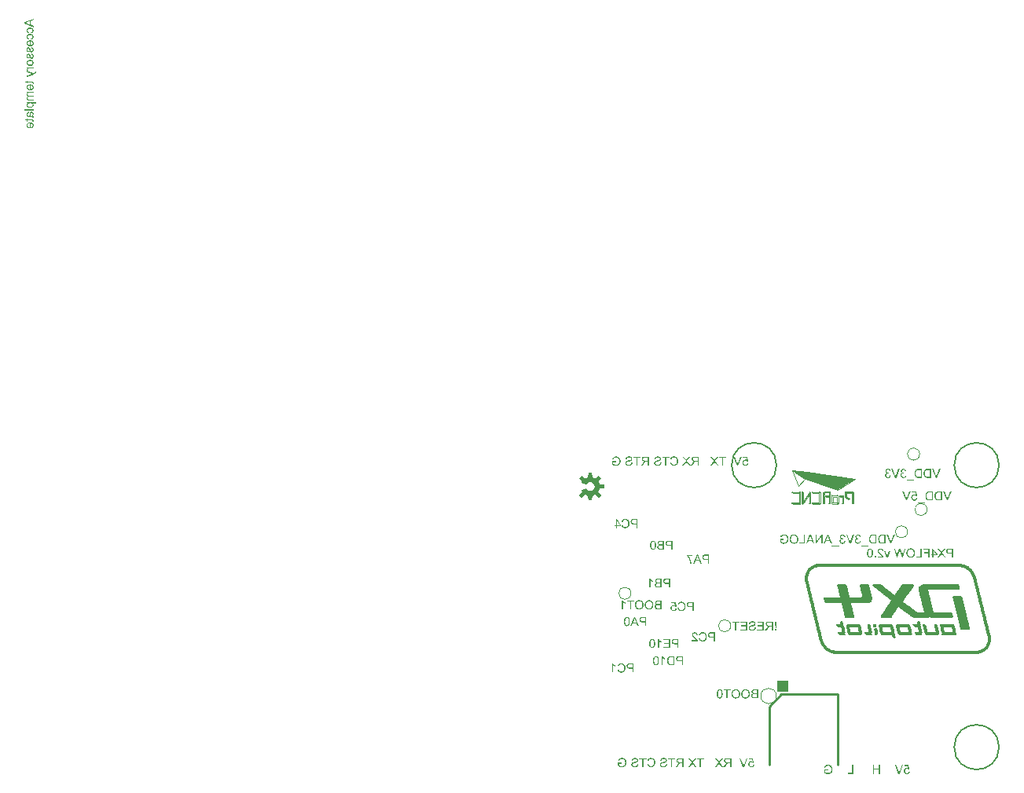
<source format=gbo>
%FSLAX44Y44*%
%MOMM*%
G71*
G01*
G75*
G04 Layer_Color=32896*
G04:AMPARAMS|DCode=10|XSize=2.8194mm|YSize=1.016mm|CornerRadius=0.508mm|HoleSize=0mm|Usage=FLASHONLY|Rotation=90.000|XOffset=0mm|YOffset=0mm|HoleType=Round|Shape=RoundedRectangle|*
%AMROUNDEDRECTD10*
21,1,2.8194,0.0000,0,0,90.0*
21,1,1.8034,1.0160,0,0,90.0*
1,1,1.0160,0.0000,0.9017*
1,1,1.0160,0.0000,-0.9017*
1,1,1.0160,0.0000,-0.9017*
1,1,1.0160,0.0000,0.9017*
%
%ADD10ROUNDEDRECTD10*%
G04:AMPARAMS|DCode=11|XSize=0.6096mm|YSize=1.7018mm|CornerRadius=0.3048mm|HoleSize=0mm|Usage=FLASHONLY|Rotation=0.000|XOffset=0mm|YOffset=0mm|HoleType=Round|Shape=RoundedRectangle|*
%AMROUNDEDRECTD11*
21,1,0.6096,1.0922,0,0,0.0*
21,1,0.0000,1.7018,0,0,0.0*
1,1,0.6096,0.0000,-0.5461*
1,1,0.6096,0.0000,-0.5461*
1,1,0.6096,0.0000,0.5461*
1,1,0.6096,0.0000,0.5461*
%
%ADD11ROUNDEDRECTD11*%
G04:AMPARAMS|DCode=12|XSize=0.508mm|YSize=0.6096mm|CornerRadius=0mm|HoleSize=0mm|Usage=FLASHONLY|Rotation=45.000|XOffset=0mm|YOffset=0mm|HoleType=Round|Shape=Rectangle|*
%AMROTATEDRECTD12*
4,1,4,0.0359,-0.3951,-0.3951,0.0359,-0.0359,0.3951,0.3951,-0.0359,0.0359,-0.3951,0.0*
%
%ADD12ROTATEDRECTD12*%

G04:AMPARAMS|DCode=13|XSize=0.3mm|YSize=1.8mm|CornerRadius=0mm|HoleSize=0mm|Usage=FLASHONLY|Rotation=225.000|XOffset=0mm|YOffset=0mm|HoleType=Round|Shape=Round|*
%AMOVALD13*
21,1,1.5000,0.3000,0.0000,0.0000,315.0*
1,1,0.3000,-0.5303,0.5303*
1,1,0.3000,0.5303,-0.5303*
%
%ADD13OVALD13*%

G04:AMPARAMS|DCode=14|XSize=0.3mm|YSize=1.8mm|CornerRadius=0mm|HoleSize=0mm|Usage=FLASHONLY|Rotation=315.000|XOffset=0mm|YOffset=0mm|HoleType=Round|Shape=Round|*
%AMOVALD14*
21,1,1.5000,0.3000,0.0000,0.0000,45.0*
1,1,0.3000,-0.5303,-0.5303*
1,1,0.3000,0.5303,0.5303*
%
%ADD14OVALD14*%

%ADD15R,0.6096X0.5080*%
%ADD16R,0.5080X0.6096*%
G04:AMPARAMS|DCode=17|XSize=0.508mm|YSize=0.6096mm|CornerRadius=0.127mm|HoleSize=0mm|Usage=FLASHONLY|Rotation=225.000|XOffset=0mm|YOffset=0mm|HoleType=Round|Shape=RoundedRectangle|*
%AMROUNDEDRECTD17*
21,1,0.5080,0.3556,0,0,225.0*
21,1,0.2540,0.6096,0,0,225.0*
1,1,0.2540,-0.2155,0.0359*
1,1,0.2540,-0.0359,0.2155*
1,1,0.2540,0.2155,-0.0359*
1,1,0.2540,0.0359,-0.2155*
%
%ADD17ROUNDEDRECTD17*%
%ADD18R,0.4318X1.3208*%
G04:AMPARAMS|DCode=19|XSize=0.6096mm|YSize=0.9144mm|CornerRadius=0.1524mm|HoleSize=0mm|Usage=FLASHONLY|Rotation=270.000|XOffset=0mm|YOffset=0mm|HoleType=Round|Shape=RoundedRectangle|*
%AMROUNDEDRECTD19*
21,1,0.6096,0.6096,0,0,270.0*
21,1,0.3048,0.9144,0,0,270.0*
1,1,0.3048,-0.3048,-0.1524*
1,1,0.3048,-0.3048,0.1524*
1,1,0.3048,0.3048,0.1524*
1,1,0.3048,0.3048,-0.1524*
%
%ADD19ROUNDEDRECTD19*%
G04:AMPARAMS|DCode=20|XSize=0.508mm|YSize=0.6096mm|CornerRadius=0.127mm|HoleSize=0mm|Usage=FLASHONLY|Rotation=90.000|XOffset=0mm|YOffset=0mm|HoleType=Round|Shape=RoundedRectangle|*
%AMROUNDEDRECTD20*
21,1,0.5080,0.3556,0,0,90.0*
21,1,0.2540,0.6096,0,0,90.0*
1,1,0.2540,0.1778,0.1270*
1,1,0.2540,0.1778,-0.1270*
1,1,0.2540,-0.1778,-0.1270*
1,1,0.2540,-0.1778,0.1270*
%
%ADD20ROUNDEDRECTD20*%
G04:AMPARAMS|DCode=21|XSize=0.4572mm|YSize=0.2286mm|CornerRadius=0.0572mm|HoleSize=0mm|Usage=FLASHONLY|Rotation=180.000|XOffset=0mm|YOffset=0mm|HoleType=Round|Shape=RoundedRectangle|*
%AMROUNDEDRECTD21*
21,1,0.4572,0.1143,0,0,180.0*
21,1,0.3429,0.2286,0,0,180.0*
1,1,0.1143,-0.1714,0.0572*
1,1,0.1143,0.1714,0.0572*
1,1,0.1143,0.1714,-0.0572*
1,1,0.1143,-0.1714,-0.0572*
%
%ADD21ROUNDEDRECTD21*%
G04:AMPARAMS|DCode=22|XSize=0.4572mm|YSize=0.2286mm|CornerRadius=0.0572mm|HoleSize=0mm|Usage=FLASHONLY|Rotation=90.000|XOffset=0mm|YOffset=0mm|HoleType=Round|Shape=RoundedRectangle|*
%AMROUNDEDRECTD22*
21,1,0.4572,0.1143,0,0,90.0*
21,1,0.3429,0.2286,0,0,90.0*
1,1,0.1143,0.0572,0.1714*
1,1,0.1143,0.0572,-0.1714*
1,1,0.1143,-0.0572,-0.1714*
1,1,0.1143,-0.0572,0.1714*
%
%ADD22ROUNDEDRECTD22*%
%ADD23R,0.9144X1.6002*%
G04:AMPARAMS|DCode=24|XSize=0.9144mm|YSize=1.6002mm|CornerRadius=0mm|HoleSize=0mm|Usage=FLASHONLY|Rotation=315.000|XOffset=0mm|YOffset=0mm|HoleType=Round|Shape=Rectangle|*
%AMROTATEDRECTD24*
4,1,4,-0.8891,-0.2425,0.2425,0.8891,0.8891,0.2425,-0.2425,-0.8891,-0.8891,-0.2425,0.0*
%
%ADD24ROTATEDRECTD24*%

%ADD25R,0.4064X0.4064*%
%ADD26R,0.6096X0.6096*%
%ADD27R,0.4572X1.7018*%
%ADD28R,0.4064X0.4064*%
%ADD29R,0.6096X0.6096*%
G04:AMPARAMS|DCode=30|XSize=1.4224mm|YSize=1.2192mm|CornerRadius=0mm|HoleSize=0mm|Usage=FLASHONLY|Rotation=315.019|XOffset=0mm|YOffset=0mm|HoleType=Round|Shape=Rectangle|*
%AMROTATEDRECTD30*
4,1,4,-0.9340,0.0715,-0.0722,0.9339,0.9340,-0.0715,0.0722,-0.9339,-0.9340,0.0715,0.0*
%
%ADD30ROTATEDRECTD30*%

%ADD31R,0.8128X0.8128*%
%ADD32R,1.1176X2.0066*%
%ADD33R,0.9144X0.7112*%
G04:AMPARAMS|DCode=34|XSize=0.7112mm|YSize=0.9144mm|CornerRadius=0.1778mm|HoleSize=0mm|Usage=FLASHONLY|Rotation=90.000|XOffset=0mm|YOffset=0mm|HoleType=Round|Shape=RoundedRectangle|*
%AMROUNDEDRECTD34*
21,1,0.7112,0.5588,0,0,90.0*
21,1,0.3556,0.9144,0,0,90.0*
1,1,0.3556,0.2794,0.1778*
1,1,0.3556,0.2794,-0.1778*
1,1,0.3556,-0.2794,-0.1778*
1,1,0.3556,-0.2794,0.1778*
%
%ADD34ROUNDEDRECTD34*%
G04:AMPARAMS|DCode=35|XSize=0.508mm|YSize=0.6096mm|CornerRadius=0mm|HoleSize=0mm|Usage=FLASHONLY|Rotation=270.010|XOffset=0mm|YOffset=0mm|HoleType=Round|Shape=Rectangle|*
%AMROTATEDRECTD35*
4,1,4,-0.3048,0.2540,0.3048,0.2541,0.3048,-0.2540,-0.3048,-0.2541,-0.3048,0.2540,0.0*
%
%ADD35ROTATEDRECTD35*%

G04:AMPARAMS|DCode=36|XSize=0.4064mm|YSize=1.0414mm|CornerRadius=0mm|HoleSize=0mm|Usage=FLASHONLY|Rotation=135.009|XOffset=0mm|YOffset=0mm|HoleType=Round|Shape=Rectangle|*
%AMROTATEDRECTD36*
4,1,4,0.5118,0.2246,-0.2244,-0.5119,-0.5118,-0.2246,0.2244,0.5119,0.5118,0.2246,0.0*
%
%ADD36ROTATEDRECTD36*%

G04:AMPARAMS|DCode=37|XSize=0.7112mm|YSize=0.9144mm|CornerRadius=0mm|HoleSize=0mm|Usage=FLASHONLY|Rotation=0.002|XOffset=0mm|YOffset=0mm|HoleType=Round|Shape=Rectangle|*
%AMROTATEDRECTD37*
4,1,4,-0.3556,-0.4572,-0.3556,0.4572,0.3556,0.4572,0.3556,-0.4572,-0.3556,-0.4572,0.0*
%
%ADD37ROTATEDRECTD37*%

%ADD38P,1.1495X4X315.0*%
G04:AMPARAMS|DCode=39|XSize=0.6604mm|YSize=0.3048mm|CornerRadius=0mm|HoleSize=0mm|Usage=FLASHONLY|Rotation=270.002|XOffset=0mm|YOffset=0mm|HoleType=Round|Shape=Rectangle|*
%AMROTATEDRECTD39*
4,1,4,-0.1524,0.3302,0.1524,0.3302,0.1524,-0.3302,-0.1524,-0.3302,-0.1524,0.3302,0.0*
%
%ADD39ROTATEDRECTD39*%

G04:AMPARAMS|DCode=40|XSize=0.6604mm|YSize=0.3048mm|CornerRadius=0mm|HoleSize=0mm|Usage=FLASHONLY|Rotation=180.002|XOffset=0mm|YOffset=0mm|HoleType=Round|Shape=Rectangle|*
%AMROTATEDRECTD40*
4,1,4,0.3302,0.1524,0.3302,-0.1524,-0.3302,-0.1524,-0.3302,0.1524,0.3302,0.1524,0.0*
%
%ADD40ROTATEDRECTD40*%

G04:AMPARAMS|DCode=41|XSize=0.7112mm|YSize=1.016mm|CornerRadius=0mm|HoleSize=0mm|Usage=FLASHONLY|Rotation=90.010|XOffset=0mm|YOffset=0mm|HoleType=Round|Shape=Rectangle|*
%AMROTATEDRECTD41*
4,1,4,0.5081,-0.3555,-0.5079,-0.3557,-0.5081,0.3555,0.5079,0.3557,0.5081,-0.3555,0.0*
%
%ADD41ROTATEDRECTD41*%

G04:AMPARAMS|DCode=42|XSize=0.7112mm|YSize=1.016mm|CornerRadius=0.1778mm|HoleSize=0mm|Usage=FLASHONLY|Rotation=90.010|XOffset=0mm|YOffset=0mm|HoleType=Round|Shape=RoundedRectangle|*
%AMROUNDEDRECTD42*
21,1,0.7112,0.6604,0,0,90.0*
21,1,0.3556,1.0160,0,0,90.0*
1,1,0.3556,0.3302,0.1779*
1,1,0.3556,0.3302,-0.1777*
1,1,0.3556,-0.3302,-0.1779*
1,1,0.3556,-0.3302,0.1777*
%
%ADD42ROUNDEDRECTD42*%
%ADD43R,0.4318X2.0066*%
%ADD44R,2.0066X0.4318*%
%ADD45R,3.5052X0.4318*%
G04:AMPARAMS|DCode=46|XSize=0.7112mm|YSize=0.9144mm|CornerRadius=0mm|HoleSize=0mm|Usage=FLASHONLY|Rotation=135.009|XOffset=0mm|YOffset=0mm|HoleType=Round|Shape=Rectangle|*
%AMROTATEDRECTD46*
4,1,4,0.5747,0.0719,-0.0717,-0.5747,-0.5747,-0.0719,0.0717,0.5747,0.5747,0.0719,0.0*
%
%ADD46ROTATEDRECTD46*%

G04:AMPARAMS|DCode=47|XSize=0.508mm|YSize=0.6096mm|CornerRadius=0mm|HoleSize=0mm|Usage=FLASHONLY|Rotation=0.002|XOffset=0mm|YOffset=0mm|HoleType=Round|Shape=Rectangle|*
%AMROTATEDRECTD47*
4,1,4,-0.2540,-0.3048,-0.2540,0.3048,0.2540,0.3048,0.2540,-0.3048,-0.2540,-0.3048,0.0*
%
%ADD47ROTATEDRECTD47*%

G04:AMPARAMS|DCode=48|XSize=0.6096mm|YSize=0.9144mm|CornerRadius=0.1524mm|HoleSize=0mm|Usage=FLASHONLY|Rotation=180.000|XOffset=0mm|YOffset=0mm|HoleType=Round|Shape=RoundedRectangle|*
%AMROUNDEDRECTD48*
21,1,0.6096,0.6096,0,0,180.0*
21,1,0.3048,0.9144,0,0,180.0*
1,1,0.3048,-0.1524,0.3048*
1,1,0.3048,0.1524,0.3048*
1,1,0.3048,0.1524,-0.3048*
1,1,0.3048,-0.1524,-0.3048*
%
%ADD48ROUNDEDRECTD48*%
G04:AMPARAMS|DCode=49|XSize=0.6096mm|YSize=0.9144mm|CornerRadius=0.1524mm|HoleSize=0mm|Usage=FLASHONLY|Rotation=45.000|XOffset=0mm|YOffset=0mm|HoleType=Round|Shape=RoundedRectangle|*
%AMROUNDEDRECTD49*
21,1,0.6096,0.6096,0,0,45.0*
21,1,0.3048,0.9144,0,0,45.0*
1,1,0.3048,0.3233,-0.1078*
1,1,0.3048,0.1078,-0.3233*
1,1,0.3048,-0.3233,0.1078*
1,1,0.3048,-0.1078,0.3233*
%
%ADD49ROUNDEDRECTD49*%
G04:AMPARAMS|DCode=50|XSize=0.7112mm|YSize=0.9144mm|CornerRadius=0mm|HoleSize=0mm|Usage=FLASHONLY|Rotation=45.011|XOffset=0mm|YOffset=0mm|HoleType=Round|Shape=Rectangle|*
%AMROTATEDRECTD50*
4,1,4,0.0720,-0.5747,-0.5747,0.0717,-0.0720,0.5747,0.5747,-0.0717,0.0720,-0.5747,0.0*
%
%ADD50ROTATEDRECTD50*%

G04:AMPARAMS|DCode=51|XSize=0.7112mm|YSize=0.9144mm|CornerRadius=0mm|HoleSize=0mm|Usage=FLASHONLY|Rotation=0.010|XOffset=0mm|YOffset=0mm|HoleType=Round|Shape=Rectangle|*
%AMROTATEDRECTD51*
4,1,4,-0.3555,-0.4573,-0.3557,0.4571,0.3555,0.4573,0.3557,-0.4571,-0.3555,-0.4573,0.0*
%
%ADD51ROTATEDRECTD51*%

G04:AMPARAMS|DCode=52|XSize=1.4224mm|YSize=1.0668mm|CornerRadius=0mm|HoleSize=0mm|Usage=FLASHONLY|Rotation=270.010|XOffset=0mm|YOffset=0mm|HoleType=Round|Shape=Rectangle|*
%AMROTATEDRECTD52*
4,1,4,-0.5335,0.7111,0.5333,0.7113,0.5335,-0.7111,-0.5333,-0.7113,-0.5335,0.7111,0.0*
%
%ADD52ROTATEDRECTD52*%

G04:AMPARAMS|DCode=53|XSize=0.7112mm|YSize=0.9144mm|CornerRadius=0mm|HoleSize=0mm|Usage=FLASHONLY|Rotation=90.010|XOffset=0mm|YOffset=0mm|HoleType=Round|Shape=Rectangle|*
%AMROTATEDRECTD53*
4,1,4,0.4573,-0.3555,-0.4571,-0.3557,-0.4573,0.3555,0.4571,0.3557,0.4573,-0.3555,0.0*
%
%ADD53ROTATEDRECTD53*%

G04:AMPARAMS|DCode=54|XSize=0.508mm|YSize=0.6096mm|CornerRadius=0mm|HoleSize=0mm|Usage=FLASHONLY|Rotation=135.000|XOffset=0mm|YOffset=0mm|HoleType=Round|Shape=Rectangle|*
%AMROTATEDRECTD54*
4,1,4,0.3951,0.0359,-0.0359,-0.3951,-0.3951,-0.0359,0.0359,0.3951,0.3951,0.0359,0.0*
%
%ADD54ROTATEDRECTD54*%

G04:AMPARAMS|DCode=55|XSize=0.5588mm|YSize=1.2192mm|CornerRadius=0.1397mm|HoleSize=0mm|Usage=FLASHONLY|Rotation=0.002|XOffset=0mm|YOffset=0mm|HoleType=Round|Shape=RoundedRectangle|*
%AMROUNDEDRECTD55*
21,1,0.5588,0.9398,0,0,0.0*
21,1,0.2794,1.2192,0,0,0.0*
1,1,0.2794,0.1397,-0.4699*
1,1,0.2794,-0.1397,-0.4699*
1,1,0.2794,-0.1397,0.4699*
1,1,0.2794,0.1397,0.4699*
%
%ADD55ROUNDEDRECTD55*%
G04:AMPARAMS|DCode=56|XSize=0.5588mm|YSize=1.2192mm|CornerRadius=0mm|HoleSize=0mm|Usage=FLASHONLY|Rotation=0.002|XOffset=0mm|YOffset=0mm|HoleType=Round|Shape=Rectangle|*
%AMROTATEDRECTD56*
4,1,4,-0.2794,-0.6096,-0.2794,0.6096,0.2794,0.6096,0.2794,-0.6096,-0.2794,-0.6096,0.0*
%
%ADD56ROTATEDRECTD56*%

G04:AMPARAMS|DCode=57|XSize=0.508mm|YSize=0.6096mm|CornerRadius=0mm|HoleSize=0mm|Usage=FLASHONLY|Rotation=135.009|XOffset=0mm|YOffset=0mm|HoleType=Round|Shape=Rectangle|*
%AMROTATEDRECTD57*
4,1,4,0.3951,0.0360,-0.0359,-0.3951,-0.3951,-0.0360,0.0359,0.3951,0.3951,0.0360,0.0*
%
%ADD57ROTATEDRECTD57*%

%ADD58R,1.4986X2.1082*%
%ADD59R,2.3876X1.9050*%
%ADD60R,1.1938X1.9050*%
%ADD61R,1.0160X1.1176*%
%ADD62R,1.3208X0.7112*%
%ADD63R,1.6002X0.9144*%
%ADD64C,0.1270*%
%ADD65C,0.3000*%
%ADD66C,0.5000*%
%ADD67C,0.7000*%
%ADD68C,0.2540*%
%ADD69C,0.3810*%
%ADD70O,2.5400X7.0000*%
%ADD71C,1.5000*%
%ADD72R,1.5000X1.5000*%
%ADD73C,4.1148*%
%ADD74C,4.6863*%
%ADD75R,1.2192X1.2192*%
%ADD76C,1.2192*%
%ADD77C,3.0861*%
%ADD78C,2.0860*%
G04:AMPARAMS|DCode=79|XSize=1.5mm|YSize=1mm|CornerRadius=0.25mm|HoleSize=0mm|Usage=FLASHONLY|Rotation=180.000|XOffset=0mm|YOffset=0mm|HoleType=Round|Shape=RoundedRectangle|*
%AMROUNDEDRECTD79*
21,1,1.5000,0.5000,0,0,180.0*
21,1,1.0000,1.0000,0,0,180.0*
1,1,0.5000,-0.5000,0.2500*
1,1,0.5000,0.5000,0.2500*
1,1,0.5000,0.5000,-0.2500*
1,1,0.5000,-0.5000,-0.2500*
%
%ADD79ROUNDEDRECTD79*%
%ADD80C,0.4500*%
%ADD81O,3.0000X9.0000*%
%ADD82R,0.7366X2.5000*%
%ADD83R,0.7366X2.7940*%
G04:AMPARAMS|DCode=84|XSize=1.016mm|YSize=1.016mm|CornerRadius=0.508mm|HoleSize=0mm|Usage=FLASHONLY|Rotation=90.000|XOffset=0mm|YOffset=0mm|HoleType=Round|Shape=RoundedRectangle|*
%AMROUNDEDRECTD84*
21,1,1.0160,0.0000,0,0,90.0*
21,1,0.0000,1.0160,0,0,90.0*
1,1,1.0160,0.0000,0.0000*
1,1,1.0160,0.0000,0.0000*
1,1,1.0160,0.0000,0.0000*
1,1,1.0160,0.0000,0.0000*
%
%ADD84ROUNDEDRECTD84*%
G04:AMPARAMS|DCode=85|XSize=1.27mm|YSize=1.27mm|CornerRadius=0.635mm|HoleSize=0mm|Usage=FLASHONLY|Rotation=90.000|XOffset=0mm|YOffset=0mm|HoleType=Round|Shape=RoundedRectangle|*
%AMROUNDEDRECTD85*
21,1,1.2700,0.0000,0,0,90.0*
21,1,0.0000,1.2700,0,0,90.0*
1,1,1.2700,0.0000,0.0000*
1,1,1.2700,0.0000,0.0000*
1,1,1.2700,0.0000,0.0000*
1,1,1.2700,0.0000,0.0000*
%
%ADD85ROUNDEDRECTD85*%
%ADD86C,0.0127*%
%ADD87C,0.6000*%
%ADD88C,0.2500*%
%ADD89C,0.1016*%
%ADD90C,0.3048*%
%ADD91C,0.2032*%
%ADD92C,0.0000*%
%ADD93C,0.0130*%
%ADD94C,0.2000*%
%ADD95C,0.1524*%
%ADD96C,0.5080*%
%ADD97C,1.6002*%
%ADD98C,0.4064*%
%ADD99R,0.0124X0.0218*%
%ADD100R,0.0232X0.0193*%
%ADD101R,0.0122X0.1005*%
%ADD102R,0.0225X0.1053*%
%ADD103R,1.3257X0.0530*%
%ADD104R,0.0055X0.0608*%
%ADD105R,0.7226X0.1174*%
%ADD106R,0.0406X0.0331*%
%ADD107R,0.0126X0.0144*%
%ADD108R,0.0245X0.0060*%
%ADD109R,0.0323X0.0218*%
%ADD110R,0.0323X0.0207*%
%ADD111R,0.0082X0.0146*%
%ADD112R,0.0254X0.0212*%
%ADD113R,0.0044X0.0416*%
%ADD114R,0.0337X0.0459*%
%ADD115R,0.0049X0.0274*%
%ADD116R,0.0497X0.0384*%
%ADD117R,0.0472X0.0218*%
%ADD118R,0.0427X0.0300*%
%ADD119R,0.0572X0.0286*%
%ADD120R,0.0335X0.0872*%
%ADD121R,0.0398X0.0221*%
%ADD122R,0.0732X0.0568*%
%ADD123R,0.0288X0.0181*%
%ADD124R,0.0393X0.0104*%
%ADD125R,0.0484X0.0328*%
%ADD126R,0.0541X0.0809*%
%ADD127R,0.0479X0.0922*%
%ADD128R,0.0304X0.0082*%
%ADD129R,0.0294X0.1092*%
%ADD130R,0.0278X0.0228*%
%ADD131R,0.0168X0.0271*%
%ADD132R,0.0227X0.0739*%
%ADD133R,0.0521X0.0883*%
%ADD134R,0.0356X0.1063*%
%ADD135R,0.0039X0.0299*%
%ADD136R,0.0735X0.0567*%
%ADD137R,0.0876X0.0324*%
%ADD138R,0.1143X0.0771*%
%ADD139R,0.0019X0.0732*%
%ADD140R,0.0077X0.0288*%
%ADD141R,0.0432X0.0393*%
%ADD142R,0.0587X0.0587*%
%ADD143R,0.1174X0.0587*%
%ADD144R,0.7209X0.1174*%
%ADD145R,0.1154X0.0734*%
%ADD146R,0.1174X0.5264*%
%ADD147R,0.7193X0.1174*%
%ADD148R,0.1174X0.5264*%
G04:AMPARAMS|DCode=149|XSize=0.1524mm|YSize=0.6048mm|CornerRadius=0mm|HoleSize=0mm|Usage=FLASHONLY|Rotation=45.000|XOffset=0mm|YOffset=0mm|HoleType=Round|Shape=Rectangle|*
%AMROTATEDRECTD149*
4,1,4,0.1600,-0.2677,-0.2677,0.1600,-0.1600,0.2677,0.2677,-0.1600,0.1600,-0.2677,0.0*
%
%ADD149ROTATEDRECTD149*%

%ADD150R,0.6048X0.1524*%
%ADD151R,0.1524X0.6048*%
G04:AMPARAMS|DCode=152|XSize=0.1524mm|YSize=0.6048mm|CornerRadius=0mm|HoleSize=0mm|Usage=FLASHONLY|Rotation=270.010|XOffset=0mm|YOffset=0mm|HoleType=Round|Shape=Rectangle|*
%AMROTATEDRECTD152*
4,1,4,-0.3024,0.0762,0.3024,0.0763,0.3024,-0.0762,-0.3024,-0.0763,-0.3024,0.0762,0.0*
%
%ADD152ROTATEDRECTD152*%

G04:AMPARAMS|DCode=153|XSize=0.1524mm|YSize=0.6048mm|CornerRadius=0mm|HoleSize=0mm|Usage=FLASHONLY|Rotation=0.002|XOffset=0mm|YOffset=0mm|HoleType=Round|Shape=Rectangle|*
%AMROTATEDRECTD153*
4,1,4,-0.0762,-0.3024,-0.0762,0.3024,0.0762,0.3024,0.0762,-0.3024,-0.0762,-0.3024,0.0*
%
%ADD153ROTATEDRECTD153*%

%ADD154R,0.7112X0.4064*%
G04:AMPARAMS|DCode=155|XSize=0.1524mm|YSize=0.6048mm|CornerRadius=0mm|HoleSize=0mm|Usage=FLASHONLY|Rotation=135.000|XOffset=0mm|YOffset=0mm|HoleType=Round|Shape=Rectangle|*
%AMROTATEDRECTD155*
4,1,4,0.2677,0.1600,-0.1600,-0.2677,-0.2677,-0.1600,0.1600,0.2677,0.2677,0.1600,0.0*
%
%ADD155ROTATEDRECTD155*%

%ADD156R,0.7620X0.4572*%
G04:AMPARAMS|DCode=157|XSize=2.6162mm|YSize=0.8128mm|CornerRadius=0.4064mm|HoleSize=0mm|Usage=FLASHONLY|Rotation=90.000|XOffset=0mm|YOffset=0mm|HoleType=Round|Shape=RoundedRectangle|*
%AMROUNDEDRECTD157*
21,1,2.6162,0.0000,0,0,90.0*
21,1,1.8034,0.8128,0,0,90.0*
1,1,0.8128,0.0000,0.9017*
1,1,0.8128,0.0000,-0.9017*
1,1,0.8128,0.0000,-0.9017*
1,1,0.8128,0.0000,0.9017*
%
%ADD157ROUNDEDRECTD157*%
G04:AMPARAMS|DCode=158|XSize=0.4064mm|YSize=1.4986mm|CornerRadius=0.2032mm|HoleSize=0mm|Usage=FLASHONLY|Rotation=0.000|XOffset=0mm|YOffset=0mm|HoleType=Round|Shape=RoundedRectangle|*
%AMROUNDEDRECTD158*
21,1,0.4064,1.0922,0,0,0.0*
21,1,0.0000,1.4986,0,0,0.0*
1,1,0.4064,0.0000,-0.5461*
1,1,0.4064,0.0000,-0.5461*
1,1,0.4064,0.0000,0.5461*
1,1,0.4064,0.0000,0.5461*
%
%ADD158ROUNDEDRECTD158*%
G04:AMPARAMS|DCode=159|XSize=0.3048mm|YSize=0.4064mm|CornerRadius=0mm|HoleSize=0mm|Usage=FLASHONLY|Rotation=45.000|XOffset=0mm|YOffset=0mm|HoleType=Round|Shape=Rectangle|*
%AMROTATEDRECTD159*
4,1,4,0.0359,-0.2515,-0.2515,0.0359,-0.0359,0.2515,0.2515,-0.0359,0.0359,-0.2515,0.0*
%
%ADD159ROTATEDRECTD159*%

G04:AMPARAMS|DCode=160|XSize=0.0968mm|YSize=1.5968mm|CornerRadius=0mm|HoleSize=0mm|Usage=FLASHONLY|Rotation=225.000|XOffset=0mm|YOffset=0mm|HoleType=Round|Shape=Round|*
%AMOVALD160*
21,1,1.5000,0.0968,0.0000,0.0000,315.0*
1,1,0.0968,-0.5303,0.5303*
1,1,0.0968,0.5303,-0.5303*
%
%ADD160OVALD160*%

G04:AMPARAMS|DCode=161|XSize=0.0968mm|YSize=1.5968mm|CornerRadius=0mm|HoleSize=0mm|Usage=FLASHONLY|Rotation=315.000|XOffset=0mm|YOffset=0mm|HoleType=Round|Shape=Round|*
%AMOVALD161*
21,1,1.5000,0.0968,0.0000,0.0000,45.0*
1,1,0.0968,-0.5303,-0.5303*
1,1,0.0968,0.5303,0.5303*
%
%ADD161OVALD161*%

%ADD162R,0.4064X0.3048*%
%ADD163R,0.3048X0.4064*%
G04:AMPARAMS|DCode=164|XSize=0.3048mm|YSize=0.4064mm|CornerRadius=0.0254mm|HoleSize=0mm|Usage=FLASHONLY|Rotation=225.000|XOffset=0mm|YOffset=0mm|HoleType=Round|Shape=RoundedRectangle|*
%AMROUNDEDRECTD164*
21,1,0.3048,0.3556,0,0,225.0*
21,1,0.2540,0.4064,0,0,225.0*
1,1,0.0508,-0.2155,0.0359*
1,1,0.0508,-0.0359,0.2155*
1,1,0.0508,0.2155,-0.0359*
1,1,0.0508,0.0359,-0.2155*
%
%ADD164ROUNDEDRECTD164*%
%ADD165R,0.2286X1.1176*%
G04:AMPARAMS|DCode=166|XSize=0.4064mm|YSize=0.7112mm|CornerRadius=0.0508mm|HoleSize=0mm|Usage=FLASHONLY|Rotation=270.000|XOffset=0mm|YOffset=0mm|HoleType=Round|Shape=RoundedRectangle|*
%AMROUNDEDRECTD166*
21,1,0.4064,0.6096,0,0,270.0*
21,1,0.3048,0.7112,0,0,270.0*
1,1,0.1016,-0.3048,-0.1524*
1,1,0.1016,-0.3048,0.1524*
1,1,0.1016,0.3048,0.1524*
1,1,0.1016,0.3048,-0.1524*
%
%ADD166ROUNDEDRECTD166*%
G04:AMPARAMS|DCode=167|XSize=0.3048mm|YSize=0.4064mm|CornerRadius=0.0254mm|HoleSize=0mm|Usage=FLASHONLY|Rotation=90.000|XOffset=0mm|YOffset=0mm|HoleType=Round|Shape=RoundedRectangle|*
%AMROUNDEDRECTD167*
21,1,0.3048,0.3556,0,0,90.0*
21,1,0.2540,0.4064,0,0,90.0*
1,1,0.0508,0.1778,0.1270*
1,1,0.0508,0.1778,-0.1270*
1,1,0.0508,-0.1778,-0.1270*
1,1,0.0508,-0.1778,0.1270*
%
%ADD167ROUNDEDRECTD167*%
G04:AMPARAMS|DCode=168|XSize=0.254mm|YSize=0.0254mm|CornerRadius=0mm|HoleSize=0mm|Usage=FLASHONLY|Rotation=180.000|XOffset=0mm|YOffset=0mm|HoleType=Round|Shape=RoundedRectangle|*
%AMROUNDEDRECTD168*
21,1,0.2540,0.0254,0,0,180.0*
21,1,0.2540,0.0254,0,0,180.0*
1,1,0.0000,-0.1270,0.0127*
1,1,0.0000,0.1270,0.0127*
1,1,0.0000,0.1270,-0.0127*
1,1,0.0000,-0.1270,-0.0127*
%
%ADD168ROUNDEDRECTD168*%
G04:AMPARAMS|DCode=169|XSize=0.254mm|YSize=0.0254mm|CornerRadius=0mm|HoleSize=0mm|Usage=FLASHONLY|Rotation=90.000|XOffset=0mm|YOffset=0mm|HoleType=Round|Shape=RoundedRectangle|*
%AMROUNDEDRECTD169*
21,1,0.2540,0.0254,0,0,90.0*
21,1,0.2540,0.0254,0,0,90.0*
1,1,0.0000,0.0127,0.1270*
1,1,0.0000,0.0127,-0.1270*
1,1,0.0000,-0.0127,-0.1270*
1,1,0.0000,-0.0127,0.1270*
%
%ADD169ROUNDEDRECTD169*%
%ADD170R,0.7112X1.3970*%
G04:AMPARAMS|DCode=171|XSize=0.7112mm|YSize=1.397mm|CornerRadius=0mm|HoleSize=0mm|Usage=FLASHONLY|Rotation=315.000|XOffset=0mm|YOffset=0mm|HoleType=Round|Shape=Rectangle|*
%AMROTATEDRECTD171*
4,1,4,-0.7454,-0.2425,0.2425,0.7454,0.7454,0.2425,-0.2425,-0.7454,-0.7454,-0.2425,0.0*
%
%ADD171ROTATEDRECTD171*%

%ADD172R,0.2032X0.2032*%
%ADD173R,0.2540X1.4986*%
%ADD174R,0.2032X0.2032*%
G04:AMPARAMS|DCode=175|XSize=1.2192mm|YSize=1.016mm|CornerRadius=0mm|HoleSize=0mm|Usage=FLASHONLY|Rotation=315.019|XOffset=0mm|YOffset=0mm|HoleType=Round|Shape=Rectangle|*
%AMROTATEDRECTD175*
4,1,4,-0.7903,0.0716,-0.0721,0.7902,0.7903,-0.0716,0.0721,-0.7902,-0.7903,0.0716,0.0*
%
%ADD175ROTATEDRECTD175*%

%ADD176R,0.9144X1.8034*%
%ADD177R,0.7112X0.5080*%
G04:AMPARAMS|DCode=178|XSize=0.508mm|YSize=0.7112mm|CornerRadius=0.0762mm|HoleSize=0mm|Usage=FLASHONLY|Rotation=90.000|XOffset=0mm|YOffset=0mm|HoleType=Round|Shape=RoundedRectangle|*
%AMROUNDEDRECTD178*
21,1,0.5080,0.5588,0,0,90.0*
21,1,0.3556,0.7112,0,0,90.0*
1,1,0.1524,0.2794,0.1778*
1,1,0.1524,0.2794,-0.1778*
1,1,0.1524,-0.2794,-0.1778*
1,1,0.1524,-0.2794,0.1778*
%
%ADD178ROUNDEDRECTD178*%
G04:AMPARAMS|DCode=179|XSize=0.3048mm|YSize=0.4064mm|CornerRadius=0mm|HoleSize=0mm|Usage=FLASHONLY|Rotation=270.010|XOffset=0mm|YOffset=0mm|HoleType=Round|Shape=Rectangle|*
%AMROTATEDRECTD179*
4,1,4,-0.2032,0.1524,0.2032,0.1524,0.2032,-0.1524,-0.2032,-0.1524,-0.2032,0.1524,0.0*
%
%ADD179ROTATEDRECTD179*%

G04:AMPARAMS|DCode=180|XSize=0.2032mm|YSize=0.8382mm|CornerRadius=0mm|HoleSize=0mm|Usage=FLASHONLY|Rotation=135.009|XOffset=0mm|YOffset=0mm|HoleType=Round|Shape=Rectangle|*
%AMROTATEDRECTD180*
4,1,4,0.3682,0.2246,-0.2245,-0.3682,-0.3682,-0.2246,0.2245,0.3682,0.3682,0.2246,0.0*
%
%ADD180ROTATEDRECTD180*%

G04:AMPARAMS|DCode=181|XSize=0.508mm|YSize=0.7112mm|CornerRadius=0mm|HoleSize=0mm|Usage=FLASHONLY|Rotation=0.002|XOffset=0mm|YOffset=0mm|HoleType=Round|Shape=Rectangle|*
%AMROTATEDRECTD181*
4,1,4,-0.2540,-0.3556,-0.2540,0.3556,0.2540,0.3556,0.2540,-0.3556,-0.2540,-0.3556,0.0*
%
%ADD181ROTATEDRECTD181*%

G04:AMPARAMS|DCode=182|XSize=0.4572mm|YSize=0.1016mm|CornerRadius=0mm|HoleSize=0mm|Usage=FLASHONLY|Rotation=270.002|XOffset=0mm|YOffset=0mm|HoleType=Round|Shape=Rectangle|*
%AMROTATEDRECTD182*
4,1,4,-0.0508,0.2286,0.0508,0.2286,0.0508,-0.2286,-0.0508,-0.2286,-0.0508,0.2286,0.0*
%
%ADD182ROTATEDRECTD182*%

G04:AMPARAMS|DCode=183|XSize=0.4572mm|YSize=0.1016mm|CornerRadius=0mm|HoleSize=0mm|Usage=FLASHONLY|Rotation=180.002|XOffset=0mm|YOffset=0mm|HoleType=Round|Shape=Rectangle|*
%AMROTATEDRECTD183*
4,1,4,0.2286,0.0508,0.2286,-0.0508,-0.2286,-0.0508,-0.2286,0.0508,0.2286,0.0508,0.0*
%
%ADD183ROTATEDRECTD183*%

G04:AMPARAMS|DCode=184|XSize=0.508mm|YSize=0.8128mm|CornerRadius=0mm|HoleSize=0mm|Usage=FLASHONLY|Rotation=90.010|XOffset=0mm|YOffset=0mm|HoleType=Round|Shape=Rectangle|*
%AMROTATEDRECTD184*
4,1,4,0.4064,-0.2539,-0.4064,-0.2541,-0.4064,0.2539,0.4064,0.2541,0.4064,-0.2539,0.0*
%
%ADD184ROTATEDRECTD184*%

G04:AMPARAMS|DCode=185|XSize=0.508mm|YSize=0.8128mm|CornerRadius=0.0762mm|HoleSize=0mm|Usage=FLASHONLY|Rotation=90.010|XOffset=0mm|YOffset=0mm|HoleType=Round|Shape=RoundedRectangle|*
%AMROUNDEDRECTD185*
21,1,0.5080,0.6604,0,0,90.0*
21,1,0.3556,0.8128,0,0,90.0*
1,1,0.1524,0.3302,0.1779*
1,1,0.1524,0.3302,-0.1777*
1,1,0.1524,-0.3302,-0.1779*
1,1,0.1524,-0.3302,0.1777*
%
%ADD185ROUNDEDRECTD185*%
%ADD186R,0.2286X1.8034*%
%ADD187R,1.8034X0.2286*%
%ADD188R,3.3020X0.2286*%
G04:AMPARAMS|DCode=189|XSize=0.508mm|YSize=0.7112mm|CornerRadius=0mm|HoleSize=0mm|Usage=FLASHONLY|Rotation=135.009|XOffset=0mm|YOffset=0mm|HoleType=Round|Shape=Rectangle|*
%AMROTATEDRECTD189*
4,1,4,0.4310,0.0719,-0.0718,-0.4311,-0.4310,-0.0719,0.0718,0.4311,0.4310,0.0719,0.0*
%
%ADD189ROTATEDRECTD189*%

G04:AMPARAMS|DCode=190|XSize=0.3048mm|YSize=0.4064mm|CornerRadius=0mm|HoleSize=0mm|Usage=FLASHONLY|Rotation=0.002|XOffset=0mm|YOffset=0mm|HoleType=Round|Shape=Rectangle|*
%AMROTATEDRECTD190*
4,1,4,-0.1524,-0.2032,-0.1524,0.2032,0.1524,0.2032,0.1524,-0.2032,-0.1524,-0.2032,0.0*
%
%ADD190ROTATEDRECTD190*%

G04:AMPARAMS|DCode=191|XSize=0.4064mm|YSize=0.7112mm|CornerRadius=0.0508mm|HoleSize=0mm|Usage=FLASHONLY|Rotation=180.000|XOffset=0mm|YOffset=0mm|HoleType=Round|Shape=RoundedRectangle|*
%AMROUNDEDRECTD191*
21,1,0.4064,0.6096,0,0,180.0*
21,1,0.3048,0.7112,0,0,180.0*
1,1,0.1016,-0.1524,0.3048*
1,1,0.1016,0.1524,0.3048*
1,1,0.1016,0.1524,-0.3048*
1,1,0.1016,-0.1524,-0.3048*
%
%ADD191ROUNDEDRECTD191*%
G04:AMPARAMS|DCode=192|XSize=0.4064mm|YSize=0.7112mm|CornerRadius=0.0508mm|HoleSize=0mm|Usage=FLASHONLY|Rotation=45.000|XOffset=0mm|YOffset=0mm|HoleType=Round|Shape=RoundedRectangle|*
%AMROUNDEDRECTD192*
21,1,0.4064,0.6096,0,0,45.0*
21,1,0.3048,0.7112,0,0,45.0*
1,1,0.1016,0.3233,-0.1078*
1,1,0.1016,0.1078,-0.3233*
1,1,0.1016,-0.3233,0.1078*
1,1,0.1016,-0.1078,0.3233*
%
%ADD192ROUNDEDRECTD192*%
G04:AMPARAMS|DCode=193|XSize=0.508mm|YSize=0.7112mm|CornerRadius=0mm|HoleSize=0mm|Usage=FLASHONLY|Rotation=45.011|XOffset=0mm|YOffset=0mm|HoleType=Round|Shape=Rectangle|*
%AMROTATEDRECTD193*
4,1,4,0.0719,-0.4310,-0.4311,0.0718,-0.0719,0.4310,0.4311,-0.0718,0.0719,-0.4310,0.0*
%
%ADD193ROTATEDRECTD193*%

G04:AMPARAMS|DCode=194|XSize=0.508mm|YSize=0.7112mm|CornerRadius=0mm|HoleSize=0mm|Usage=FLASHONLY|Rotation=0.010|XOffset=0mm|YOffset=0mm|HoleType=Round|Shape=Rectangle|*
%AMROTATEDRECTD194*
4,1,4,-0.2539,-0.3556,-0.2541,0.3556,0.2539,0.3556,0.2541,-0.3556,-0.2539,-0.3556,0.0*
%
%ADD194ROTATEDRECTD194*%

G04:AMPARAMS|DCode=195|XSize=1.2192mm|YSize=0.8636mm|CornerRadius=0mm|HoleSize=0mm|Usage=FLASHONLY|Rotation=270.010|XOffset=0mm|YOffset=0mm|HoleType=Round|Shape=Rectangle|*
%AMROTATEDRECTD195*
4,1,4,-0.4319,0.6095,0.4317,0.6097,0.4319,-0.6095,-0.4317,-0.6097,-0.4319,0.6095,0.0*
%
%ADD195ROTATEDRECTD195*%

G04:AMPARAMS|DCode=196|XSize=0.508mm|YSize=0.7112mm|CornerRadius=0mm|HoleSize=0mm|Usage=FLASHONLY|Rotation=90.010|XOffset=0mm|YOffset=0mm|HoleType=Round|Shape=Rectangle|*
%AMROTATEDRECTD196*
4,1,4,0.3556,-0.2539,-0.3556,-0.2541,-0.3556,0.2539,0.3556,0.2541,0.3556,-0.2539,0.0*
%
%ADD196ROTATEDRECTD196*%

G04:AMPARAMS|DCode=197|XSize=0.3048mm|YSize=0.4064mm|CornerRadius=0mm|HoleSize=0mm|Usage=FLASHONLY|Rotation=135.000|XOffset=0mm|YOffset=0mm|HoleType=Round|Shape=Rectangle|*
%AMROTATEDRECTD197*
4,1,4,0.2515,0.0359,-0.0359,-0.2515,-0.2515,-0.0359,0.0359,0.2515,0.2515,0.0359,0.0*
%
%ADD197ROTATEDRECTD197*%

G04:AMPARAMS|DCode=198|XSize=0.3556mm|YSize=1.016mm|CornerRadius=0.0381mm|HoleSize=0mm|Usage=FLASHONLY|Rotation=0.002|XOffset=0mm|YOffset=0mm|HoleType=Round|Shape=RoundedRectangle|*
%AMROUNDEDRECTD198*
21,1,0.3556,0.9398,0,0,0.0*
21,1,0.2794,1.0160,0,0,0.0*
1,1,0.0762,0.1397,-0.4699*
1,1,0.0762,-0.1397,-0.4699*
1,1,0.0762,-0.1397,0.4699*
1,1,0.0762,0.1397,0.4699*
%
%ADD198ROUNDEDRECTD198*%
G04:AMPARAMS|DCode=199|XSize=0.3556mm|YSize=1.016mm|CornerRadius=0mm|HoleSize=0mm|Usage=FLASHONLY|Rotation=0.002|XOffset=0mm|YOffset=0mm|HoleType=Round|Shape=Rectangle|*
%AMROTATEDRECTD199*
4,1,4,-0.1778,-0.5080,-0.1778,0.5080,0.1778,0.5080,0.1778,-0.5080,-0.1778,-0.5080,0.0*
%
%ADD199ROTATEDRECTD199*%

G04:AMPARAMS|DCode=200|XSize=0.3048mm|YSize=0.4064mm|CornerRadius=0mm|HoleSize=0mm|Usage=FLASHONLY|Rotation=135.009|XOffset=0mm|YOffset=0mm|HoleType=Round|Shape=Rectangle|*
%AMROTATEDRECTD200*
4,1,4,0.2514,0.0360,-0.0359,-0.2515,-0.2514,-0.0360,0.0359,0.2515,0.2514,0.0360,0.0*
%
%ADD200ROTATEDRECTD200*%

%ADD201R,1.2954X1.9050*%
%ADD202R,2.1844X1.7018*%
%ADD203R,0.9906X1.7018*%
%ADD204R,0.8128X0.9144*%
%ADD205R,1.1176X0.5080*%
%ADD206R,1.3970X0.7112*%
G04:AMPARAMS|DCode=207|XSize=2.8702mm|YSize=1.0668mm|CornerRadius=0.5334mm|HoleSize=0mm|Usage=FLASHONLY|Rotation=90.000|XOffset=0mm|YOffset=0mm|HoleType=Round|Shape=RoundedRectangle|*
%AMROUNDEDRECTD207*
21,1,2.8702,0.0000,0,0,90.0*
21,1,1.8034,1.0668,0,0,90.0*
1,1,1.0668,0.0000,0.9017*
1,1,1.0668,0.0000,-0.9017*
1,1,1.0668,0.0000,-0.9017*
1,1,1.0668,0.0000,0.9017*
%
%ADD207ROUNDEDRECTD207*%
G04:AMPARAMS|DCode=208|XSize=0.6604mm|YSize=1.7526mm|CornerRadius=0.3302mm|HoleSize=0mm|Usage=FLASHONLY|Rotation=0.000|XOffset=0mm|YOffset=0mm|HoleType=Round|Shape=RoundedRectangle|*
%AMROUNDEDRECTD208*
21,1,0.6604,1.0922,0,0,0.0*
21,1,0.0000,1.7526,0,0,0.0*
1,1,0.6604,0.0000,-0.5461*
1,1,0.6604,0.0000,-0.5461*
1,1,0.6604,0.0000,0.5461*
1,1,0.6604,0.0000,0.5461*
%
%ADD208ROUNDEDRECTD208*%
G04:AMPARAMS|DCode=209|XSize=0.5588mm|YSize=0.6604mm|CornerRadius=0mm|HoleSize=0mm|Usage=FLASHONLY|Rotation=45.000|XOffset=0mm|YOffset=0mm|HoleType=Round|Shape=Rectangle|*
%AMROTATEDRECTD209*
4,1,4,0.0359,-0.4310,-0.4310,0.0359,-0.0359,0.4310,0.4310,-0.0359,0.0359,-0.4310,0.0*
%
%ADD209ROTATEDRECTD209*%

G04:AMPARAMS|DCode=210|XSize=0.3508mm|YSize=1.8508mm|CornerRadius=0mm|HoleSize=0mm|Usage=FLASHONLY|Rotation=225.000|XOffset=0mm|YOffset=0mm|HoleType=Round|Shape=Round|*
%AMOVALD210*
21,1,1.5000,0.3508,0.0000,0.0000,315.0*
1,1,0.3508,-0.5303,0.5303*
1,1,0.3508,0.5303,-0.5303*
%
%ADD210OVALD210*%

G04:AMPARAMS|DCode=211|XSize=0.3508mm|YSize=1.8508mm|CornerRadius=0mm|HoleSize=0mm|Usage=FLASHONLY|Rotation=315.000|XOffset=0mm|YOffset=0mm|HoleType=Round|Shape=Round|*
%AMOVALD211*
21,1,1.5000,0.3508,0.0000,0.0000,45.0*
1,1,0.3508,-0.5303,-0.5303*
1,1,0.3508,0.5303,0.5303*
%
%ADD211OVALD211*%

%ADD212R,0.6604X0.5588*%
%ADD213R,0.5588X0.6604*%
%ADD214R,0.4826X1.3716*%
G04:AMPARAMS|DCode=215|XSize=0.508mm|YSize=0.2794mm|CornerRadius=0.0826mm|HoleSize=0mm|Usage=FLASHONLY|Rotation=180.000|XOffset=0mm|YOffset=0mm|HoleType=Round|Shape=RoundedRectangle|*
%AMROUNDEDRECTD215*
21,1,0.5080,0.1143,0,0,180.0*
21,1,0.3429,0.2794,0,0,180.0*
1,1,0.1651,-0.1714,0.0572*
1,1,0.1651,0.1714,0.0572*
1,1,0.1651,0.1714,-0.0572*
1,1,0.1651,-0.1714,-0.0572*
%
%ADD215ROUNDEDRECTD215*%
G04:AMPARAMS|DCode=216|XSize=0.508mm|YSize=0.2794mm|CornerRadius=0.0826mm|HoleSize=0mm|Usage=FLASHONLY|Rotation=90.000|XOffset=0mm|YOffset=0mm|HoleType=Round|Shape=RoundedRectangle|*
%AMROUNDEDRECTD216*
21,1,0.5080,0.1143,0,0,90.0*
21,1,0.3429,0.2794,0,0,90.0*
1,1,0.1651,0.0572,0.1714*
1,1,0.1651,0.0572,-0.1714*
1,1,0.1651,-0.0572,-0.1714*
1,1,0.1651,-0.0572,0.1714*
%
%ADD216ROUNDEDRECTD216*%
%ADD217R,0.9652X1.6510*%
G04:AMPARAMS|DCode=218|XSize=0.9652mm|YSize=1.651mm|CornerRadius=0mm|HoleSize=0mm|Usage=FLASHONLY|Rotation=315.000|XOffset=0mm|YOffset=0mm|HoleType=Round|Shape=Rectangle|*
%AMROTATEDRECTD218*
4,1,4,-0.9250,-0.2425,0.2425,0.9250,0.9250,0.2425,-0.2425,-0.9250,-0.9250,-0.2425,0.0*
%
%ADD218ROTATEDRECTD218*%

%ADD219R,0.4572X0.4572*%
%ADD220R,0.6604X0.6604*%
%ADD221R,0.5080X1.7526*%
%ADD222R,0.4572X0.4572*%
%ADD223R,0.6604X0.6604*%
G04:AMPARAMS|DCode=224|XSize=1.4732mm|YSize=1.27mm|CornerRadius=0mm|HoleSize=0mm|Usage=FLASHONLY|Rotation=315.019|XOffset=0mm|YOffset=0mm|HoleType=Round|Shape=Rectangle|*
%AMROTATEDRECTD224*
4,1,4,-0.9699,0.0715,-0.0722,0.9698,0.9699,-0.0715,0.0722,-0.9698,-0.9699,0.0715,0.0*
%
%ADD224ROTATEDRECTD224*%

%ADD225R,0.8636X0.8636*%
%ADD226R,1.1684X2.0574*%
%ADD227R,0.9652X0.7620*%
G04:AMPARAMS|DCode=228|XSize=0.762mm|YSize=0.9652mm|CornerRadius=0.2032mm|HoleSize=0mm|Usage=FLASHONLY|Rotation=90.000|XOffset=0mm|YOffset=0mm|HoleType=Round|Shape=RoundedRectangle|*
%AMROUNDEDRECTD228*
21,1,0.7620,0.5588,0,0,90.0*
21,1,0.3556,0.9652,0,0,90.0*
1,1,0.4064,0.2794,0.1778*
1,1,0.4064,0.2794,-0.1778*
1,1,0.4064,-0.2794,-0.1778*
1,1,0.4064,-0.2794,0.1778*
%
%ADD228ROUNDEDRECTD228*%
G04:AMPARAMS|DCode=229|XSize=0.5588mm|YSize=0.6604mm|CornerRadius=0mm|HoleSize=0mm|Usage=FLASHONLY|Rotation=270.010|XOffset=0mm|YOffset=0mm|HoleType=Round|Shape=Rectangle|*
%AMROTATEDRECTD229*
4,1,4,-0.3302,0.2793,0.3302,0.2795,0.3302,-0.2793,-0.3302,-0.2795,-0.3302,0.2793,0.0*
%
%ADD229ROTATEDRECTD229*%

G04:AMPARAMS|DCode=230|XSize=0.4572mm|YSize=1.0922mm|CornerRadius=0mm|HoleSize=0mm|Usage=FLASHONLY|Rotation=135.009|XOffset=0mm|YOffset=0mm|HoleType=Round|Shape=Rectangle|*
%AMROTATEDRECTD230*
4,1,4,0.5478,0.2246,-0.2244,-0.5478,-0.5478,-0.2246,0.2244,0.5478,0.5478,0.2246,0.0*
%
%ADD230ROTATEDRECTD230*%

G04:AMPARAMS|DCode=231|XSize=0.762mm|YSize=0.9652mm|CornerRadius=0mm|HoleSize=0mm|Usage=FLASHONLY|Rotation=0.002|XOffset=0mm|YOffset=0mm|HoleType=Round|Shape=Rectangle|*
%AMROTATEDRECTD231*
4,1,4,-0.3810,-0.4826,-0.3810,0.4826,0.3810,0.4826,0.3810,-0.4826,-0.3810,-0.4826,0.0*
%
%ADD231ROTATEDRECTD231*%

%ADD232P,1.2213X4X315.0*%
G04:AMPARAMS|DCode=233|XSize=0.762mm|YSize=1.0668mm|CornerRadius=0mm|HoleSize=0mm|Usage=FLASHONLY|Rotation=90.010|XOffset=0mm|YOffset=0mm|HoleType=Round|Shape=Rectangle|*
%AMROTATEDRECTD233*
4,1,4,0.5335,-0.3809,-0.5333,-0.3811,-0.5335,0.3809,0.5333,0.3811,0.5335,-0.3809,0.0*
%
%ADD233ROTATEDRECTD233*%

G04:AMPARAMS|DCode=234|XSize=0.762mm|YSize=1.0668mm|CornerRadius=0.2032mm|HoleSize=0mm|Usage=FLASHONLY|Rotation=90.010|XOffset=0mm|YOffset=0mm|HoleType=Round|Shape=RoundedRectangle|*
%AMROUNDEDRECTD234*
21,1,0.7620,0.6604,0,0,90.0*
21,1,0.3556,1.0668,0,0,90.0*
1,1,0.4064,0.3302,0.1779*
1,1,0.4064,0.3302,-0.1777*
1,1,0.4064,-0.3302,-0.1779*
1,1,0.4064,-0.3302,0.1777*
%
%ADD234ROUNDEDRECTD234*%
%ADD235R,0.4826X2.0574*%
%ADD236R,2.0574X0.4826*%
%ADD237R,3.5560X0.4826*%
G04:AMPARAMS|DCode=238|XSize=0.762mm|YSize=0.9652mm|CornerRadius=0mm|HoleSize=0mm|Usage=FLASHONLY|Rotation=135.009|XOffset=0mm|YOffset=0mm|HoleType=Round|Shape=Rectangle|*
%AMROTATEDRECTD238*
4,1,4,0.6107,0.0719,-0.0717,-0.6107,-0.6107,-0.0719,0.0717,0.6107,0.6107,0.0719,0.0*
%
%ADD238ROTATEDRECTD238*%

G04:AMPARAMS|DCode=239|XSize=0.5588mm|YSize=0.6604mm|CornerRadius=0mm|HoleSize=0mm|Usage=FLASHONLY|Rotation=0.002|XOffset=0mm|YOffset=0mm|HoleType=Round|Shape=Rectangle|*
%AMROTATEDRECTD239*
4,1,4,-0.2794,-0.3302,-0.2794,0.3302,0.2794,0.3302,0.2794,-0.3302,-0.2794,-0.3302,0.0*
%
%ADD239ROTATEDRECTD239*%

G04:AMPARAMS|DCode=240|XSize=0.762mm|YSize=0.9652mm|CornerRadius=0mm|HoleSize=0mm|Usage=FLASHONLY|Rotation=45.011|XOffset=0mm|YOffset=0mm|HoleType=Round|Shape=Rectangle|*
%AMROTATEDRECTD240*
4,1,4,0.0720,-0.6106,-0.6107,0.0717,-0.0720,0.6106,0.6107,-0.0717,0.0720,-0.6106,0.0*
%
%ADD240ROTATEDRECTD240*%

G04:AMPARAMS|DCode=241|XSize=0.762mm|YSize=0.9652mm|CornerRadius=0mm|HoleSize=0mm|Usage=FLASHONLY|Rotation=0.010|XOffset=0mm|YOffset=0mm|HoleType=Round|Shape=Rectangle|*
%AMROTATEDRECTD241*
4,1,4,-0.3809,-0.4827,-0.3811,0.4825,0.3809,0.4827,0.3811,-0.4825,-0.3809,-0.4827,0.0*
%
%ADD241ROTATEDRECTD241*%

G04:AMPARAMS|DCode=242|XSize=1.4732mm|YSize=1.1176mm|CornerRadius=0mm|HoleSize=0mm|Usage=FLASHONLY|Rotation=270.010|XOffset=0mm|YOffset=0mm|HoleType=Round|Shape=Rectangle|*
%AMROTATEDRECTD242*
4,1,4,-0.5589,0.7365,0.5587,0.7367,0.5589,-0.7365,-0.5587,-0.7367,-0.5589,0.7365,0.0*
%
%ADD242ROTATEDRECTD242*%

G04:AMPARAMS|DCode=243|XSize=0.762mm|YSize=0.9652mm|CornerRadius=0mm|HoleSize=0mm|Usage=FLASHONLY|Rotation=90.010|XOffset=0mm|YOffset=0mm|HoleType=Round|Shape=Rectangle|*
%AMROTATEDRECTD243*
4,1,4,0.4827,-0.3809,-0.4825,-0.3811,-0.4827,0.3809,0.4825,0.3811,0.4827,-0.3809,0.0*
%
%ADD243ROTATEDRECTD243*%

G04:AMPARAMS|DCode=244|XSize=0.5588mm|YSize=0.6604mm|CornerRadius=0mm|HoleSize=0mm|Usage=FLASHONLY|Rotation=135.000|XOffset=0mm|YOffset=0mm|HoleType=Round|Shape=Rectangle|*
%AMROTATEDRECTD244*
4,1,4,0.4310,0.0359,-0.0359,-0.4310,-0.4310,-0.0359,0.0359,0.4310,0.4310,0.0359,0.0*
%
%ADD244ROTATEDRECTD244*%

G04:AMPARAMS|DCode=245|XSize=0.6096mm|YSize=1.27mm|CornerRadius=0.1651mm|HoleSize=0mm|Usage=FLASHONLY|Rotation=0.002|XOffset=0mm|YOffset=0mm|HoleType=Round|Shape=RoundedRectangle|*
%AMROUNDEDRECTD245*
21,1,0.6096,0.9398,0,0,0.0*
21,1,0.2794,1.2700,0,0,0.0*
1,1,0.3302,0.1397,-0.4699*
1,1,0.3302,-0.1397,-0.4699*
1,1,0.3302,-0.1397,0.4699*
1,1,0.3302,0.1397,0.4699*
%
%ADD245ROUNDEDRECTD245*%
G04:AMPARAMS|DCode=246|XSize=0.6096mm|YSize=1.27mm|CornerRadius=0mm|HoleSize=0mm|Usage=FLASHONLY|Rotation=0.002|XOffset=0mm|YOffset=0mm|HoleType=Round|Shape=Rectangle|*
%AMROTATEDRECTD246*
4,1,4,-0.3048,-0.6350,-0.3048,0.6350,0.3048,0.6350,0.3048,-0.6350,-0.3048,-0.6350,0.0*
%
%ADD246ROTATEDRECTD246*%

G04:AMPARAMS|DCode=247|XSize=0.5588mm|YSize=0.6604mm|CornerRadius=0mm|HoleSize=0mm|Usage=FLASHONLY|Rotation=135.009|XOffset=0mm|YOffset=0mm|HoleType=Round|Shape=Rectangle|*
%AMROTATEDRECTD247*
4,1,4,0.4310,0.0360,-0.0359,-0.4311,-0.4310,-0.0360,0.0359,0.4311,0.4310,0.0360,0.0*
%
%ADD247ROTATEDRECTD247*%

%ADD248R,1.5494X2.1590*%
%ADD249R,2.4384X1.9558*%
%ADD250R,1.2446X1.9558*%
%ADD251R,1.0668X1.1684*%
%ADD252R,1.3716X0.7620*%
%ADD253R,1.6510X0.9652*%
%ADD254O,2.5908X7.0508*%
%ADD255C,1.5508*%
%ADD256R,1.5508X1.5508*%
%ADD257C,4.1656*%
%ADD258C,4.7371*%
%ADD259R,1.2700X1.2700*%
%ADD260C,1.2700*%
%ADD261C,3.1369*%
%ADD262C,2.1368*%
G04:AMPARAMS|DCode=263|XSize=1.5508mm|YSize=1.0508mm|CornerRadius=0.2754mm|HoleSize=0mm|Usage=FLASHONLY|Rotation=180.000|XOffset=0mm|YOffset=0mm|HoleType=Round|Shape=RoundedRectangle|*
%AMROUNDEDRECTD263*
21,1,1.5508,0.5000,0,0,180.0*
21,1,1.0000,1.0508,0,0,180.0*
1,1,0.5508,-0.5000,0.2500*
1,1,0.5508,0.5000,0.2500*
1,1,0.5508,0.5000,-0.2500*
1,1,0.5508,-0.5000,-0.2500*
%
%ADD263ROUNDEDRECTD263*%
%ADD264C,0.0508*%
%ADD265C,0.5008*%
%ADD266R,0.7874X2.5508*%
%ADD267R,0.7874X2.8448*%
G04:AMPARAMS|DCode=268|XSize=1.0668mm|YSize=1.0668mm|CornerRadius=0.5334mm|HoleSize=0mm|Usage=FLASHONLY|Rotation=90.000|XOffset=0mm|YOffset=0mm|HoleType=Round|Shape=RoundedRectangle|*
%AMROUNDEDRECTD268*
21,1,1.0668,0.0000,0,0,90.0*
21,1,0.0000,1.0668,0,0,90.0*
1,1,1.0668,0.0000,0.0000*
1,1,1.0668,0.0000,0.0000*
1,1,1.0668,0.0000,0.0000*
1,1,1.0668,0.0000,0.0000*
%
%ADD268ROUNDEDRECTD268*%
G04:AMPARAMS|DCode=269|XSize=1.3208mm|YSize=1.3208mm|CornerRadius=0.6604mm|HoleSize=0mm|Usage=FLASHONLY|Rotation=90.000|XOffset=0mm|YOffset=0mm|HoleType=Round|Shape=RoundedRectangle|*
%AMROUNDEDRECTD269*
21,1,1.3208,0.0000,0,0,90.0*
21,1,0.0000,1.3208,0,0,90.0*
1,1,1.3208,0.0000,0.0000*
1,1,1.3208,0.0000,0.0000*
1,1,1.3208,0.0000,0.0000*
1,1,1.3208,0.0000,0.0000*
%
%ADD269ROUNDEDRECTD269*%
%ADD270O,3.0508X9.0508*%
%ADD271R,0.5334X2.2968*%
%ADD272R,0.5334X2.5908*%
%ADD273R,0.0218X0.0124*%
%ADD274R,0.0193X0.0232*%
%ADD275R,0.1005X0.0122*%
%ADD276R,0.1053X0.0225*%
%ADD277R,0.0530X1.3257*%
%ADD278R,0.0608X0.0055*%
%ADD279R,0.1174X0.7226*%
%ADD280R,0.0331X0.0406*%
%ADD281R,0.0144X0.0126*%
%ADD282R,0.0060X0.0245*%
%ADD283R,0.0218X0.0323*%
%ADD284R,0.0207X0.0323*%
%ADD285R,0.0146X0.0082*%
%ADD286R,0.0212X0.0254*%
%ADD287R,0.0416X0.0044*%
%ADD288R,0.0459X0.0337*%
%ADD289R,0.0274X0.0049*%
%ADD290R,0.0384X0.0497*%
%ADD291R,0.0218X0.0472*%
%ADD292R,0.0300X0.0427*%
%ADD293R,0.0286X0.0572*%
%ADD294R,0.0872X0.0335*%
%ADD295R,0.0221X0.0398*%
%ADD296R,0.0568X0.0732*%
%ADD297R,0.0181X0.0288*%
%ADD298R,0.0104X0.0393*%
%ADD299R,0.0328X0.0484*%
%ADD300R,0.0810X0.0541*%
%ADD301R,0.0922X0.0479*%
%ADD302R,0.0082X0.0304*%
%ADD303R,0.1092X0.0294*%
%ADD304R,0.0228X0.0278*%
%ADD305R,0.0271X0.0168*%
%ADD306R,0.0740X0.0227*%
%ADD307R,0.0883X0.0521*%
%ADD308R,0.1063X0.0356*%
%ADD309R,0.0299X0.0039*%
%ADD310R,0.0567X0.0735*%
%ADD311R,0.0324X0.0876*%
%ADD312R,0.0771X0.1143*%
%ADD313R,0.0732X0.0019*%
%ADD314R,0.0288X0.0077*%
%ADD315R,0.0393X0.0432*%
%ADD316R,0.0587X0.0587*%
%ADD317R,0.0587X0.1174*%
%ADD318R,0.1174X0.7209*%
%ADD319R,0.0734X0.1154*%
%ADD320R,0.5264X0.1174*%
%ADD321R,0.1174X0.7193*%
%ADD322R,0.5264X0.1174*%
%ADD323R,1.2700X1.2700*%
%ADD324R,15.1892X0.0305*%
%ADD325R,15.7226X0.0254*%
%ADD326R,15.9004X0.0254*%
%ADD327R,16.1036X0.0254*%
%ADD328R,16.2306X0.0254*%
%ADD329R,16.4084X0.0254*%
%ADD330R,16.4846X0.0254*%
%ADD331R,16.6370X0.0254*%
%ADD332R,16.7132X0.0254*%
%ADD333R,16.8148X0.0254*%
%ADD334R,16.8656X0.0254*%
%ADD335R,0.9144X0.0254*%
%ADD336R,1.0414X0.0254*%
%ADD337R,0.7366X0.0254*%
%ADD338R,0.8382X0.0254*%
%ADD339R,0.6350X0.0254*%
%ADD340R,0.7112X0.0254*%
%ADD341R,0.5842X0.0254*%
%ADD342R,0.5334X0.0254*%
%ADD343R,0.5080X0.0254*%
%ADD344R,0.5588X0.0254*%
%ADD345R,0.4826X0.0254*%
%ADD346R,0.4572X0.0254*%
%ADD347R,0.4318X0.0254*%
%ADD348R,0.4064X0.0254*%
%ADD349R,0.3810X0.0254*%
%ADD350R,0.3556X0.0254*%
%ADD351R,0.3302X0.0254*%
%ADD352R,0.3048X0.0254*%
%ADD353R,0.2794X0.0254*%
%ADD354R,0.3099X0.0254*%
%ADD355R,0.1778X0.0254*%
%ADD356R,0.2032X0.0254*%
%ADD357R,0.2540X0.0254*%
%ADD358R,1.4224X0.0254*%
%ADD359R,1.2700X0.0254*%
%ADD360R,1.2954X0.0254*%
%ADD361R,1.4478X0.0254*%
%ADD362R,1.3462X0.0254*%
%ADD363R,1.3716X0.0254*%
%ADD364R,1.4732X0.0254*%
%ADD365R,0.6604X0.0254*%
%ADD366R,1.4986X0.0254*%
%ADD367R,0.6858X0.0254*%
%ADD368R,1.5240X0.0254*%
%ADD369R,1.5494X0.0254*%
%ADD370R,0.7620X0.0254*%
%ADD371R,0.7874X0.0254*%
%ADD372R,0.8890X0.0254*%
%ADD373R,0.9398X0.0254*%
%ADD374R,0.9652X0.0254*%
%ADD375R,0.2286X0.0254*%
%ADD376R,0.9906X0.0254*%
%ADD377R,0.1524X0.0254*%
%ADD378R,0.6096X0.0254*%
%ADD379R,1.0160X0.0254*%
%ADD380R,2.2098X0.0254*%
%ADD381R,1.6764X0.0254*%
%ADD382R,1.0668X0.0254*%
%ADD383R,0.8636X0.0254*%
%ADD384R,2.3622X0.0254*%
%ADD385R,1.7018X0.0254*%
%ADD386R,1.1176X0.0254*%
%ADD387R,2.4892X0.0254*%
%ADD388R,1.7780X0.0254*%
%ADD389R,1.1684X0.0254*%
%ADD390R,2.5654X0.0254*%
%ADD391R,1.8034X0.0254*%
%ADD392R,1.1938X0.0254*%
%ADD393R,4.4450X0.0254*%
%ADD394R,1.2192X0.0254*%
%ADD395R,4.4704X0.0254*%
%ADD396R,1.2446X0.0254*%
%ADD397R,4.4958X0.0254*%
%ADD398R,4.5466X0.0254*%
%ADD399R,4.5720X0.0254*%
%ADD400R,4.5974X0.0254*%
%ADD401R,4.6482X0.0254*%
%ADD402R,4.6736X0.0254*%
%ADD403R,4.6990X0.0254*%
%ADD404R,4.7244X0.0254*%
%ADD405R,4.7752X0.0254*%
%ADD406R,4.8006X0.0254*%
%ADD407R,2.8194X0.0254*%
%ADD408R,1.0922X0.0254*%
%ADD409R,2.3114X0.0254*%
%ADD410R,2.2352X0.0254*%
%ADD411R,2.1336X0.0254*%
%ADD412R,2.1082X0.0254*%
%ADD413R,2.0320X0.0254*%
%ADD414R,2.0066X0.0254*%
%ADD415R,1.9304X0.0254*%
%ADD416R,1.9050X0.0254*%
%ADD417R,1.8288X0.0254*%
%ADD418R,1.7272X0.0254*%
%ADD419R,1.6256X0.0254*%
%ADD420R,1.6002X0.0254*%
%ADD421R,4.5212X0.0254*%
%ADD422R,4.8260X0.0254*%
%ADD423R,1.3970X0.0254*%
%ADD424R,4.8768X0.0254*%
%ADD425R,1.3208X0.0254*%
%ADD426R,4.9530X0.0254*%
%ADD427R,5.0038X0.0254*%
%ADD428R,5.0292X0.0254*%
%ADD429R,5.0546X0.0254*%
%ADD430R,5.0800X0.0254*%
%ADD431R,5.1054X0.0254*%
%ADD432R,5.1308X0.0254*%
%ADD433R,5.1562X0.0254*%
%ADD434R,5.1816X0.0254*%
%ADD435R,1.8796X0.0254*%
%ADD436R,1.1430X0.0254*%
%ADD437R,1.9812X0.0254*%
%ADD438R,2.0828X0.0254*%
%ADD439R,2.1844X0.0254*%
%ADD440R,2.2860X0.0254*%
%ADD441R,2.3368X0.0254*%
%ADD442R,4.3688X0.0254*%
%ADD443R,4.3942X0.0254*%
%ADD444R,4.3434X0.0254*%
%ADD445R,4.2926X0.0254*%
%ADD446R,4.2672X0.0254*%
%ADD447R,4.2418X0.0254*%
%ADD448R,4.1910X0.0254*%
%ADD449R,4.1402X0.0254*%
%ADD450R,4.0894X0.0254*%
%ADD451R,4.0640X0.0254*%
%ADD452R,3.9624X0.0254*%
%ADD453R,3.8862X0.0254*%
%ADD454R,3.7084X0.0254*%
%ADD455R,3.4544X0.0254*%
%ADD456R,16.7894X0.0254*%
%ADD457R,16.6878X0.0254*%
%ADD458R,16.6116X0.0254*%
%ADD459R,16.2560X0.0254*%
%ADD460R,15.9258X0.0254*%
%ADD461R,15.7480X0.0254*%
%ADD462R,15.3670X0.0254*%
G36*
X2373175Y662916D02*
X2371817D01*
X2370755Y665864D01*
X2366667D01*
X2365542Y662916D01*
X2364078D01*
X2368060Y672654D01*
X2369439D01*
X2373175Y662916D01*
D02*
G37*
G36*
X2363459Y671380D02*
X2358689D01*
X2358858Y671183D01*
X2359026Y670972D01*
X2359343Y670543D01*
X2359491Y670325D01*
X2359639Y670114D01*
X2359772Y669910D01*
X2359892Y669713D01*
X2360004Y669530D01*
X2360110Y669361D01*
X2360194Y669206D01*
X2360272Y669080D01*
X2360328Y668974D01*
X2360356Y668932D01*
X2360377Y668897D01*
X2360391Y668862D01*
X2360405Y668840D01*
X2360412Y668833D01*
Y668827D01*
X2360560Y668545D01*
X2360694Y668257D01*
X2360828Y667975D01*
X2360947Y667701D01*
X2361053Y667433D01*
X2361158Y667173D01*
X2361250Y666927D01*
X2361334Y666695D01*
X2361405Y666477D01*
X2361468Y666287D01*
X2361524Y666111D01*
X2361566Y665970D01*
X2361587Y665907D01*
X2361602Y665850D01*
X2361616Y665801D01*
X2361630Y665759D01*
X2361637Y665731D01*
X2361644Y665710D01*
X2361651Y665695D01*
Y665688D01*
X2361728Y665393D01*
X2361792Y665105D01*
X2361848Y664830D01*
X2361904Y664570D01*
X2361946Y664324D01*
X2361981Y664098D01*
X2362010Y663887D01*
X2362031Y663690D01*
X2362052Y663521D01*
X2362066Y663367D01*
X2362080Y663233D01*
X2362087Y663120D01*
Y663036D01*
X2362094Y662966D01*
Y662931D01*
Y662916D01*
X2360863D01*
X2360842Y663184D01*
X2360813Y663451D01*
X2360785Y663704D01*
X2360750Y663944D01*
X2360715Y664176D01*
X2360673Y664401D01*
X2360638Y664605D01*
X2360595Y664795D01*
X2360560Y664971D01*
X2360525Y665126D01*
X2360490Y665259D01*
X2360462Y665379D01*
X2360441Y665470D01*
X2360419Y665534D01*
X2360412Y665576D01*
X2360405Y665590D01*
X2360307Y665914D01*
X2360201Y666237D01*
X2360096Y666547D01*
X2359976Y666849D01*
X2359864Y667145D01*
X2359744Y667419D01*
X2359632Y667687D01*
X2359519Y667933D01*
X2359413Y668158D01*
X2359315Y668355D01*
X2359223Y668531D01*
X2359188Y668615D01*
X2359146Y668686D01*
X2359118Y668749D01*
X2359083Y668805D01*
X2359062Y668855D01*
X2359041Y668897D01*
X2359019Y668925D01*
X2359005Y668946D01*
X2358998Y668960D01*
Y668967D01*
X2358829Y669270D01*
X2358654Y669551D01*
X2358492Y669818D01*
X2358323Y670072D01*
X2358168Y670304D01*
X2358013Y670522D01*
X2357865Y670719D01*
X2357732Y670895D01*
X2357612Y671057D01*
X2357500Y671198D01*
X2357401Y671317D01*
X2357317Y671416D01*
X2357246Y671493D01*
X2357197Y671556D01*
X2357162Y671584D01*
X2357155Y671599D01*
Y672527D01*
X2363459D01*
Y671380D01*
D02*
G37*
G36*
X2330985Y563119D02*
X2331055Y562999D01*
X2331217Y562767D01*
X2331393Y562549D01*
X2331484Y562444D01*
X2331569Y562345D01*
X2331653Y562261D01*
X2331730Y562176D01*
X2331801Y562106D01*
X2331864Y562043D01*
X2331913Y561993D01*
X2331949Y561958D01*
X2331977Y561937D01*
X2331984Y561930D01*
X2332272Y561691D01*
X2332575Y561473D01*
X2332870Y561276D01*
X2333011Y561191D01*
X2333145Y561107D01*
X2333264Y561036D01*
X2333377Y560973D01*
X2333482Y560917D01*
X2333567Y560875D01*
X2333637Y560840D01*
X2333694Y560811D01*
X2333722Y560797D01*
X2333736Y560790D01*
Y559636D01*
X2333525Y559721D01*
X2333306Y559819D01*
X2333095Y559918D01*
X2332898Y560016D01*
X2332814Y560066D01*
X2332730Y560108D01*
X2332659Y560150D01*
X2332603Y560185D01*
X2332554Y560206D01*
X2332511Y560227D01*
X2332490Y560242D01*
X2332483Y560248D01*
X2332230Y560403D01*
X2332117Y560481D01*
X2332005Y560551D01*
X2331906Y560628D01*
X2331815Y560692D01*
X2331730Y560762D01*
X2331646Y560818D01*
X2331583Y560875D01*
X2331519Y560924D01*
X2331463Y560973D01*
X2331421Y561008D01*
X2331386Y561036D01*
X2331365Y561058D01*
X2331351Y561072D01*
X2331344Y561079D01*
Y553466D01*
X2330147D01*
Y563239D01*
X2330921D01*
X2330985Y563119D01*
D02*
G37*
G36*
X2329831Y613640D02*
X2325954D01*
X2325785Y613647D01*
X2325630Y613655D01*
X2325483Y613669D01*
X2325349Y613676D01*
X2325215Y613690D01*
X2325096Y613704D01*
X2324990Y613725D01*
X2324892Y613739D01*
X2324807Y613753D01*
X2324730Y613767D01*
X2324666Y613774D01*
X2324617Y613788D01*
X2324582Y613795D01*
X2324561Y613802D01*
X2324554D01*
X2324322Y613873D01*
X2324118Y613943D01*
X2323935Y614027D01*
X2323857Y614063D01*
X2323780Y614105D01*
X2323717Y614140D01*
X2323660Y614175D01*
X2323611Y614203D01*
X2323569Y614231D01*
X2323534Y614253D01*
X2323513Y614267D01*
X2323499Y614281D01*
X2323492D01*
X2323337Y614407D01*
X2323203Y614555D01*
X2323083Y614703D01*
X2322978Y614851D01*
X2322894Y614977D01*
X2322858Y615033D01*
X2322830Y615083D01*
X2322809Y615125D01*
X2322795Y615153D01*
X2322781Y615174D01*
Y615181D01*
X2322682Y615406D01*
X2322612Y615631D01*
X2322556Y615850D01*
X2322521Y616047D01*
X2322507Y616131D01*
X2322500Y616216D01*
X2322493Y616286D01*
Y616342D01*
X2322485Y616391D01*
Y616434D01*
Y616455D01*
Y616462D01*
X2322493Y616617D01*
X2322507Y616764D01*
X2322528Y616912D01*
X2322563Y617046D01*
X2322598Y617179D01*
X2322633Y617299D01*
X2322682Y617412D01*
X2322725Y617517D01*
X2322767Y617609D01*
X2322809Y617693D01*
X2322851Y617763D01*
X2322887Y617820D01*
X2322922Y617869D01*
X2322943Y617904D01*
X2322957Y617925D01*
X2322964Y617932D01*
X2323055Y618045D01*
X2323154Y618150D01*
X2323266Y618249D01*
X2323372Y618333D01*
X2323484Y618418D01*
X2323597Y618488D01*
X2323710Y618551D01*
X2323822Y618608D01*
X2323921Y618664D01*
X2324019Y618706D01*
X2324104Y618741D01*
X2324174Y618769D01*
X2324237Y618791D01*
X2324280Y618805D01*
X2324315Y618819D01*
X2324322D01*
X2324195Y618882D01*
X2324083Y618952D01*
X2323977Y619023D01*
X2323871Y619100D01*
X2323780Y619178D01*
X2323696Y619248D01*
X2323625Y619318D01*
X2323555Y619389D01*
X2323499Y619452D01*
X2323442Y619515D01*
X2323400Y619565D01*
X2323365Y619614D01*
X2323337Y619656D01*
X2323316Y619684D01*
X2323309Y619698D01*
X2323302Y619705D01*
X2323238Y619811D01*
X2323189Y619916D01*
X2323140Y620015D01*
X2323105Y620120D01*
X2323041Y620317D01*
X2322999Y620500D01*
X2322985Y620578D01*
X2322978Y620655D01*
X2322964Y620718D01*
Y620775D01*
X2322957Y620817D01*
Y620852D01*
Y620873D01*
Y620880D01*
X2322964Y621007D01*
X2322971Y621127D01*
X2323020Y621366D01*
X2323076Y621584D01*
X2323112Y621682D01*
X2323147Y621781D01*
X2323189Y621865D01*
X2323224Y621936D01*
X2323252Y622006D01*
X2323280Y622062D01*
X2323309Y622104D01*
X2323330Y622140D01*
X2323337Y622161D01*
X2323344Y622168D01*
X2323421Y622280D01*
X2323499Y622386D01*
X2323583Y622477D01*
X2323667Y622569D01*
X2323759Y622653D01*
X2323843Y622724D01*
X2323928Y622794D01*
X2324012Y622850D01*
X2324090Y622907D01*
X2324167Y622949D01*
X2324230Y622991D01*
X2324287Y623019D01*
X2324336Y623047D01*
X2324371Y623061D01*
X2324392Y623075D01*
X2324399D01*
X2324526Y623132D01*
X2324666Y623174D01*
X2324962Y623251D01*
X2325258Y623308D01*
X2325405Y623322D01*
X2325546Y623343D01*
X2325673Y623350D01*
X2325799Y623364D01*
X2325905Y623371D01*
X2326003D01*
X2326081Y623378D01*
X2329831D01*
Y613640D01*
D02*
G37*
G36*
X2381189Y662916D02*
X2379902D01*
Y666878D01*
X2377221D01*
X2377038Y666885D01*
X2376862Y666899D01*
X2376693Y666913D01*
X2376532Y666934D01*
X2376377Y666955D01*
X2376088Y667011D01*
X2375835Y667075D01*
X2375596Y667152D01*
X2375392Y667229D01*
X2375209Y667307D01*
X2375047Y667384D01*
X2374913Y667461D01*
X2374801Y667539D01*
X2374709Y667602D01*
X2374639Y667658D01*
X2374590Y667701D01*
X2374561Y667729D01*
X2374554Y667736D01*
X2374414Y667898D01*
X2374294Y668074D01*
X2374189Y668250D01*
X2374097Y668425D01*
X2374020Y668601D01*
X2373956Y668777D01*
X2373900Y668946D01*
X2373858Y669108D01*
X2373823Y669256D01*
X2373802Y669396D01*
X2373781Y669516D01*
X2373773Y669629D01*
X2373766Y669713D01*
X2373759Y669776D01*
Y669818D01*
Y669833D01*
X2373773Y670100D01*
X2373809Y670346D01*
X2373830Y670466D01*
X2373851Y670571D01*
X2373879Y670677D01*
X2373907Y670768D01*
X2373935Y670853D01*
X2373963Y670930D01*
X2373985Y671001D01*
X2374006Y671057D01*
X2374027Y671099D01*
X2374041Y671134D01*
X2374048Y671155D01*
X2374055Y671162D01*
X2374174Y671373D01*
X2374301Y671563D01*
X2374435Y671725D01*
X2374498Y671796D01*
X2374554Y671859D01*
X2374611Y671915D01*
X2374667Y671964D01*
X2374716Y672007D01*
X2374758Y672035D01*
X2374787Y672063D01*
X2374815Y672084D01*
X2374829Y672091D01*
X2374836Y672098D01*
X2375026Y672218D01*
X2375230Y672309D01*
X2375427Y672394D01*
X2375617Y672457D01*
X2375708Y672478D01*
X2375786Y672499D01*
X2375856Y672520D01*
X2375919Y672534D01*
X2375969Y672541D01*
X2376004Y672548D01*
X2376032Y672555D01*
X2376039D01*
X2376138Y672570D01*
X2376250Y672591D01*
X2376489Y672612D01*
X2376736Y672633D01*
X2376975Y672640D01*
X2377087Y672647D01*
X2377186D01*
X2377284Y672654D01*
X2381189D01*
Y662916D01*
D02*
G37*
G36*
X2506477Y735768D02*
X2506470Y735751D01*
X2506477Y735768D01*
X2506477Y735768D01*
D02*
G37*
G36*
X2343987Y553466D02*
X2340476D01*
X2340159Y553473D01*
X2340005Y553480D01*
X2339864Y553494D01*
X2339723Y553501D01*
X2339597Y553515D01*
X2339477Y553529D01*
X2339364Y553550D01*
X2339266Y553564D01*
X2339174Y553579D01*
X2339097Y553593D01*
X2339034Y553600D01*
X2338984Y553614D01*
X2338942Y553621D01*
X2338921Y553628D01*
X2338914D01*
X2338668Y553698D01*
X2338443Y553776D01*
X2338344Y553818D01*
X2338246Y553853D01*
X2338161Y553895D01*
X2338077Y553937D01*
X2338006Y553973D01*
X2337943Y554008D01*
X2337887Y554036D01*
X2337838Y554064D01*
X2337802Y554085D01*
X2337774Y554099D01*
X2337760Y554113D01*
X2337753D01*
X2337577Y554247D01*
X2337408Y554388D01*
X2337261Y554535D01*
X2337127Y554676D01*
X2337021Y554803D01*
X2336972Y554859D01*
X2336937Y554908D01*
X2336909Y554944D01*
X2336888Y554979D01*
X2336874Y554993D01*
X2336867Y555000D01*
X2336719Y555225D01*
X2336592Y555457D01*
X2336473Y555696D01*
X2336381Y555922D01*
X2336339Y556020D01*
X2336304Y556119D01*
X2336269Y556203D01*
X2336248Y556273D01*
X2336226Y556330D01*
X2336212Y556379D01*
X2336198Y556407D01*
Y556414D01*
X2336114Y556745D01*
X2336051Y557082D01*
X2336001Y557413D01*
X2335987Y557575D01*
X2335973Y557723D01*
X2335959Y557863D01*
X2335952Y557990D01*
X2335945Y558103D01*
Y558194D01*
X2335938Y558279D01*
Y558335D01*
Y558370D01*
Y558384D01*
X2335945Y558623D01*
X2335952Y558855D01*
X2335973Y559081D01*
X2336001Y559292D01*
X2336029Y559496D01*
X2336057Y559686D01*
X2336093Y559869D01*
X2336128Y560030D01*
X2336170Y560178D01*
X2336205Y560312D01*
X2336233Y560424D01*
X2336261Y560523D01*
X2336290Y560600D01*
X2336311Y560650D01*
X2336318Y560685D01*
X2336325Y560699D01*
X2336402Y560882D01*
X2336487Y561065D01*
X2336571Y561227D01*
X2336663Y561388D01*
X2336761Y561536D01*
X2336860Y561670D01*
X2336951Y561796D01*
X2337043Y561916D01*
X2337134Y562015D01*
X2337211Y562106D01*
X2337289Y562183D01*
X2337352Y562247D01*
X2337401Y562296D01*
X2337444Y562338D01*
X2337472Y562359D01*
X2337479Y562366D01*
X2337591Y562458D01*
X2337711Y562542D01*
X2337950Y562683D01*
X2338189Y562809D01*
X2338407Y562901D01*
X2338513Y562943D01*
X2338604Y562971D01*
X2338689Y562999D01*
X2338759Y563028D01*
X2338823Y563042D01*
X2338865Y563056D01*
X2338893Y563063D01*
X2338900D01*
X2339020Y563091D01*
X2339146Y563112D01*
X2339280Y563126D01*
X2339421Y563147D01*
X2339709Y563168D01*
X2339991Y563190D01*
X2340124D01*
X2340244Y563196D01*
X2340356D01*
X2340448Y563204D01*
X2343987D01*
Y553466D01*
D02*
G37*
G36*
X2324111Y563232D02*
X2324294Y563218D01*
X2324469Y563190D01*
X2324638Y563147D01*
X2324793Y563105D01*
X2324941Y563056D01*
X2325075Y563007D01*
X2325194Y562957D01*
X2325307Y562901D01*
X2325398Y562852D01*
X2325483Y562803D01*
X2325553Y562760D01*
X2325609Y562725D01*
X2325645Y562697D01*
X2325673Y562676D01*
X2325680Y562669D01*
X2325806Y562556D01*
X2325926Y562437D01*
X2326039Y562310D01*
X2326144Y562176D01*
X2326236Y562043D01*
X2326320Y561902D01*
X2326404Y561768D01*
X2326468Y561642D01*
X2326531Y561522D01*
X2326587Y561409D01*
X2326629Y561304D01*
X2326672Y561219D01*
X2326700Y561142D01*
X2326721Y561093D01*
X2326728Y561058D01*
X2326735Y561044D01*
X2326798Y560840D01*
X2326848Y560621D01*
X2326897Y560396D01*
X2326939Y560164D01*
X2327002Y559700D01*
X2327023Y559475D01*
X2327045Y559257D01*
X2327059Y559052D01*
X2327066Y558862D01*
X2327073Y558694D01*
X2327080Y558553D01*
Y558490D01*
X2327087Y558433D01*
Y558384D01*
Y558342D01*
Y558307D01*
Y558285D01*
Y558271D01*
Y558264D01*
Y558011D01*
X2327073Y557765D01*
X2327066Y557533D01*
X2327045Y557308D01*
X2327023Y557089D01*
X2326995Y556878D01*
X2326967Y556681D01*
X2326939Y556491D01*
X2326904Y556301D01*
X2326862Y556133D01*
X2326826Y555964D01*
X2326784Y555809D01*
X2326742Y555654D01*
X2326700Y555513D01*
X2326651Y555380D01*
X2326608Y555253D01*
X2326566Y555140D01*
X2326517Y555028D01*
X2326475Y554929D01*
X2326432Y554831D01*
X2326390Y554747D01*
X2326355Y554669D01*
X2326313Y554599D01*
X2326278Y554535D01*
X2326250Y554479D01*
X2326221Y554437D01*
X2326193Y554395D01*
X2326172Y554360D01*
X2326151Y554338D01*
X2326137Y554317D01*
X2326130Y554310D01*
Y554303D01*
X2325975Y554127D01*
X2325806Y553973D01*
X2325630Y553839D01*
X2325448Y553726D01*
X2325258Y553628D01*
X2325075Y553550D01*
X2324899Y553480D01*
X2324723Y553431D01*
X2324554Y553389D01*
X2324406Y553360D01*
X2324265Y553332D01*
X2324146Y553318D01*
X2324047Y553311D01*
X2323977Y553304D01*
X2323914D01*
X2323717Y553311D01*
X2323534Y553332D01*
X2323358Y553360D01*
X2323189Y553396D01*
X2323034Y553438D01*
X2322894Y553487D01*
X2322760Y553536D01*
X2322633Y553593D01*
X2322528Y553642D01*
X2322429Y553691D01*
X2322352Y553740D01*
X2322281Y553783D01*
X2322225Y553825D01*
X2322190Y553853D01*
X2322162Y553867D01*
X2322155Y553874D01*
X2322028Y553987D01*
X2321909Y554106D01*
X2321796Y554233D01*
X2321690Y554367D01*
X2321599Y554507D01*
X2321514Y554641D01*
X2321430Y554775D01*
X2321360Y554901D01*
X2321303Y555021D01*
X2321247Y555134D01*
X2321205Y555239D01*
X2321163Y555323D01*
X2321135Y555401D01*
X2321113Y555450D01*
X2321106Y555485D01*
X2321099Y555499D01*
X2321036Y555703D01*
X2320980Y555922D01*
X2320930Y556147D01*
X2320888Y556379D01*
X2320825Y556836D01*
X2320804Y557061D01*
X2320783Y557279D01*
X2320769Y557483D01*
X2320762Y557666D01*
X2320755Y557835D01*
X2320748Y557983D01*
Y558046D01*
X2320741Y558103D01*
Y558152D01*
Y558187D01*
Y558222D01*
Y558243D01*
Y558257D01*
Y558264D01*
Y558532D01*
X2320748Y558778D01*
X2320762Y559017D01*
X2320776Y559235D01*
X2320790Y559439D01*
X2320811Y559629D01*
X2320832Y559805D01*
X2320853Y559960D01*
X2320874Y560101D01*
X2320895Y560220D01*
X2320916Y560326D01*
X2320930Y560410D01*
X2320945Y560481D01*
X2320959Y560523D01*
X2320966Y560558D01*
Y560565D01*
X2321008Y560720D01*
X2321057Y560875D01*
X2321099Y561015D01*
X2321149Y561149D01*
X2321205Y561276D01*
X2321254Y561395D01*
X2321303Y561508D01*
X2321353Y561606D01*
X2321395Y561698D01*
X2321437Y561775D01*
X2321472Y561846D01*
X2321508Y561902D01*
X2321536Y561944D01*
X2321557Y561979D01*
X2321564Y562000D01*
X2321571Y562007D01*
X2321718Y562219D01*
X2321880Y562402D01*
X2322042Y562563D01*
X2322197Y562690D01*
X2322267Y562746D01*
X2322338Y562788D01*
X2322394Y562831D01*
X2322443Y562866D01*
X2322485Y562887D01*
X2322514Y562908D01*
X2322535Y562922D01*
X2322542D01*
X2322654Y562978D01*
X2322767Y563028D01*
X2323006Y563105D01*
X2323238Y563161D01*
X2323449Y563196D01*
X2323548Y563211D01*
X2323632Y563225D01*
X2323717Y563232D01*
X2323780D01*
X2323836Y563239D01*
X2323914D01*
X2324111Y563232D01*
D02*
G37*
G36*
X2277645Y555245D02*
X2277715Y555126D01*
X2277877Y554893D01*
X2278053Y554675D01*
X2278144Y554570D01*
X2278229Y554471D01*
X2278313Y554387D01*
X2278391Y554302D01*
X2278461Y554232D01*
X2278524Y554169D01*
X2278573Y554119D01*
X2278609Y554084D01*
X2278637Y554063D01*
X2278644Y554056D01*
X2278932Y553817D01*
X2279235Y553599D01*
X2279530Y553402D01*
X2279671Y553317D01*
X2279805Y553233D01*
X2279924Y553162D01*
X2280037Y553099D01*
X2280142Y553043D01*
X2280227Y553001D01*
X2280297Y552966D01*
X2280354Y552937D01*
X2280382Y552923D01*
X2280396Y552916D01*
Y551762D01*
X2280185Y551847D01*
X2279966Y551945D01*
X2279755Y552044D01*
X2279558Y552142D01*
X2279474Y552192D01*
X2279390Y552234D01*
X2279319Y552276D01*
X2279263Y552311D01*
X2279214Y552332D01*
X2279171Y552353D01*
X2279150Y552368D01*
X2279143Y552374D01*
X2278890Y552529D01*
X2278777Y552607D01*
X2278665Y552677D01*
X2278566Y552754D01*
X2278475Y552818D01*
X2278391Y552888D01*
X2278306Y552944D01*
X2278243Y553001D01*
X2278179Y553050D01*
X2278123Y553099D01*
X2278081Y553134D01*
X2278046Y553162D01*
X2278025Y553184D01*
X2278011Y553198D01*
X2278004Y553205D01*
Y545592D01*
X2276807D01*
Y555365D01*
X2277581D01*
X2277645Y555245D01*
D02*
G37*
G36*
X2506495Y735811D02*
X2506495D01*
X2506495Y735811D01*
Y735811D01*
D02*
G37*
G36*
X2506514Y735824D02*
X2506496Y735811D01*
X2506505Y735833D01*
X2506514Y735824D01*
D02*
G37*
G36*
X2353056Y553466D02*
X2351768D01*
Y557427D01*
X2349088D01*
X2348905Y557434D01*
X2348729Y557448D01*
X2348560Y557462D01*
X2348398Y557483D01*
X2348244Y557505D01*
X2347955Y557561D01*
X2347702Y557624D01*
X2347462Y557702D01*
X2347258Y557779D01*
X2347076Y557856D01*
X2346914Y557934D01*
X2346780Y558011D01*
X2346667Y558088D01*
X2346576Y558152D01*
X2346506Y558208D01*
X2346456Y558250D01*
X2346428Y558279D01*
X2346421Y558285D01*
X2346281Y558447D01*
X2346161Y558623D01*
X2346055Y558799D01*
X2345964Y558975D01*
X2345887Y559151D01*
X2345823Y559327D01*
X2345767Y559496D01*
X2345725Y559658D01*
X2345690Y559805D01*
X2345668Y559946D01*
X2345647Y560066D01*
X2345640Y560178D01*
X2345633Y560263D01*
X2345626Y560326D01*
Y560368D01*
Y560382D01*
X2345640Y560650D01*
X2345675Y560896D01*
X2345697Y561015D01*
X2345718Y561121D01*
X2345746Y561227D01*
X2345774Y561318D01*
X2345802Y561402D01*
X2345830Y561480D01*
X2345851Y561550D01*
X2345872Y561606D01*
X2345894Y561649D01*
X2345908Y561684D01*
X2345915Y561705D01*
X2345922Y561712D01*
X2346041Y561923D01*
X2346168Y562113D01*
X2346302Y562275D01*
X2346365Y562345D01*
X2346421Y562408D01*
X2346478Y562465D01*
X2346534Y562514D01*
X2346583Y562556D01*
X2346625Y562584D01*
X2346653Y562612D01*
X2346682Y562634D01*
X2346696Y562641D01*
X2346703Y562648D01*
X2346893Y562767D01*
X2347097Y562859D01*
X2347294Y562943D01*
X2347484Y563007D01*
X2347575Y563028D01*
X2347652Y563049D01*
X2347723Y563070D01*
X2347786Y563084D01*
X2347835Y563091D01*
X2347871Y563098D01*
X2347899Y563105D01*
X2347906D01*
X2348004Y563119D01*
X2348117Y563140D01*
X2348356Y563161D01*
X2348602Y563182D01*
X2348842Y563190D01*
X2348954Y563196D01*
X2349053D01*
X2349151Y563204D01*
X2353056D01*
Y553466D01*
D02*
G37*
G36*
X2506536Y735584D02*
Y735584D01*
X2506528Y735603D01*
X2506536Y735584D01*
D02*
G37*
G36*
X2316639Y623540D02*
X2316822Y623533D01*
X2317005Y623512D01*
X2317180Y623490D01*
X2317518Y623420D01*
X2317842Y623336D01*
X2318137Y623230D01*
X2318412Y623111D01*
X2318665Y622991D01*
X2318897Y622864D01*
X2319101Y622731D01*
X2319284Y622611D01*
X2319439Y622491D01*
X2319566Y622393D01*
X2319671Y622301D01*
X2319713Y622266D01*
X2319742Y622231D01*
X2319770Y622210D01*
X2319791Y622189D01*
X2319798Y622182D01*
X2319805Y622175D01*
X2319924Y622041D01*
X2320037Y621908D01*
X2320135Y621767D01*
X2320234Y621619D01*
X2320410Y621316D01*
X2320558Y621007D01*
X2320684Y620690D01*
X2320790Y620374D01*
X2320874Y620064D01*
X2320945Y619762D01*
X2320994Y619480D01*
X2321036Y619220D01*
X2321050Y619100D01*
X2321064Y618988D01*
X2321078Y618882D01*
X2321085Y618784D01*
X2321092Y618692D01*
X2321099Y618615D01*
Y618544D01*
X2321106Y618488D01*
Y618446D01*
Y618411D01*
Y618390D01*
Y618382D01*
X2321099Y618143D01*
X2321085Y617911D01*
X2321057Y617686D01*
X2321022Y617461D01*
X2320980Y617250D01*
X2320930Y617053D01*
X2320881Y616863D01*
X2320825Y616687D01*
X2320776Y616525D01*
X2320726Y616384D01*
X2320677Y616258D01*
X2320635Y616152D01*
X2320600Y616061D01*
X2320572Y615997D01*
X2320558Y615962D01*
X2320551Y615948D01*
X2320438Y615737D01*
X2320318Y615540D01*
X2320192Y615357D01*
X2320058Y615181D01*
X2319924Y615019D01*
X2319791Y614872D01*
X2319650Y614738D01*
X2319523Y614611D01*
X2319397Y614506D01*
X2319284Y614407D01*
X2319179Y614330D01*
X2319087Y614260D01*
X2319017Y614210D01*
X2318961Y614168D01*
X2318925Y614147D01*
X2318911Y614140D01*
X2318707Y614020D01*
X2318496Y613922D01*
X2318278Y613830D01*
X2318067Y613760D01*
X2317863Y613697D01*
X2317659Y613640D01*
X2317462Y613598D01*
X2317272Y613563D01*
X2317103Y613535D01*
X2316941Y613514D01*
X2316801Y613500D01*
X2316681Y613493D01*
X2316582Y613486D01*
X2316512Y613479D01*
X2316449D01*
X2316217Y613486D01*
X2315984Y613507D01*
X2315759Y613535D01*
X2315548Y613570D01*
X2315337Y613619D01*
X2315147Y613669D01*
X2314964Y613725D01*
X2314788Y613781D01*
X2314633Y613830D01*
X2314500Y613887D01*
X2314380Y613936D01*
X2314275Y613985D01*
X2314197Y614020D01*
X2314134Y614049D01*
X2314099Y614070D01*
X2314085Y614077D01*
X2313888Y614196D01*
X2313698Y614323D01*
X2313522Y614464D01*
X2313353Y614604D01*
X2313205Y614752D01*
X2313065Y614900D01*
X2312938Y615041D01*
X2312825Y615181D01*
X2312727Y615315D01*
X2312635Y615442D01*
X2312558Y615554D01*
X2312502Y615653D01*
X2312452Y615730D01*
X2312417Y615793D01*
X2312396Y615829D01*
X2312389Y615843D01*
X2312283Y616068D01*
X2312192Y616293D01*
X2312115Y616518D01*
X2312044Y616750D01*
X2311988Y616975D01*
X2311939Y617193D01*
X2311897Y617405D01*
X2311868Y617609D01*
X2311840Y617791D01*
X2311819Y617967D01*
X2311812Y618115D01*
X2311798Y618242D01*
Y618347D01*
X2311791Y618397D01*
Y618432D01*
Y618460D01*
Y618481D01*
Y618488D01*
Y618495D01*
X2311798Y618763D01*
X2311812Y619023D01*
X2311840Y619276D01*
X2311882Y619515D01*
X2311925Y619748D01*
X2311974Y619959D01*
X2312023Y620163D01*
X2312072Y620345D01*
X2312129Y620514D01*
X2312178Y620662D01*
X2312227Y620796D01*
X2312269Y620901D01*
X2312305Y620993D01*
X2312333Y621056D01*
X2312354Y621091D01*
X2312361Y621105D01*
X2312473Y621316D01*
X2312593Y621513D01*
X2312727Y621696D01*
X2312861Y621872D01*
X2312994Y622034D01*
X2313135Y622182D01*
X2313269Y622315D01*
X2313402Y622435D01*
X2313529Y622541D01*
X2313641Y622639D01*
X2313747Y622717D01*
X2313839Y622780D01*
X2313909Y622836D01*
X2313965Y622871D01*
X2314000Y622892D01*
X2314014Y622900D01*
X2314218Y623012D01*
X2314429Y623111D01*
X2314641Y623202D01*
X2314852Y623272D01*
X2315056Y623336D01*
X2315260Y623392D01*
X2315457Y623434D01*
X2315640Y623469D01*
X2315809Y623490D01*
X2315963Y623512D01*
X2316104Y623526D01*
X2316224Y623540D01*
X2316315D01*
X2316385Y623547D01*
X2316449D01*
X2316639Y623540D01*
D02*
G37*
G36*
X2506513Y735639D02*
X2506513Y735639D01*
X2506506Y735655D01*
X2506513Y735639D01*
D02*
G37*
G36*
X2317767Y646685D02*
X2317838Y646565D01*
X2318000Y646333D01*
X2318176Y646115D01*
X2318267Y646010D01*
X2318351Y645911D01*
X2318436Y645827D01*
X2318513Y645742D01*
X2318584Y645672D01*
X2318647Y645609D01*
X2318696Y645559D01*
X2318731Y645524D01*
X2318760Y645503D01*
X2318767Y645496D01*
X2319055Y645257D01*
X2319358Y645039D01*
X2319653Y644842D01*
X2319794Y644757D01*
X2319928Y644673D01*
X2320047Y644603D01*
X2320160Y644539D01*
X2320265Y644483D01*
X2320350Y644441D01*
X2320420Y644406D01*
X2320476Y644377D01*
X2320504Y644363D01*
X2320518Y644356D01*
Y643202D01*
X2320307Y643287D01*
X2320089Y643385D01*
X2319878Y643484D01*
X2319681Y643582D01*
X2319597Y643632D01*
X2319512Y643674D01*
X2319442Y643716D01*
X2319386Y643751D01*
X2319337Y643772D01*
X2319294Y643793D01*
X2319273Y643808D01*
X2319266Y643814D01*
X2319013Y643969D01*
X2318900Y644047D01*
X2318788Y644117D01*
X2318689Y644194D01*
X2318598Y644258D01*
X2318513Y644328D01*
X2318429Y644384D01*
X2318366Y644441D01*
X2318302Y644490D01*
X2318246Y644539D01*
X2318204Y644574D01*
X2318169Y644603D01*
X2318147Y644624D01*
X2318133Y644638D01*
X2318126Y644645D01*
Y637032D01*
X2316930D01*
Y646805D01*
X2317704D01*
X2317767Y646685D01*
D02*
G37*
G36*
X2541776Y694296D02*
X2541980Y694275D01*
X2542177Y694239D01*
X2542360Y694197D01*
X2542529Y694148D01*
X2542684Y694092D01*
X2542832Y694035D01*
X2542965Y693972D01*
X2543085Y693909D01*
X2543191Y693852D01*
X2543282Y693796D01*
X2543359Y693747D01*
X2543423Y693705D01*
X2543465Y693670D01*
X2543493Y693648D01*
X2543500Y693641D01*
X2543641Y693515D01*
X2543768Y693374D01*
X2543880Y693226D01*
X2543979Y693072D01*
X2544070Y692917D01*
X2544155Y692762D01*
X2544225Y692607D01*
X2544288Y692459D01*
X2544337Y692319D01*
X2544380Y692192D01*
X2544415Y692079D01*
X2544443Y691974D01*
X2544464Y691889D01*
X2544478Y691833D01*
X2544492Y691791D01*
Y691784D01*
Y691777D01*
X2543296Y691566D01*
X2543268Y691728D01*
X2543233Y691875D01*
X2543198Y692009D01*
X2543148Y692136D01*
X2543106Y692255D01*
X2543050Y692361D01*
X2543001Y692459D01*
X2542951Y692551D01*
X2542902Y692621D01*
X2542860Y692691D01*
X2542818Y692748D01*
X2542782Y692790D01*
X2542747Y692825D01*
X2542726Y692853D01*
X2542712Y692867D01*
X2542705Y692875D01*
X2542614Y692952D01*
X2542522Y693022D01*
X2542424Y693079D01*
X2542325Y693128D01*
X2542227Y693177D01*
X2542135Y693212D01*
X2541952Y693261D01*
X2541868Y693282D01*
X2541790Y693297D01*
X2541720Y693304D01*
X2541657Y693311D01*
X2541615Y693318D01*
X2541544D01*
X2541418Y693311D01*
X2541291Y693297D01*
X2541178Y693276D01*
X2541066Y693247D01*
X2540967Y693219D01*
X2540869Y693177D01*
X2540784Y693142D01*
X2540707Y693100D01*
X2540637Y693057D01*
X2540573Y693022D01*
X2540524Y692980D01*
X2540475Y692952D01*
X2540440Y692924D01*
X2540419Y692903D01*
X2540404Y692888D01*
X2540397Y692881D01*
X2540320Y692797D01*
X2540250Y692713D01*
X2540186Y692621D01*
X2540137Y692530D01*
X2540095Y692438D01*
X2540060Y692347D01*
X2540003Y692178D01*
X2539982Y692101D01*
X2539968Y692030D01*
X2539961Y691960D01*
X2539954Y691911D01*
X2539947Y691861D01*
Y691826D01*
Y691805D01*
Y691798D01*
X2539954Y691650D01*
X2539975Y691509D01*
X2540003Y691376D01*
X2540046Y691256D01*
X2540088Y691144D01*
X2540137Y691045D01*
X2540193Y690954D01*
X2540250Y690869D01*
X2540313Y690799D01*
X2540362Y690736D01*
X2540419Y690686D01*
X2540461Y690644D01*
X2540503Y690609D01*
X2540531Y690588D01*
X2540552Y690574D01*
X2540559Y690567D01*
X2540672Y690496D01*
X2540791Y690440D01*
X2540911Y690384D01*
X2541031Y690342D01*
X2541263Y690271D01*
X2541368Y690243D01*
X2541474Y690222D01*
X2541572Y690208D01*
X2541657Y690194D01*
X2541734Y690187D01*
X2541805Y690180D01*
X2541854Y690173D01*
X2541987D01*
X2542051Y690180D01*
X2542079D01*
X2542100Y690187D01*
X2542121D01*
X2542255Y689138D01*
X2542072Y689181D01*
X2541910Y689209D01*
X2541769Y689237D01*
X2541643Y689251D01*
X2541544Y689258D01*
X2541474Y689265D01*
X2541411D01*
X2541256Y689258D01*
X2541115Y689244D01*
X2540974Y689216D01*
X2540848Y689181D01*
X2540728Y689138D01*
X2540616Y689096D01*
X2540510Y689047D01*
X2540419Y688998D01*
X2540334Y688949D01*
X2540257Y688899D01*
X2540193Y688857D01*
X2540144Y688815D01*
X2540102Y688780D01*
X2540067Y688752D01*
X2540053Y688737D01*
X2540046Y688730D01*
X2539947Y688625D01*
X2539870Y688519D01*
X2539792Y688407D01*
X2539729Y688294D01*
X2539680Y688182D01*
X2539637Y688069D01*
X2539602Y687956D01*
X2539574Y687851D01*
X2539546Y687752D01*
X2539532Y687661D01*
X2539518Y687577D01*
X2539511Y687513D01*
X2539504Y687450D01*
Y687408D01*
Y687380D01*
Y687373D01*
X2539511Y687218D01*
X2539532Y687063D01*
X2539560Y686922D01*
X2539595Y686788D01*
X2539637Y686655D01*
X2539687Y686542D01*
X2539743Y686430D01*
X2539792Y686331D01*
X2539849Y686240D01*
X2539905Y686162D01*
X2539954Y686092D01*
X2539996Y686036D01*
X2540031Y685986D01*
X2540060Y685958D01*
X2540081Y685937D01*
X2540088Y685930D01*
X2540200Y685825D01*
X2540313Y685740D01*
X2540432Y685663D01*
X2540552Y685592D01*
X2540672Y685536D01*
X2540791Y685487D01*
X2540911Y685452D01*
X2541017Y685416D01*
X2541122Y685395D01*
X2541214Y685374D01*
X2541298Y685367D01*
X2541375Y685353D01*
X2541432D01*
X2541481Y685346D01*
X2541516D01*
X2541650Y685353D01*
X2541769Y685367D01*
X2541889Y685388D01*
X2542001Y685416D01*
X2542107Y685452D01*
X2542206Y685487D01*
X2542297Y685529D01*
X2542381Y685571D01*
X2542459Y685607D01*
X2542522Y685649D01*
X2542585Y685684D01*
X2542628Y685719D01*
X2542670Y685747D01*
X2542698Y685768D01*
X2542712Y685782D01*
X2542719Y685789D01*
X2542811Y685881D01*
X2542888Y685979D01*
X2542965Y686092D01*
X2543036Y686212D01*
X2543155Y686451D01*
X2543254Y686697D01*
X2543289Y686810D01*
X2543324Y686915D01*
X2543352Y687007D01*
X2543374Y687091D01*
X2543395Y687161D01*
X2543409Y687218D01*
X2543416Y687246D01*
Y687260D01*
X2544612Y687098D01*
X2544584Y686873D01*
X2544541Y686662D01*
X2544478Y686465D01*
X2544415Y686275D01*
X2544337Y686099D01*
X2544260Y685937D01*
X2544176Y685782D01*
X2544091Y685649D01*
X2544007Y685529D01*
X2543929Y685424D01*
X2543852Y685332D01*
X2543789Y685255D01*
X2543732Y685191D01*
X2543690Y685149D01*
X2543662Y685121D01*
X2543655Y685114D01*
X2543493Y684980D01*
X2543317Y684861D01*
X2543141Y684762D01*
X2542965Y684678D01*
X2542782Y684600D01*
X2542607Y684537D01*
X2542431Y684488D01*
X2542269Y684453D01*
X2542114Y684417D01*
X2541973Y684396D01*
X2541847Y684375D01*
X2541734Y684368D01*
X2541650Y684361D01*
X2541579Y684354D01*
X2541523D01*
X2541263Y684361D01*
X2541017Y684389D01*
X2540777Y684438D01*
X2540559Y684495D01*
X2540348Y684558D01*
X2540158Y684635D01*
X2539975Y684713D01*
X2539813Y684797D01*
X2539673Y684882D01*
X2539539Y684959D01*
X2539433Y685037D01*
X2539342Y685100D01*
X2539265Y685156D01*
X2539215Y685205D01*
X2539187Y685234D01*
X2539173Y685241D01*
X2539011Y685409D01*
X2538864Y685585D01*
X2538737Y685768D01*
X2538631Y685951D01*
X2538540Y686134D01*
X2538463Y686317D01*
X2538406Y686486D01*
X2538357Y686655D01*
X2538315Y686810D01*
X2538287Y686950D01*
X2538266Y687077D01*
X2538251Y687189D01*
X2538244Y687274D01*
X2538237Y687344D01*
Y687386D01*
Y687401D01*
X2538244Y687577D01*
X2538259Y687738D01*
X2538280Y687893D01*
X2538315Y688041D01*
X2538350Y688182D01*
X2538385Y688308D01*
X2538434Y688428D01*
X2538477Y688540D01*
X2538519Y688639D01*
X2538561Y688723D01*
X2538603Y688794D01*
X2538638Y688857D01*
X2538674Y688906D01*
X2538695Y688941D01*
X2538709Y688963D01*
X2538716Y688970D01*
X2538807Y689082D01*
X2538913Y689188D01*
X2539018Y689279D01*
X2539124Y689364D01*
X2539236Y689441D01*
X2539349Y689504D01*
X2539462Y689568D01*
X2539567Y689617D01*
X2539666Y689666D01*
X2539757Y689701D01*
X2539841Y689736D01*
X2539919Y689758D01*
X2539975Y689779D01*
X2540025Y689793D01*
X2540053Y689800D01*
X2540060D01*
X2539940Y689856D01*
X2539828Y689919D01*
X2539722Y689990D01*
X2539623Y690053D01*
X2539532Y690124D01*
X2539455Y690194D01*
X2539377Y690257D01*
X2539314Y690321D01*
X2539250Y690384D01*
X2539201Y690440D01*
X2539159Y690489D01*
X2539124Y690531D01*
X2539096Y690567D01*
X2539075Y690595D01*
X2539068Y690609D01*
X2539061Y690616D01*
X2538997Y690714D01*
X2538948Y690813D01*
X2538899Y690919D01*
X2538864Y691017D01*
X2538800Y691207D01*
X2538758Y691390D01*
X2538744Y691467D01*
X2538737Y691545D01*
X2538723Y691608D01*
Y691664D01*
X2538716Y691706D01*
Y691742D01*
Y691763D01*
Y691770D01*
X2538723Y691897D01*
X2538730Y692016D01*
X2538772Y692248D01*
X2538828Y692459D01*
X2538864Y692551D01*
X2538892Y692642D01*
X2538927Y692727D01*
X2538962Y692797D01*
X2538990Y692867D01*
X2539018Y692917D01*
X2539039Y692966D01*
X2539061Y692994D01*
X2539068Y693015D01*
X2539075Y693022D01*
X2539145Y693128D01*
X2539222Y693233D01*
X2539384Y693416D01*
X2539553Y693578D01*
X2539722Y693712D01*
X2539799Y693768D01*
X2539870Y693817D01*
X2539933Y693859D01*
X2539989Y693895D01*
X2540038Y693923D01*
X2540074Y693944D01*
X2540095Y693951D01*
X2540102Y693958D01*
X2540228Y694021D01*
X2540355Y694071D01*
X2540482Y694120D01*
X2540616Y694155D01*
X2540862Y694218D01*
X2540974Y694239D01*
X2541087Y694260D01*
X2541185Y694275D01*
X2541277Y694282D01*
X2541361Y694296D01*
X2541432D01*
X2541488Y694303D01*
X2541565D01*
X2541776Y694296D01*
D02*
G37*
G36*
X2306057Y623540D02*
X2306240Y623533D01*
X2306423Y623512D01*
X2306599Y623490D01*
X2306936Y623420D01*
X2307260Y623336D01*
X2307556Y623230D01*
X2307830Y623111D01*
X2308083Y622991D01*
X2308315Y622864D01*
X2308519Y622731D01*
X2308702Y622611D01*
X2308857Y622491D01*
X2308984Y622393D01*
X2309089Y622301D01*
X2309131Y622266D01*
X2309160Y622231D01*
X2309188Y622210D01*
X2309209Y622189D01*
X2309216Y622182D01*
X2309223Y622175D01*
X2309343Y622041D01*
X2309455Y621908D01*
X2309554Y621767D01*
X2309652Y621619D01*
X2309828Y621316D01*
X2309976Y621007D01*
X2310102Y620690D01*
X2310208Y620374D01*
X2310292Y620064D01*
X2310363Y619762D01*
X2310412Y619480D01*
X2310454Y619220D01*
X2310468Y619100D01*
X2310482Y618988D01*
X2310496Y618882D01*
X2310504Y618784D01*
X2310511Y618692D01*
X2310518Y618615D01*
Y618544D01*
X2310525Y618488D01*
Y618446D01*
Y618411D01*
Y618390D01*
Y618382D01*
X2310518Y618143D01*
X2310504Y617911D01*
X2310475Y617686D01*
X2310440Y617461D01*
X2310398Y617250D01*
X2310349Y617053D01*
X2310299Y616863D01*
X2310243Y616687D01*
X2310194Y616525D01*
X2310145Y616384D01*
X2310095Y616258D01*
X2310053Y616152D01*
X2310018Y616061D01*
X2309990Y615997D01*
X2309976Y615962D01*
X2309969Y615948D01*
X2309856Y615737D01*
X2309737Y615540D01*
X2309610Y615357D01*
X2309476Y615181D01*
X2309343Y615019D01*
X2309209Y614872D01*
X2309068Y614738D01*
X2308941Y614611D01*
X2308815Y614506D01*
X2308702Y614407D01*
X2308597Y614330D01*
X2308505Y614260D01*
X2308435Y614210D01*
X2308379Y614168D01*
X2308344Y614147D01*
X2308329Y614140D01*
X2308125Y614020D01*
X2307914Y613922D01*
X2307696Y613830D01*
X2307485Y613760D01*
X2307281Y613697D01*
X2307077Y613640D01*
X2306880Y613598D01*
X2306690Y613563D01*
X2306521Y613535D01*
X2306359Y613514D01*
X2306219Y613500D01*
X2306099Y613493D01*
X2306001Y613486D01*
X2305930Y613479D01*
X2305867D01*
X2305635Y613486D01*
X2305403Y613507D01*
X2305177Y613535D01*
X2304966Y613570D01*
X2304755Y613619D01*
X2304565Y613669D01*
X2304382Y613725D01*
X2304206Y613781D01*
X2304052Y613830D01*
X2303918Y613887D01*
X2303798Y613936D01*
X2303693Y613985D01*
X2303615Y614020D01*
X2303552Y614049D01*
X2303517Y614070D01*
X2303503Y614077D01*
X2303306Y614196D01*
X2303116Y614323D01*
X2302940Y614464D01*
X2302771Y614604D01*
X2302623Y614752D01*
X2302483Y614900D01*
X2302356Y615041D01*
X2302243Y615181D01*
X2302145Y615315D01*
X2302054Y615442D01*
X2301976Y615554D01*
X2301920Y615653D01*
X2301871Y615730D01*
X2301835Y615793D01*
X2301814Y615829D01*
X2301807Y615843D01*
X2301702Y616068D01*
X2301610Y616293D01*
X2301533Y616518D01*
X2301463Y616750D01*
X2301406Y616975D01*
X2301357Y617193D01*
X2301315Y617405D01*
X2301287Y617609D01*
X2301258Y617791D01*
X2301237Y617967D01*
X2301230Y618115D01*
X2301216Y618242D01*
Y618347D01*
X2301209Y618397D01*
Y618432D01*
Y618460D01*
Y618481D01*
Y618488D01*
Y618495D01*
X2301216Y618763D01*
X2301230Y619023D01*
X2301258Y619276D01*
X2301301Y619515D01*
X2301343Y619748D01*
X2301392Y619959D01*
X2301441Y620163D01*
X2301491Y620345D01*
X2301547Y620514D01*
X2301596Y620662D01*
X2301645Y620796D01*
X2301688Y620901D01*
X2301723Y620993D01*
X2301751Y621056D01*
X2301772Y621091D01*
X2301779Y621105D01*
X2301892Y621316D01*
X2302011Y621513D01*
X2302145Y621696D01*
X2302279Y621872D01*
X2302412Y622034D01*
X2302553Y622182D01*
X2302687Y622315D01*
X2302820Y622435D01*
X2302947Y622541D01*
X2303060Y622639D01*
X2303165Y622717D01*
X2303257Y622780D01*
X2303327Y622836D01*
X2303383Y622871D01*
X2303418Y622892D01*
X2303432Y622900D01*
X2303636Y623012D01*
X2303848Y623111D01*
X2304059Y623202D01*
X2304270Y623272D01*
X2304474Y623336D01*
X2304678Y623392D01*
X2304875Y623434D01*
X2305058Y623469D01*
X2305227Y623490D01*
X2305381Y623512D01*
X2305522Y623526D01*
X2305642Y623540D01*
X2305733D01*
X2305804Y623547D01*
X2305867D01*
X2306057Y623540D01*
D02*
G37*
G36*
X2330066Y637032D02*
X2326189D01*
X2326021Y637039D01*
X2325866Y637046D01*
X2325718Y637060D01*
X2325584Y637067D01*
X2325451Y637081D01*
X2325331Y637095D01*
X2325226Y637116D01*
X2325127Y637131D01*
X2325043Y637145D01*
X2324965Y637159D01*
X2324902Y637166D01*
X2324853Y637180D01*
X2324817Y637187D01*
X2324796Y637194D01*
X2324789D01*
X2324557Y637264D01*
X2324353Y637335D01*
X2324170Y637419D01*
X2324093Y637454D01*
X2324015Y637496D01*
X2323952Y637532D01*
X2323896Y637567D01*
X2323846Y637595D01*
X2323804Y637623D01*
X2323769Y637644D01*
X2323748Y637658D01*
X2323734Y637672D01*
X2323727D01*
X2323572Y637799D01*
X2323438Y637947D01*
X2323319Y638094D01*
X2323213Y638242D01*
X2323129Y638369D01*
X2323094Y638425D01*
X2323065Y638474D01*
X2323044Y638517D01*
X2323030Y638545D01*
X2323016Y638566D01*
Y638573D01*
X2322918Y638798D01*
X2322847Y639023D01*
X2322791Y639241D01*
X2322756Y639438D01*
X2322742Y639523D01*
X2322735Y639607D01*
X2322728Y639678D01*
Y639734D01*
X2322721Y639783D01*
Y639825D01*
Y639846D01*
Y639853D01*
X2322728Y640008D01*
X2322742Y640156D01*
X2322763Y640304D01*
X2322798Y640437D01*
X2322833Y640571D01*
X2322868Y640691D01*
X2322918Y640803D01*
X2322960Y640909D01*
X2323002Y641000D01*
X2323044Y641085D01*
X2323087Y641155D01*
X2323122Y641211D01*
X2323157Y641261D01*
X2323178Y641296D01*
X2323192Y641317D01*
X2323199Y641324D01*
X2323291Y641436D01*
X2323389Y641542D01*
X2323502Y641640D01*
X2323607Y641725D01*
X2323720Y641809D01*
X2323832Y641880D01*
X2323945Y641943D01*
X2324057Y641999D01*
X2324156Y642056D01*
X2324254Y642098D01*
X2324339Y642133D01*
X2324409Y642161D01*
X2324473Y642182D01*
X2324515Y642196D01*
X2324550Y642210D01*
X2324557D01*
X2324430Y642274D01*
X2324318Y642344D01*
X2324212Y642414D01*
X2324107Y642492D01*
X2324015Y642569D01*
X2323931Y642639D01*
X2323860Y642710D01*
X2323790Y642780D01*
X2323734Y642844D01*
X2323678Y642907D01*
X2323635Y642956D01*
X2323600Y643005D01*
X2323572Y643048D01*
X2323551Y643076D01*
X2323544Y643090D01*
X2323537Y643097D01*
X2323474Y643202D01*
X2323424Y643308D01*
X2323375Y643406D01*
X2323340Y643512D01*
X2323277Y643709D01*
X2323234Y643892D01*
X2323220Y643969D01*
X2323213Y644047D01*
X2323199Y644110D01*
Y644166D01*
X2323192Y644209D01*
Y644244D01*
Y644265D01*
Y644272D01*
X2323199Y644398D01*
X2323206Y644518D01*
X2323255Y644757D01*
X2323312Y644975D01*
X2323347Y645074D01*
X2323382Y645172D01*
X2323424Y645257D01*
X2323459Y645327D01*
X2323488Y645398D01*
X2323516Y645454D01*
X2323544Y645496D01*
X2323565Y645531D01*
X2323572Y645552D01*
X2323579Y645559D01*
X2323656Y645672D01*
X2323734Y645778D01*
X2323818Y645869D01*
X2323903Y645960D01*
X2323994Y646045D01*
X2324079Y646115D01*
X2324163Y646186D01*
X2324247Y646242D01*
X2324325Y646298D01*
X2324402Y646340D01*
X2324466Y646383D01*
X2324522Y646411D01*
X2324571Y646439D01*
X2324606Y646453D01*
X2324627Y646467D01*
X2324635D01*
X2324761Y646523D01*
X2324902Y646565D01*
X2325197Y646643D01*
X2325493Y646699D01*
X2325641Y646713D01*
X2325781Y646734D01*
X2325908Y646741D01*
X2326035Y646756D01*
X2326140Y646762D01*
X2326239D01*
X2326316Y646769D01*
X2330066D01*
Y637032D01*
D02*
G37*
G36*
X2521612Y735696D02*
X2521596Y735688D01*
X2521590Y735703D01*
X2521612Y735696D01*
D02*
G37*
G36*
X2300280Y622231D02*
X2297072D01*
Y613640D01*
X2295785D01*
Y622231D01*
X2292562D01*
Y623378D01*
X2300280D01*
Y622231D01*
D02*
G37*
G36*
X2521625Y735646D02*
X2521618Y735639D01*
X2521611Y735653D01*
X2521625Y735646D01*
D02*
G37*
G36*
X2339086Y637032D02*
X2337798D01*
Y640993D01*
X2335118D01*
X2334935Y641000D01*
X2334759Y641014D01*
X2334590Y641028D01*
X2334428Y641049D01*
X2334274Y641070D01*
X2333985Y641127D01*
X2333732Y641190D01*
X2333492Y641268D01*
X2333289Y641345D01*
X2333106Y641422D01*
X2332944Y641500D01*
X2332810Y641577D01*
X2332697Y641655D01*
X2332606Y641718D01*
X2332536Y641774D01*
X2332486Y641816D01*
X2332458Y641844D01*
X2332451Y641852D01*
X2332310Y642013D01*
X2332191Y642189D01*
X2332085Y642365D01*
X2331994Y642541D01*
X2331917Y642717D01*
X2331853Y642893D01*
X2331797Y643062D01*
X2331755Y643223D01*
X2331720Y643371D01*
X2331698Y643512D01*
X2331677Y643632D01*
X2331670Y643744D01*
X2331663Y643829D01*
X2331656Y643892D01*
Y643934D01*
Y643948D01*
X2331670Y644216D01*
X2331705Y644462D01*
X2331727Y644581D01*
X2331748Y644687D01*
X2331776Y644792D01*
X2331804Y644884D01*
X2331832Y644968D01*
X2331860Y645046D01*
X2331881Y645116D01*
X2331902Y645172D01*
X2331924Y645215D01*
X2331938Y645250D01*
X2331945Y645271D01*
X2331952Y645278D01*
X2332071Y645489D01*
X2332198Y645679D01*
X2332332Y645841D01*
X2332395Y645911D01*
X2332451Y645975D01*
X2332507Y646031D01*
X2332564Y646080D01*
X2332613Y646122D01*
X2332655Y646150D01*
X2332683Y646179D01*
X2332712Y646200D01*
X2332726Y646207D01*
X2332733Y646214D01*
X2332923Y646333D01*
X2333127Y646425D01*
X2333324Y646509D01*
X2333514Y646572D01*
X2333605Y646594D01*
X2333683Y646615D01*
X2333753Y646636D01*
X2333816Y646650D01*
X2333865Y646657D01*
X2333901Y646664D01*
X2333929Y646671D01*
X2333936D01*
X2334034Y646685D01*
X2334147Y646706D01*
X2334386Y646727D01*
X2334632Y646748D01*
X2334872Y646756D01*
X2334984Y646762D01*
X2335083D01*
X2335181Y646769D01*
X2339086D01*
Y637032D01*
D02*
G37*
G36*
X2521634Y735656D02*
X2521631Y735658D01*
X2521633Y735658D01*
X2521633Y735658D01*
X2521634Y735656D01*
D02*
G37*
G36*
X2504472Y736412D02*
X2504469Y736396D01*
X2504472Y736412D01*
X2504530Y736388D01*
Y736388D01*
X2504572Y736371D01*
X2504572Y736370D01*
X2504572Y736371D01*
X2504610Y736355D01*
Y736355D01*
X2504610Y736355D01*
X2504648Y736339D01*
X2504647Y736338D01*
X2504648Y736339D01*
X2504689Y736322D01*
X2504689Y736322D01*
X2504738Y736302D01*
X2504729Y736290D01*
X2504730Y736291D01*
X2504729Y736290D01*
X2504738Y736302D01*
X2504863Y736251D01*
X2504877Y736217D01*
X2504845Y736189D01*
X2504877Y736217D01*
X2504915Y736125D01*
X2504915Y736125D01*
X2504935Y736075D01*
X2504930Y736072D01*
X2504935Y736075D01*
X2504951Y736036D01*
X2504950Y736036D01*
X2504951Y736034D01*
X2504951Y736034D01*
X2504952Y736034D01*
X2504968Y735996D01*
X2504968D01*
X2504984Y735957D01*
X2505002Y735914D01*
X2505002Y735914D01*
X2505069Y735751D01*
X2505017Y727954D01*
X2505069D01*
X2505024Y727844D01*
X2505024Y727844D01*
X2504999Y727784D01*
X2504994Y727786D01*
X2504999Y727784D01*
X2504982Y727743D01*
X2504981Y727741D01*
X2504981Y727741D01*
X2504965Y727702D01*
Y727702D01*
X2504949Y727664D01*
X2504948Y727665D01*
X2504949Y727664D01*
X2504932Y727622D01*
X2504927Y727625D01*
X2504927Y727625D01*
X2504932Y727622D01*
X2504863Y727455D01*
X2504747Y727406D01*
X2504747Y727406D01*
X2504747Y727406D01*
X2504693Y727384D01*
X2504693Y727385D01*
X2504651Y727367D01*
X2504650Y727368D01*
X2504651Y727367D01*
X2504614Y727352D01*
X2504614Y727352D01*
X2504612Y727351D01*
X2504612Y727351D01*
X2504573Y727335D01*
X2504529Y727317D01*
X2504529Y727317D01*
X2504529D01*
X2504528Y727322D01*
X2504529Y727317D01*
X2504363Y727248D01*
Y727248D01*
X2504363Y727248D01*
X2504247Y727296D01*
X2504250Y727310D01*
X2504247Y727296D01*
X2504191Y727319D01*
X2504191Y727319D01*
X2504149Y727337D01*
Y727336D01*
X2504110Y727353D01*
X2504110Y727353D01*
X2504072Y727368D01*
Y727368D01*
X2504029Y727386D01*
X2504029Y727386D01*
X2504029Y727386D01*
X2504027Y727387D01*
X2503863Y727455D01*
X2503818Y727565D01*
X2503818Y727565D01*
X2503795Y727619D01*
X2503802Y727623D01*
X2503795Y727619D01*
X2503778Y727662D01*
X2503778Y727662D01*
X2503761Y727701D01*
X2503761Y727702D01*
X2503761Y727702D01*
Y727701D01*
D01*
X2503745Y727741D01*
X2503746Y727741D01*
X2503745Y727741D01*
X2503727Y727784D01*
X2503727Y727784D01*
Y727784D01*
X2503732Y727786D01*
X2503727Y727784D01*
X2503657Y727954D01*
X2503709Y735751D01*
X2503657D01*
Y735751D01*
X2503702Y735860D01*
X2503718Y735857D01*
X2503702Y735860D01*
X2503726Y735918D01*
X2503731Y735917D01*
X2503726Y735918D01*
X2503743Y735958D01*
X2503743Y735960D01*
X2503744Y735958D01*
X2503743Y735958D01*
X2503744Y735958D01*
X2503744Y735958D01*
X2503744Y735960D01*
X2503743Y735960D01*
X2503759Y735998D01*
X2503759D01*
X2503759Y735998D01*
X2503775Y736036D01*
X2503776Y736035D01*
X2503775Y736036D01*
X2503791Y736076D01*
X2503791Y736076D01*
X2503812Y736125D01*
X2503824Y736117D01*
X2503823Y736118D01*
X2503811Y736125D01*
X2503863Y736251D01*
X2503896Y736264D01*
X2503896Y736264D01*
X2503988Y736302D01*
X2503988Y736302D01*
X2504039Y736323D01*
X2504041Y736318D01*
X2504039Y736323D01*
X2504079Y736340D01*
X2504079D01*
X2504118Y736356D01*
X2504118Y736356D01*
X2504118D01*
X2504157Y736372D01*
X2504157Y736371D01*
X2504157Y736372D01*
X2504200Y736390D01*
X2504200Y736389D01*
X2504200D01*
X2504201Y736384D01*
X2504200Y736389D01*
X2504361Y736456D01*
X2504361Y736410D01*
X2504363Y736411D01*
Y736457D01*
X2504363D01*
X2504472Y736412D01*
D02*
G37*
G36*
X2305418Y595630D02*
X2304060D01*
X2302998Y598578D01*
X2298910D01*
X2297784Y595630D01*
X2296321D01*
X2300303Y605368D01*
X2301682D01*
X2305418Y595630D01*
D02*
G37*
G36*
X2292803Y605396D02*
X2292986Y605382D01*
X2293162Y605354D01*
X2293331Y605311D01*
X2293486Y605269D01*
X2293633Y605220D01*
X2293767Y605171D01*
X2293887Y605121D01*
X2293999Y605065D01*
X2294091Y605016D01*
X2294175Y604967D01*
X2294245Y604924D01*
X2294302Y604889D01*
X2294337Y604861D01*
X2294365Y604840D01*
X2294372Y604833D01*
X2294499Y604720D01*
X2294618Y604601D01*
X2294731Y604474D01*
X2294836Y604340D01*
X2294928Y604207D01*
X2295012Y604066D01*
X2295097Y603932D01*
X2295160Y603806D01*
X2295223Y603686D01*
X2295280Y603573D01*
X2295322Y603468D01*
X2295364Y603383D01*
X2295392Y603306D01*
X2295413Y603257D01*
X2295420Y603222D01*
X2295427Y603208D01*
X2295491Y603004D01*
X2295540Y602785D01*
X2295589Y602560D01*
X2295631Y602328D01*
X2295695Y601864D01*
X2295716Y601639D01*
X2295737Y601421D01*
X2295751Y601216D01*
X2295758Y601026D01*
X2295765Y600858D01*
X2295772Y600717D01*
Y600654D01*
X2295779Y600597D01*
Y600548D01*
Y600506D01*
Y600471D01*
Y600449D01*
Y600435D01*
Y600428D01*
Y600175D01*
X2295765Y599929D01*
X2295758Y599697D01*
X2295737Y599472D01*
X2295716Y599253D01*
X2295688Y599042D01*
X2295660Y598845D01*
X2295631Y598655D01*
X2295596Y598465D01*
X2295554Y598297D01*
X2295519Y598128D01*
X2295477Y597973D01*
X2295434Y597818D01*
X2295392Y597677D01*
X2295343Y597544D01*
X2295301Y597417D01*
X2295258Y597304D01*
X2295209Y597192D01*
X2295167Y597093D01*
X2295125Y596995D01*
X2295083Y596911D01*
X2295047Y596833D01*
X2295005Y596763D01*
X2294970Y596699D01*
X2294942Y596643D01*
X2294914Y596601D01*
X2294886Y596559D01*
X2294865Y596524D01*
X2294843Y596502D01*
X2294829Y596481D01*
X2294822Y596474D01*
Y596467D01*
X2294668Y596291D01*
X2294499Y596137D01*
X2294323Y596003D01*
X2294140Y595890D01*
X2293950Y595792D01*
X2293767Y595714D01*
X2293591Y595644D01*
X2293415Y595595D01*
X2293246Y595553D01*
X2293098Y595524D01*
X2292958Y595496D01*
X2292838Y595482D01*
X2292740Y595475D01*
X2292669Y595468D01*
X2292606D01*
X2292409Y595475D01*
X2292226Y595496D01*
X2292050Y595524D01*
X2291881Y595560D01*
X2291727Y595602D01*
X2291586Y595651D01*
X2291452Y595700D01*
X2291326Y595757D01*
X2291220Y595806D01*
X2291122Y595855D01*
X2291044Y595904D01*
X2290974Y595947D01*
X2290917Y595989D01*
X2290882Y596017D01*
X2290854Y596031D01*
X2290847Y596038D01*
X2290720Y596151D01*
X2290601Y596270D01*
X2290488Y596397D01*
X2290383Y596531D01*
X2290291Y596671D01*
X2290207Y596805D01*
X2290122Y596939D01*
X2290052Y597065D01*
X2289996Y597185D01*
X2289940Y597298D01*
X2289897Y597403D01*
X2289855Y597487D01*
X2289827Y597565D01*
X2289806Y597614D01*
X2289799Y597649D01*
X2289792Y597663D01*
X2289728Y597867D01*
X2289672Y598086D01*
X2289623Y598311D01*
X2289581Y598543D01*
X2289517Y599000D01*
X2289496Y599225D01*
X2289475Y599443D01*
X2289461Y599647D01*
X2289454Y599830D01*
X2289447Y599999D01*
X2289440Y600147D01*
Y600210D01*
X2289433Y600267D01*
Y600316D01*
Y600351D01*
Y600386D01*
Y600407D01*
Y600421D01*
Y600428D01*
Y600696D01*
X2289440Y600942D01*
X2289454Y601181D01*
X2289468Y601399D01*
X2289482Y601603D01*
X2289503Y601793D01*
X2289524Y601969D01*
X2289545Y602124D01*
X2289567Y602265D01*
X2289588Y602384D01*
X2289609Y602490D01*
X2289623Y602574D01*
X2289637Y602645D01*
X2289651Y602687D01*
X2289658Y602722D01*
Y602729D01*
X2289700Y602884D01*
X2289749Y603039D01*
X2289792Y603179D01*
X2289841Y603313D01*
X2289897Y603440D01*
X2289946Y603559D01*
X2289996Y603672D01*
X2290045Y603770D01*
X2290087Y603862D01*
X2290129Y603939D01*
X2290165Y604010D01*
X2290200Y604066D01*
X2290228Y604108D01*
X2290249Y604143D01*
X2290256Y604164D01*
X2290263Y604171D01*
X2290411Y604383D01*
X2290573Y604566D01*
X2290735Y604727D01*
X2290889Y604854D01*
X2290960Y604910D01*
X2291030Y604952D01*
X2291086Y604995D01*
X2291136Y605030D01*
X2291178Y605051D01*
X2291206Y605072D01*
X2291227Y605086D01*
X2291234D01*
X2291347Y605142D01*
X2291459Y605192D01*
X2291698Y605269D01*
X2291931Y605325D01*
X2292142Y605360D01*
X2292240Y605375D01*
X2292325Y605389D01*
X2292409Y605396D01*
X2292472D01*
X2292529Y605403D01*
X2292606D01*
X2292803Y605396D01*
D02*
G37*
G36*
X2313432Y595630D02*
X2312144D01*
Y599591D01*
X2309464D01*
X2309281Y599598D01*
X2309105Y599612D01*
X2308936Y599626D01*
X2308774Y599647D01*
X2308620Y599669D01*
X2308331Y599725D01*
X2308078Y599788D01*
X2307838Y599866D01*
X2307634Y599943D01*
X2307452Y600020D01*
X2307290Y600098D01*
X2307156Y600175D01*
X2307043Y600252D01*
X2306952Y600316D01*
X2306882Y600372D01*
X2306832Y600414D01*
X2306804Y600443D01*
X2306797Y600449D01*
X2306656Y600611D01*
X2306537Y600787D01*
X2306431Y600963D01*
X2306340Y601139D01*
X2306263Y601315D01*
X2306199Y601491D01*
X2306143Y601660D01*
X2306101Y601822D01*
X2306066Y601969D01*
X2306044Y602110D01*
X2306023Y602230D01*
X2306016Y602342D01*
X2306009Y602427D01*
X2306002Y602490D01*
Y602532D01*
Y602546D01*
X2306016Y602814D01*
X2306051Y603060D01*
X2306073Y603179D01*
X2306094Y603285D01*
X2306122Y603391D01*
X2306150Y603482D01*
X2306178Y603566D01*
X2306206Y603644D01*
X2306227Y603714D01*
X2306248Y603770D01*
X2306270Y603813D01*
X2306284Y603848D01*
X2306291Y603869D01*
X2306298Y603876D01*
X2306417Y604087D01*
X2306544Y604277D01*
X2306678Y604439D01*
X2306741Y604509D01*
X2306797Y604572D01*
X2306853Y604629D01*
X2306910Y604678D01*
X2306959Y604720D01*
X2307001Y604748D01*
X2307029Y604776D01*
X2307058Y604798D01*
X2307072Y604805D01*
X2307079Y604812D01*
X2307269Y604931D01*
X2307473Y605023D01*
X2307670Y605107D01*
X2307860Y605171D01*
X2307951Y605192D01*
X2308029Y605213D01*
X2308099Y605234D01*
X2308162Y605248D01*
X2308211Y605255D01*
X2308247Y605262D01*
X2308275Y605269D01*
X2308282D01*
X2308380Y605283D01*
X2308493Y605304D01*
X2308732Y605325D01*
X2308978Y605346D01*
X2309218Y605354D01*
X2309330Y605360D01*
X2309429D01*
X2309527Y605368D01*
X2313432D01*
Y595630D01*
D02*
G37*
G36*
X2507103Y736399D02*
X2507093Y736411D01*
X2507110Y736419D01*
X2507103Y736399D01*
D02*
G37*
G36*
X2522275Y736418D02*
X2522285Y736394D01*
X2525201Y736388D01*
Y736443D01*
X2525226Y736433D01*
Y736432D01*
X2525488Y736324D01*
X2525638Y736262D01*
X2525638Y736262D01*
X2525705Y736234D01*
X2525705Y736233D01*
X2525707Y736232D01*
X2525728Y736181D01*
X2525702Y736159D01*
X2525728Y736181D01*
X2525747Y736135D01*
X2525747Y736135D01*
X2525764Y736093D01*
X2525764Y736093D01*
X2525782Y736051D01*
X2525779Y736049D01*
X2525782Y736051D01*
X2525802Y736003D01*
X2525801Y736003D01*
X2525802Y736003D01*
Y736003D01*
D01*
X2525845Y735898D01*
X2525838Y735896D01*
X2525845Y735898D01*
X2525879Y735817D01*
X2525879Y735817D01*
X2525894Y735780D01*
X2525895D01*
X2525907Y735751D01*
X2525855Y727937D01*
X2525855Y727924D01*
X2525858Y727930D01*
X2525858Y727930D01*
X2525860Y727926D01*
X2525860Y727931D01*
X2525907Y727937D01*
X2525901Y727923D01*
X2525900Y727923D01*
X2525887Y727891D01*
X2525887Y727891D01*
X2525887Y727891D01*
X2525853Y727893D01*
X2525887Y727891D01*
X2525816Y727719D01*
X2525815Y727718D01*
X2525792Y727662D01*
X2525791Y727662D01*
X2525792Y727662D01*
X2525791Y727660D01*
X2525774Y727618D01*
X2525768Y727621D01*
X2525774Y727618D01*
X2525756Y727576D01*
X2525745Y727584D01*
X2525757Y727576D01*
X2525739Y727533D01*
X2525739Y727533D01*
X2525719Y727485D01*
X2525719Y727485D01*
X2525707Y727456D01*
X2525679Y727444D01*
X2525679Y727444D01*
X2525677Y727443D01*
X2525601Y727411D01*
X2525601Y727411D01*
X2525276Y727277D01*
X2525273Y727304D01*
X2525276Y727277D01*
X2525276D01*
X2525276Y727276D01*
X2525201Y727245D01*
X2525201Y727245D01*
Y727245D01*
X2525175Y727256D01*
Y727256D01*
X2525175Y727256D01*
X2525176Y727301D01*
X2525175Y727256D01*
X2524913Y727365D01*
X2524763Y727427D01*
X2524763Y727427D01*
X2524696Y727455D01*
X2524733Y727492D01*
X2524696Y727455D01*
X2524694Y727456D01*
X2524673Y727507D01*
X2524673Y727507D01*
D01*
X2524699Y727529D01*
X2524673Y727507D01*
X2524654Y727553D01*
X2524670Y727565D01*
X2524654Y727553D01*
X2524637Y727595D01*
X2524637Y727595D01*
X2524619Y727638D01*
X2524619D01*
X2524600Y727685D01*
X2524556Y727791D01*
X2524563Y727793D01*
X2524556Y727791D01*
X2524522Y727871D01*
X2524522Y727871D01*
X2524507Y727908D01*
X2524507Y727908D01*
X2524547Y727910D01*
X2524542Y727912D01*
X2524543Y727910D01*
X2524542Y727912D01*
D01*
D01*
D01*
X2524542Y727912D01*
D01*
X2524542Y727912D01*
X2524547Y727913D01*
X2524542Y727912D01*
X2524541Y727913D01*
X2524542Y727912D01*
X2524507Y727908D01*
X2524507Y727908D01*
X2524506Y727910D01*
X2524495Y727935D01*
X2524519Y727936D01*
X2524494Y727937D01*
X2524495Y727935D01*
X2524494Y727937D01*
D01*
D01*
D01*
Y727937D01*
Y727937D01*
X2524541Y727937D01*
X2524546Y735097D01*
X2522283D01*
Y735091D01*
X2522283Y735091D01*
X2522283Y735094D01*
X2522283Y735094D01*
X2522283Y735097D01*
Y735094D01*
X2522279Y735093D01*
X2522278Y735093D01*
X2522274Y735095D01*
X2522279Y735093D01*
X2522275Y735091D01*
X2522274Y735091D01*
X2522274Y735091D01*
X2522274Y735040D01*
X2522258Y735047D01*
X2522258Y735047D01*
D01*
D01*
Y735047D01*
X2522258Y735047D01*
D01*
X2522246Y735093D01*
X2522248Y735092D01*
X2522252Y735094D01*
X2522252Y735095D01*
X2522252Y735096D01*
X2522252Y735097D01*
X2522252D01*
X2522252Y735098D01*
X2522252Y735097D01*
X2522245Y735098D01*
X2522246Y735093D01*
X2522244Y735094D01*
D01*
D01*
X2522242Y735054D01*
X2522227Y735061D01*
X2522227Y735061D01*
X2522227Y735061D01*
X2522220Y735081D01*
X2522229Y735095D01*
X2522221Y735098D01*
X2522222Y735095D01*
X2522220Y735094D01*
X2522215Y735096D01*
X2522213Y735100D01*
X2522215Y735096D01*
X2522213Y735097D01*
X2522213D01*
Y735097D01*
X2522213Y735097D01*
X2522213Y735097D01*
X2522213Y735100D01*
X2522207Y735100D01*
X2522213Y735097D01*
D01*
X2522205Y735100D01*
X2522207Y735100D01*
X2522205Y735101D01*
X2522202Y735100D01*
X2522213Y735097D01*
X2522210Y735068D01*
X2522194Y735075D01*
X2522194Y735075D01*
X2522194Y735075D01*
X2522189Y735100D01*
X2522197Y735099D01*
X2522189Y735102D01*
X2522189Y735100D01*
X2522184Y735101D01*
X2522189Y735098D01*
X2522182Y735101D01*
X2522194Y735075D01*
X2522177Y735082D01*
X2522177Y735082D01*
X2522159Y735090D01*
X2522162Y735107D01*
X2522159Y735090D01*
X2522141Y735098D01*
X2522141Y735098D01*
X2522122Y735106D01*
X2522122Y735106D01*
X2522102Y735114D01*
X2522102Y735114D01*
D01*
X2522104Y735119D01*
X2522102Y735114D01*
X2522081Y735123D01*
Y735123D01*
X2522058Y735132D01*
X2522058Y735134D01*
X2522058Y735132D01*
X2522032Y735143D01*
X2522003Y735155D01*
Y735155D01*
X2521969Y735169D01*
X2521969D01*
X2521926Y735187D01*
X2521926Y735187D01*
X2521780Y735247D01*
X2521752Y735315D01*
X2521773Y735332D01*
X2521752Y735315D01*
X2521722Y735387D01*
X2521722Y735387D01*
X2521704Y735431D01*
X2521707Y735432D01*
X2521704Y735431D01*
X2521690Y735465D01*
X2521690Y735465D01*
X2521678Y735494D01*
X2521667Y735520D01*
X2521668Y735520D01*
X2521667Y735520D01*
X2521658Y735543D01*
X2521660Y735544D01*
X2521658Y735543D01*
X2521649Y735564D01*
X2521654Y735565D01*
X2521649Y735564D01*
Y735564D01*
X2521649D01*
X2521649D01*
X2521641Y735584D01*
X2521641Y735584D01*
X2521633Y735603D01*
X2521633Y735603D01*
X2521625Y735621D01*
X2521641Y735624D01*
X2521625Y735621D01*
X2521618Y735639D01*
X2521626Y735646D01*
X2521636Y735641D01*
X2521632Y735650D01*
X2521636Y735650D01*
X2521634Y735655D01*
X2521635Y735657D01*
X2521634Y735655D01*
X2521634Y735655D01*
X2521626Y735646D01*
X2521625Y735646D01*
X2521634Y735655D01*
X2521634Y735656D01*
X2521633Y735667D01*
X2521634D01*
X2521634Y735666D01*
X2521635Y735667D01*
X2521634Y735667D01*
X2521633Y735667D01*
X2521633Y735667D01*
X2521629Y735667D01*
X2521633Y735658D01*
X2521633D01*
Y735658D01*
X2521633Y735658D01*
X2521630Y735658D01*
X2521631Y735658D01*
X2521611Y735653D01*
X2521611Y735655D01*
X2521630Y735658D01*
X2521620Y735663D01*
X2521610Y735655D01*
X2521604Y735671D01*
X2521620Y735663D01*
X2521631Y735673D01*
X2521633Y735667D01*
X2521633Y735675D01*
X2521631Y735673D01*
X2521631Y735674D01*
X2521631Y735683D01*
X2521628Y735683D01*
X2521627Y735682D01*
X2521631Y735674D01*
X2521616Y735680D01*
X2521603Y735671D01*
X2521597Y735688D01*
X2521616Y735680D01*
X2521629Y735689D01*
X2521631Y735684D01*
X2521632Y735691D01*
X2521629Y735689D01*
X2521629Y735690D01*
X2521630Y735698D01*
X2521627Y735698D01*
X2521626Y735696D01*
X2521629Y735690D01*
X2521612Y735696D01*
X2521627Y735704D01*
X2521630Y735699D01*
X2521631Y735706D01*
X2521627Y735704D01*
X2521627Y735705D01*
X2521627Y735711D01*
X2521631Y735713D01*
X2521627Y735717D01*
X2521627Y735720D01*
X2521630Y735721D01*
X2521628Y735722D01*
X2521627Y735720D01*
X2521626Y735719D01*
X2521627Y735717D01*
X2521627Y735716D01*
X2521629Y735713D01*
X2521627Y735716D01*
X2521627Y735711D01*
X2521627Y735711D01*
X2521626Y735714D01*
X2521625Y735710D01*
X2521627Y735711D01*
X2521627Y735705D01*
X2521625Y735710D01*
X2521590Y735703D01*
X2521584Y735717D01*
X2521583Y735719D01*
X2521582D01*
X2521576Y735734D01*
X2521576D01*
X2521569Y735751D01*
X2521569Y735751D01*
X2521624D01*
X2521624Y735737D01*
X2521627Y735743D01*
X2521624Y735735D01*
X2521628Y735728D01*
X2521624Y735735D01*
X2521624Y735724D01*
X2521626Y735728D01*
X2521626Y735723D01*
X2521624Y735724D01*
X2521626Y735721D01*
X2521626Y735723D01*
X2521628Y735722D01*
X2521629Y735749D01*
X2521629Y735751D01*
X2521629Y735751D01*
X2521629Y735751D01*
X2521629Y735749D01*
X2521627Y735743D01*
X2521624Y735751D01*
X2521624Y735751D01*
X2521625Y735752D01*
X2521625Y735751D01*
X2521629Y735751D01*
Y735751D01*
X2521629Y735751D01*
Y735751D01*
X2521629D01*
X2521629Y735751D01*
X2521629Y735754D01*
X2521629Y735754D01*
X2521629Y735751D01*
X2521625Y735752D01*
X2521625Y735752D01*
X2521624Y735752D01*
X2521624Y735752D01*
X2521624Y735752D01*
X2521625Y735752D01*
X2521629Y735754D01*
Y735754D01*
X2521629Y735754D01*
D01*
X2521629Y735754D01*
X2521629Y735754D01*
X2521629D01*
X2521629Y735754D01*
X2521629Y735754D01*
X2521629Y735756D01*
X2521629Y735754D01*
X2521624Y735752D01*
D01*
D01*
X2521624Y735752D01*
Y735752D01*
X2521624Y735751D01*
X2521624Y735752D01*
X2521624Y735754D01*
X2521624Y735754D01*
X2521576Y735754D01*
X2521576Y735754D01*
X2521584Y735775D01*
X2521624Y735771D01*
X2521625Y735773D01*
X2521584Y735774D01*
X2521594Y735796D01*
X2521627Y735794D01*
X2521625Y735790D01*
X2521627Y735791D01*
X2521627Y735794D01*
X2521631Y735794D01*
X2521627Y735794D01*
D01*
D01*
D01*
D01*
D01*
D01*
X2521594Y735796D01*
X2521604Y735820D01*
X2521627Y735812D01*
X2521627Y735810D01*
X2521632D01*
X2521627Y735812D01*
X2521630Y735817D01*
X2521633Y735817D01*
X2521630Y735817D01*
D01*
X2521604Y735820D01*
X2521615Y735845D01*
X2521636Y735843D01*
X2521615Y735845D01*
X2521626Y735874D01*
X2521626Y735873D01*
X2521640Y735907D01*
X2521640D01*
X2521658Y735948D01*
X2521658D01*
X2521757Y736189D01*
X2521783Y736167D01*
X2521757Y736189D01*
X2521776Y736235D01*
X2521830Y736258D01*
X2521830Y736258D01*
X2521893Y736284D01*
X2521901Y736272D01*
X2521893Y736284D01*
D01*
X2521893Y736284D01*
X2521940Y736304D01*
X2521940Y736304D01*
X2521978Y736320D01*
X2521979Y736318D01*
X2521980Y736319D01*
X2521980Y736319D01*
X2521980Y736320D01*
X2522014Y736334D01*
Y736334D01*
X2522043Y736346D01*
X2522043Y736346D01*
X2522043Y736346D01*
X2522043D01*
Y736346D01*
X2522070Y736357D01*
X2522094Y736367D01*
Y736367D01*
X2522116Y736377D01*
Y736377D01*
X2522137Y736386D01*
X2522137Y736386D01*
X2522157Y736394D01*
X2522157Y736394D01*
X2522177Y736402D01*
X2522177Y736403D01*
X2522196Y736411D01*
X2522199Y736383D01*
X2522196Y736411D01*
X2522215Y736418D01*
X2522215Y736419D01*
X2522216Y736420D01*
X2522232Y736426D01*
X2522235Y736386D01*
X2522232Y736426D01*
X2522249Y736433D01*
X2522249Y736433D01*
X2522257Y736413D01*
X2522251Y736392D01*
X2522254Y736393D01*
X2522259Y736391D01*
X2522259Y736390D01*
X2522259Y736389D01*
X2522259Y736387D01*
X2522259Y736390D01*
X2522265Y736392D01*
X2522257Y736413D01*
X2522259Y736420D01*
X2522249Y736433D01*
X2522249Y736434D01*
X2522265Y736441D01*
X2522259Y736420D01*
X2522271Y736405D01*
X2522275Y736418D01*
X2522265Y736441D01*
X2522283Y736448D01*
X2522283D01*
X2522275Y736418D01*
D02*
G37*
G36*
X2351435Y621785D02*
X2351667Y621764D01*
X2351892Y621736D01*
X2352110Y621701D01*
X2352314Y621659D01*
X2352511Y621602D01*
X2352694Y621553D01*
X2352863Y621497D01*
X2353011Y621441D01*
X2353151Y621391D01*
X2353271Y621342D01*
X2353369Y621293D01*
X2353454Y621258D01*
X2353510Y621230D01*
X2353545Y621208D01*
X2353559Y621201D01*
X2353756Y621082D01*
X2353939Y620955D01*
X2354108Y620821D01*
X2354270Y620681D01*
X2354418Y620540D01*
X2354552Y620399D01*
X2354678Y620252D01*
X2354784Y620118D01*
X2354882Y619991D01*
X2354974Y619865D01*
X2355044Y619759D01*
X2355107Y619668D01*
X2355150Y619583D01*
X2355185Y619527D01*
X2355206Y619492D01*
X2355213Y619478D01*
X2355311Y619259D01*
X2355403Y619041D01*
X2355480Y618816D01*
X2355544Y618591D01*
X2355600Y618366D01*
X2355649Y618141D01*
X2355684Y617930D01*
X2355719Y617733D01*
X2355741Y617543D01*
X2355762Y617367D01*
X2355769Y617212D01*
X2355783Y617078D01*
Y616973D01*
X2355790Y616931D01*
Y616895D01*
Y616867D01*
Y616846D01*
Y616832D01*
Y616825D01*
X2355783Y616565D01*
X2355769Y616311D01*
X2355741Y616065D01*
X2355712Y615833D01*
X2355670Y615601D01*
X2355628Y615390D01*
X2355579Y615186D01*
X2355529Y614996D01*
X2355487Y614827D01*
X2355438Y614672D01*
X2355396Y614538D01*
X2355354Y614426D01*
X2355325Y614334D01*
X2355297Y614271D01*
X2355283Y614229D01*
X2355276Y614222D01*
Y614215D01*
X2355178Y613997D01*
X2355065Y613786D01*
X2354946Y613596D01*
X2354826Y613413D01*
X2354699Y613251D01*
X2354573Y613096D01*
X2354453Y612962D01*
X2354333Y612836D01*
X2354221Y612723D01*
X2354115Y612632D01*
X2354024Y612547D01*
X2353939Y612484D01*
X2353869Y612435D01*
X2353820Y612393D01*
X2353792Y612371D01*
X2353777Y612364D01*
X2353587Y612252D01*
X2353383Y612153D01*
X2353172Y612069D01*
X2352961Y611992D01*
X2352750Y611935D01*
X2352532Y611879D01*
X2352328Y611837D01*
X2352124Y611802D01*
X2351941Y611781D01*
X2351765Y611759D01*
X2351611Y611745D01*
X2351477Y611731D01*
X2351371D01*
X2351322Y611724D01*
X2351216D01*
X2350935Y611731D01*
X2350668Y611759D01*
X2350414Y611802D01*
X2350168Y611851D01*
X2349943Y611914D01*
X2349732Y611984D01*
X2349535Y612062D01*
X2349359Y612139D01*
X2349197Y612217D01*
X2349057Y612294D01*
X2348930Y612364D01*
X2348831Y612428D01*
X2348747Y612477D01*
X2348691Y612519D01*
X2348655Y612547D01*
X2348641Y612554D01*
X2348451Y612723D01*
X2348275Y612899D01*
X2348114Y613089D01*
X2347966Y613286D01*
X2347832Y613490D01*
X2347713Y613687D01*
X2347607Y613884D01*
X2347516Y614081D01*
X2347431Y614264D01*
X2347361Y614433D01*
X2347305Y614581D01*
X2347255Y614714D01*
X2347220Y614820D01*
X2347206Y614869D01*
X2347199Y614904D01*
X2347192Y614933D01*
X2347185Y614954D01*
X2347178Y614968D01*
Y614975D01*
X2348466Y615298D01*
X2348522Y615073D01*
X2348585Y614869D01*
X2348655Y614672D01*
X2348740Y614496D01*
X2348817Y614327D01*
X2348909Y614173D01*
X2348993Y614039D01*
X2349078Y613912D01*
X2349155Y613807D01*
X2349232Y613708D01*
X2349303Y613631D01*
X2349366Y613568D01*
X2349415Y613511D01*
X2349451Y613476D01*
X2349479Y613455D01*
X2349486Y613448D01*
X2349633Y613342D01*
X2349781Y613244D01*
X2349936Y613159D01*
X2350091Y613089D01*
X2350246Y613033D01*
X2350400Y612984D01*
X2350548Y612941D01*
X2350689Y612906D01*
X2350815Y612878D01*
X2350942Y612864D01*
X2351048Y612850D01*
X2351139Y612836D01*
X2351216D01*
X2351273Y612829D01*
X2351322D01*
X2351484Y612836D01*
X2351646Y612850D01*
X2351801Y612871D01*
X2351955Y612899D01*
X2352096Y612934D01*
X2352237Y612976D01*
X2352363Y613012D01*
X2352483Y613061D01*
X2352589Y613103D01*
X2352687Y613138D01*
X2352771Y613181D01*
X2352842Y613216D01*
X2352898Y613244D01*
X2352940Y613265D01*
X2352968Y613279D01*
X2352975Y613286D01*
X2353116Y613378D01*
X2353243Y613476D01*
X2353362Y613582D01*
X2353475Y613694D01*
X2353573Y613807D01*
X2353665Y613926D01*
X2353749Y614039D01*
X2353827Y614145D01*
X2353890Y614250D01*
X2353946Y614348D01*
X2353996Y614440D01*
X2354031Y614517D01*
X2354066Y614581D01*
X2354087Y614623D01*
X2354094Y614658D01*
X2354101Y614665D01*
X2354164Y614841D01*
X2354221Y615024D01*
X2354270Y615207D01*
X2354305Y615397D01*
X2354376Y615756D01*
X2354397Y615932D01*
X2354418Y616100D01*
X2354432Y616248D01*
X2354439Y616389D01*
X2354446Y616516D01*
X2354453Y616621D01*
X2354460Y616713D01*
Y616776D01*
Y616818D01*
Y616832D01*
X2354453Y617015D01*
X2354446Y617191D01*
X2354411Y617529D01*
X2354390Y617691D01*
X2354362Y617845D01*
X2354333Y617993D01*
X2354305Y618127D01*
X2354277Y618253D01*
X2354256Y618366D01*
X2354228Y618465D01*
X2354207Y618549D01*
X2354186Y618612D01*
X2354171Y618661D01*
X2354157Y618697D01*
Y618704D01*
X2354094Y618872D01*
X2354024Y619027D01*
X2353946Y619175D01*
X2353862Y619309D01*
X2353777Y619442D01*
X2353693Y619562D01*
X2353602Y619668D01*
X2353517Y619766D01*
X2353433Y619851D01*
X2353355Y619928D01*
X2353285Y619991D01*
X2353222Y620047D01*
X2353172Y620090D01*
X2353137Y620125D01*
X2353109Y620139D01*
X2353102Y620146D01*
X2352954Y620244D01*
X2352800Y620322D01*
X2352645Y620399D01*
X2352490Y620463D01*
X2352328Y620512D01*
X2352173Y620554D01*
X2352026Y620589D01*
X2351878Y620617D01*
X2351744Y620646D01*
X2351617Y620660D01*
X2351505Y620674D01*
X2351406Y620681D01*
X2351329Y620688D01*
X2351223D01*
X2351041Y620681D01*
X2350872Y620667D01*
X2350710Y620646D01*
X2350555Y620610D01*
X2350414Y620575D01*
X2350281Y620533D01*
X2350161Y620491D01*
X2350049Y620449D01*
X2349950Y620399D01*
X2349859Y620357D01*
X2349781Y620315D01*
X2349718Y620280D01*
X2349669Y620244D01*
X2349633Y620223D01*
X2349612Y620209D01*
X2349605Y620202D01*
X2349486Y620104D01*
X2349373Y619998D01*
X2349275Y619879D01*
X2349176Y619759D01*
X2349085Y619625D01*
X2349007Y619499D01*
X2348930Y619372D01*
X2348866Y619245D01*
X2348810Y619126D01*
X2348754Y619013D01*
X2348712Y618915D01*
X2348677Y618830D01*
X2348648Y618753D01*
X2348627Y618704D01*
X2348620Y618669D01*
X2348613Y618654D01*
X2347347Y618950D01*
X2347424Y619196D01*
X2347523Y619428D01*
X2347621Y619646D01*
X2347734Y619851D01*
X2347846Y620033D01*
X2347959Y620209D01*
X2348078Y620364D01*
X2348191Y620505D01*
X2348304Y620631D01*
X2348402Y620737D01*
X2348494Y620835D01*
X2348578Y620906D01*
X2348641Y620969D01*
X2348698Y621011D01*
X2348726Y621040D01*
X2348740Y621047D01*
X2348930Y621180D01*
X2349127Y621293D01*
X2349338Y621391D01*
X2349542Y621476D01*
X2349746Y621553D01*
X2349950Y621609D01*
X2350147Y621659D01*
X2350337Y621701D01*
X2350520Y621729D01*
X2350682Y621750D01*
X2350822Y621771D01*
X2350949Y621778D01*
X2351055Y621785D01*
X2351097Y621792D01*
X2351195D01*
X2351435Y621785D01*
D02*
G37*
G36*
X2364486Y611886D02*
X2363198D01*
Y615847D01*
X2360518D01*
X2360335Y615854D01*
X2360159Y615868D01*
X2359990Y615882D01*
X2359828Y615903D01*
X2359673Y615924D01*
X2359385Y615981D01*
X2359132Y616044D01*
X2358893Y616122D01*
X2358689Y616199D01*
X2358506Y616276D01*
X2358344Y616354D01*
X2358210Y616431D01*
X2358098Y616508D01*
X2358006Y616572D01*
X2357936Y616628D01*
X2357886Y616670D01*
X2357858Y616698D01*
X2357851Y616706D01*
X2357711Y616867D01*
X2357591Y617043D01*
X2357485Y617219D01*
X2357394Y617395D01*
X2357316Y617571D01*
X2357253Y617747D01*
X2357197Y617916D01*
X2357155Y618078D01*
X2357119Y618225D01*
X2357098Y618366D01*
X2357077Y618486D01*
X2357070Y618598D01*
X2357063Y618683D01*
X2357056Y618746D01*
Y618788D01*
Y618802D01*
X2357070Y619070D01*
X2357105Y619316D01*
X2357127Y619435D01*
X2357148Y619541D01*
X2357176Y619646D01*
X2357204Y619738D01*
X2357232Y619822D01*
X2357260Y619900D01*
X2357281Y619970D01*
X2357302Y620026D01*
X2357324Y620069D01*
X2357338Y620104D01*
X2357345Y620125D01*
X2357352Y620132D01*
X2357471Y620343D01*
X2357598Y620533D01*
X2357732Y620695D01*
X2357795Y620765D01*
X2357851Y620829D01*
X2357908Y620885D01*
X2357964Y620934D01*
X2358013Y620976D01*
X2358055Y621004D01*
X2358083Y621032D01*
X2358112Y621054D01*
X2358126Y621061D01*
X2358133Y621068D01*
X2358323Y621187D01*
X2358527Y621279D01*
X2358724Y621363D01*
X2358914Y621427D01*
X2359005Y621448D01*
X2359082Y621469D01*
X2359153Y621490D01*
X2359216Y621504D01*
X2359265Y621511D01*
X2359301Y621518D01*
X2359329Y621525D01*
X2359336D01*
X2359434Y621539D01*
X2359547Y621560D01*
X2359786Y621581D01*
X2360032Y621602D01*
X2360272Y621609D01*
X2360384Y621617D01*
X2360483D01*
X2360581Y621623D01*
X2364486D01*
Y611886D01*
D02*
G37*
G36*
X2365964Y588886D02*
X2366203Y588865D01*
X2366429Y588829D01*
X2366640Y588780D01*
X2366837Y588724D01*
X2367020Y588661D01*
X2367181Y588597D01*
X2367336Y588534D01*
X2367470Y588464D01*
X2367590Y588400D01*
X2367688Y588337D01*
X2367772Y588281D01*
X2367836Y588238D01*
X2367885Y588196D01*
X2367913Y588175D01*
X2367920Y588168D01*
X2368068Y588027D01*
X2368195Y587873D01*
X2368314Y587711D01*
X2368413Y587542D01*
X2368504Y587366D01*
X2368582Y587190D01*
X2368645Y587021D01*
X2368701Y586852D01*
X2368743Y586698D01*
X2368779Y586550D01*
X2368807Y586416D01*
X2368828Y586304D01*
X2368849Y586212D01*
X2368856Y586142D01*
Y586114D01*
X2368863Y586092D01*
Y586085D01*
Y586078D01*
X2367632Y585952D01*
X2367625Y586121D01*
X2367611Y586275D01*
X2367582Y586423D01*
X2367554Y586564D01*
X2367512Y586690D01*
X2367470Y586803D01*
X2367421Y586916D01*
X2367371Y587007D01*
X2367329Y587092D01*
X2367280Y587169D01*
X2367238Y587232D01*
X2367195Y587289D01*
X2367167Y587324D01*
X2367139Y587359D01*
X2367125Y587373D01*
X2367118Y587380D01*
X2367020Y587472D01*
X2366907Y587549D01*
X2366794Y587619D01*
X2366682Y587683D01*
X2366562Y587732D01*
X2366450Y587774D01*
X2366337Y587809D01*
X2366232Y587837D01*
X2366126Y587859D01*
X2366035Y587873D01*
X2365950Y587887D01*
X2365873Y587894D01*
X2365816Y587901D01*
X2365732D01*
X2365584Y587894D01*
X2365444Y587880D01*
X2365310Y587859D01*
X2365183Y587823D01*
X2365071Y587788D01*
X2364958Y587746D01*
X2364860Y587704D01*
X2364768Y587654D01*
X2364691Y587612D01*
X2364620Y587563D01*
X2364557Y587521D01*
X2364508Y587486D01*
X2364466Y587450D01*
X2364437Y587429D01*
X2364423Y587415D01*
X2364416Y587408D01*
X2364325Y587317D01*
X2364247Y587218D01*
X2364177Y587120D01*
X2364121Y587014D01*
X2364072Y586916D01*
X2364029Y586817D01*
X2363994Y586719D01*
X2363966Y586627D01*
X2363945Y586543D01*
X2363931Y586465D01*
X2363917Y586395D01*
X2363910Y586332D01*
X2363903Y586282D01*
Y586247D01*
Y586219D01*
Y586212D01*
X2363910Y586085D01*
X2363924Y585959D01*
X2363952Y585832D01*
X2363987Y585705D01*
X2364079Y585459D01*
X2364135Y585347D01*
X2364184Y585241D01*
X2364233Y585143D01*
X2364290Y585051D01*
X2364332Y584974D01*
X2364374Y584903D01*
X2364416Y584854D01*
X2364444Y584812D01*
X2364458Y584784D01*
X2364466Y584777D01*
X2364578Y584629D01*
X2364719Y584467D01*
X2364867Y584305D01*
X2365036Y584137D01*
X2365204Y583961D01*
X2365387Y583792D01*
X2365563Y583623D01*
X2365746Y583461D01*
X2365915Y583306D01*
X2366077Y583166D01*
X2366217Y583032D01*
X2366351Y582926D01*
X2366457Y582835D01*
X2366499Y582800D01*
X2366534Y582765D01*
X2366562Y582743D01*
X2366583Y582722D01*
X2366597Y582715D01*
X2366604Y582708D01*
X2366787Y582553D01*
X2366963Y582406D01*
X2367125Y582265D01*
X2367280Y582131D01*
X2367421Y581998D01*
X2367547Y581878D01*
X2367660Y581766D01*
X2367765Y581660D01*
X2367864Y581568D01*
X2367941Y581484D01*
X2368012Y581414D01*
X2368068Y581350D01*
X2368110Y581301D01*
X2368138Y581266D01*
X2368159Y581245D01*
X2368166Y581238D01*
X2368356Y580999D01*
X2368518Y580766D01*
X2368652Y580548D01*
X2368715Y580450D01*
X2368764Y580351D01*
X2368807Y580267D01*
X2368849Y580189D01*
X2368884Y580119D01*
X2368905Y580056D01*
X2368926Y580006D01*
X2368940Y579971D01*
X2368954Y579950D01*
Y579943D01*
X2369004Y579795D01*
X2369039Y579648D01*
X2369060Y579507D01*
X2369074Y579387D01*
X2369081Y579275D01*
X2369088Y579233D01*
Y579190D01*
Y579162D01*
Y579141D01*
Y579127D01*
Y579120D01*
X2362657D01*
Y580267D01*
X2367428D01*
X2367350Y580386D01*
X2367266Y580506D01*
X2367181Y580612D01*
X2367104Y580710D01*
X2367034Y580788D01*
X2366977Y580851D01*
X2366942Y580893D01*
X2366928Y580907D01*
X2366865Y580978D01*
X2366780Y581055D01*
X2366689Y581139D01*
X2366583Y581238D01*
X2366471Y581336D01*
X2366358Y581442D01*
X2366119Y581646D01*
X2366006Y581744D01*
X2365901Y581836D01*
X2365809Y581920D01*
X2365718Y581991D01*
X2365648Y582054D01*
X2365598Y582096D01*
X2365563Y582131D01*
X2365549Y582138D01*
X2365317Y582335D01*
X2365099Y582525D01*
X2364902Y582701D01*
X2364719Y582863D01*
X2364550Y583018D01*
X2364402Y583158D01*
X2364261Y583285D01*
X2364142Y583398D01*
X2364036Y583503D01*
X2363952Y583595D01*
X2363875Y583672D01*
X2363811Y583736D01*
X2363762Y583785D01*
X2363734Y583820D01*
X2363713Y583841D01*
X2363706Y583848D01*
X2363607Y583968D01*
X2363509Y584080D01*
X2363424Y584193D01*
X2363347Y584298D01*
X2363206Y584502D01*
X2363150Y584594D01*
X2363101Y584678D01*
X2363051Y584756D01*
X2363016Y584826D01*
X2362981Y584889D01*
X2362960Y584939D01*
X2362939Y584981D01*
X2362925Y585009D01*
X2362911Y585030D01*
Y585037D01*
X2362833Y585248D01*
X2362770Y585452D01*
X2362728Y585649D01*
X2362700Y585825D01*
X2362693Y585902D01*
X2362686Y585973D01*
X2362679Y586029D01*
X2362671Y586085D01*
Y586128D01*
Y586156D01*
Y586177D01*
Y586184D01*
X2362679Y586395D01*
X2362707Y586599D01*
X2362749Y586789D01*
X2362798Y586972D01*
X2362861Y587141D01*
X2362932Y587303D01*
X2363009Y587450D01*
X2363080Y587584D01*
X2363157Y587704D01*
X2363234Y587809D01*
X2363305Y587901D01*
X2363368Y587971D01*
X2363417Y588034D01*
X2363459Y588077D01*
X2363488Y588105D01*
X2363495Y588112D01*
X2363656Y588252D01*
X2363825Y588372D01*
X2364001Y588471D01*
X2364184Y588562D01*
X2364367Y588639D01*
X2364557Y588703D01*
X2364733Y588752D01*
X2364909Y588794D01*
X2365071Y588829D01*
X2365225Y588851D01*
X2365359Y588872D01*
X2365479Y588879D01*
X2365577Y588886D01*
X2365648Y588893D01*
X2365711D01*
X2365964Y588886D01*
D02*
G37*
G36*
X2345869Y616494D02*
X2344743Y616347D01*
X2344638Y616494D01*
X2344518Y616628D01*
X2344399Y616741D01*
X2344286Y616839D01*
X2344181Y616917D01*
X2344096Y616973D01*
X2344061Y616994D01*
X2344040Y617008D01*
X2344026Y617022D01*
X2344019D01*
X2343843Y617114D01*
X2343660Y617177D01*
X2343484Y617226D01*
X2343322Y617254D01*
X2343245Y617268D01*
X2343182Y617275D01*
X2343118Y617282D01*
X2343069D01*
X2343027Y617290D01*
X2342970D01*
X2342802Y617282D01*
X2342640Y617261D01*
X2342485Y617233D01*
X2342337Y617198D01*
X2342204Y617156D01*
X2342084Y617099D01*
X2341971Y617050D01*
X2341866Y616994D01*
X2341774Y616938D01*
X2341697Y616889D01*
X2341627Y616839D01*
X2341570Y616790D01*
X2341521Y616755D01*
X2341493Y616727D01*
X2341472Y616706D01*
X2341465Y616698D01*
X2341366Y616586D01*
X2341275Y616459D01*
X2341198Y616333D01*
X2341134Y616199D01*
X2341078Y616058D01*
X2341029Y615924D01*
X2340993Y615798D01*
X2340958Y615671D01*
X2340937Y615545D01*
X2340916Y615439D01*
X2340902Y615334D01*
X2340895Y615249D01*
Y615179D01*
X2340888Y615122D01*
Y615094D01*
Y615080D01*
X2340895Y614883D01*
X2340916Y614700D01*
X2340944Y614524D01*
X2340979Y614356D01*
X2341029Y614201D01*
X2341078Y614060D01*
X2341134Y613933D01*
X2341183Y613814D01*
X2341240Y613708D01*
X2341296Y613617D01*
X2341345Y613539D01*
X2341395Y613476D01*
X2341430Y613427D01*
X2341458Y613385D01*
X2341479Y613363D01*
X2341486Y613357D01*
X2341599Y613244D01*
X2341718Y613145D01*
X2341845Y613054D01*
X2341964Y612984D01*
X2342091Y612920D01*
X2342211Y612864D01*
X2342330Y612822D01*
X2342443Y612794D01*
X2342548Y612766D01*
X2342647Y612744D01*
X2342738Y612730D01*
X2342809Y612716D01*
X2342872D01*
X2342914Y612709D01*
X2342957D01*
X2343090Y612716D01*
X2343217Y612730D01*
X2343336Y612751D01*
X2343449Y612780D01*
X2343562Y612815D01*
X2343660Y612857D01*
X2343759Y612892D01*
X2343843Y612941D01*
X2343920Y612984D01*
X2343984Y613019D01*
X2344047Y613061D01*
X2344096Y613096D01*
X2344138Y613124D01*
X2344167Y613145D01*
X2344181Y613159D01*
X2344188Y613167D01*
X2344279Y613258D01*
X2344364Y613357D01*
X2344434Y613462D01*
X2344504Y613575D01*
X2344561Y613687D01*
X2344610Y613807D01*
X2344694Y614025D01*
X2344729Y614130D01*
X2344758Y614229D01*
X2344779Y614320D01*
X2344800Y614398D01*
X2344814Y614461D01*
X2344821Y614503D01*
X2344828Y614538D01*
Y614546D01*
X2346080Y614440D01*
X2346052Y614215D01*
X2346003Y614004D01*
X2345947Y613800D01*
X2345883Y613610D01*
X2345806Y613434D01*
X2345721Y613272D01*
X2345644Y613124D01*
X2345560Y612991D01*
X2345475Y612871D01*
X2345398Y612766D01*
X2345320Y612674D01*
X2345257Y612597D01*
X2345201Y612540D01*
X2345159Y612498D01*
X2345130Y612470D01*
X2345123Y612463D01*
X2344962Y612336D01*
X2344793Y612217D01*
X2344610Y612118D01*
X2344434Y612034D01*
X2344251Y611963D01*
X2344068Y611907D01*
X2343892Y611858D01*
X2343723Y611816D01*
X2343569Y611787D01*
X2343421Y611766D01*
X2343287Y611745D01*
X2343175Y611738D01*
X2343083Y611731D01*
X2343013Y611724D01*
X2342957D01*
X2342661Y611738D01*
X2342379Y611773D01*
X2342119Y611837D01*
X2341873Y611907D01*
X2341641Y611999D01*
X2341430Y612097D01*
X2341240Y612203D01*
X2341064Y612315D01*
X2340909Y612428D01*
X2340775Y612533D01*
X2340663Y612632D01*
X2340564Y612723D01*
X2340494Y612801D01*
X2340438Y612857D01*
X2340410Y612892D01*
X2340395Y612906D01*
X2340262Y613089D01*
X2340142Y613279D01*
X2340037Y613469D01*
X2339945Y613666D01*
X2339875Y613856D01*
X2339811Y614046D01*
X2339762Y614229D01*
X2339720Y614405D01*
X2339685Y614567D01*
X2339664Y614714D01*
X2339643Y614848D01*
X2339636Y614968D01*
X2339628Y615059D01*
X2339621Y615130D01*
Y615151D01*
Y615172D01*
Y615179D01*
Y615186D01*
X2339628Y615439D01*
X2339657Y615678D01*
X2339706Y615910D01*
X2339755Y616129D01*
X2339825Y616326D01*
X2339903Y616516D01*
X2339980Y616684D01*
X2340058Y616839D01*
X2340142Y616980D01*
X2340220Y617107D01*
X2340297Y617212D01*
X2340360Y617296D01*
X2340417Y617367D01*
X2340466Y617416D01*
X2340494Y617451D01*
X2340501Y617458D01*
X2340670Y617613D01*
X2340846Y617754D01*
X2341029Y617866D01*
X2341212Y617972D01*
X2341395Y618056D01*
X2341570Y618127D01*
X2341746Y618190D01*
X2341908Y618232D01*
X2342063Y618268D01*
X2342211Y618296D01*
X2342337Y618317D01*
X2342450Y618331D01*
X2342534Y618338D01*
X2342605Y618345D01*
X2342661D01*
X2342837Y618338D01*
X2343020Y618317D01*
X2343189Y618289D01*
X2343358Y618246D01*
X2343512Y618204D01*
X2343667Y618155D01*
X2343808Y618099D01*
X2343941Y618042D01*
X2344061Y617979D01*
X2344174Y617930D01*
X2344265Y617873D01*
X2344342Y617831D01*
X2344413Y617789D01*
X2344455Y617761D01*
X2344490Y617740D01*
X2344497Y617733D01*
X2343977Y620357D01*
X2340079D01*
Y621497D01*
X2344926D01*
X2345869Y616494D01*
D02*
G37*
G36*
X2433828Y517652D02*
X2429951D01*
X2429782Y517659D01*
X2429628Y517666D01*
X2429480Y517680D01*
X2429346Y517687D01*
X2429212Y517701D01*
X2429093Y517715D01*
X2428987Y517736D01*
X2428889Y517751D01*
X2428804Y517765D01*
X2428727Y517779D01*
X2428664Y517786D01*
X2428615Y517800D01*
X2428579Y517807D01*
X2428558Y517814D01*
X2428551D01*
X2428319Y517884D01*
X2428115Y517954D01*
X2427932Y518039D01*
X2427855Y518074D01*
X2427777Y518116D01*
X2427714Y518152D01*
X2427658Y518187D01*
X2427608Y518215D01*
X2427566Y518243D01*
X2427531Y518264D01*
X2427510Y518278D01*
X2427496Y518292D01*
X2427489D01*
X2427334Y518419D01*
X2427200Y518567D01*
X2427081Y518714D01*
X2426975Y518862D01*
X2426891Y518989D01*
X2426855Y519045D01*
X2426827Y519094D01*
X2426806Y519137D01*
X2426792Y519165D01*
X2426778Y519186D01*
Y519193D01*
X2426680Y519418D01*
X2426609Y519643D01*
X2426553Y519861D01*
X2426518Y520058D01*
X2426504Y520143D01*
X2426497Y520227D01*
X2426490Y520298D01*
Y520354D01*
X2426483Y520403D01*
Y520445D01*
Y520466D01*
Y520473D01*
X2426490Y520628D01*
X2426504Y520776D01*
X2426525Y520924D01*
X2426560Y521057D01*
X2426595Y521191D01*
X2426630Y521311D01*
X2426680Y521423D01*
X2426722Y521529D01*
X2426764Y521620D01*
X2426806Y521705D01*
X2426848Y521775D01*
X2426884Y521831D01*
X2426919Y521880D01*
X2426940Y521916D01*
X2426954Y521937D01*
X2426961Y521944D01*
X2427052Y522056D01*
X2427151Y522162D01*
X2427264Y522260D01*
X2427369Y522345D01*
X2427482Y522429D01*
X2427594Y522500D01*
X2427707Y522563D01*
X2427819Y522619D01*
X2427918Y522676D01*
X2428016Y522718D01*
X2428101Y522753D01*
X2428171Y522781D01*
X2428235Y522802D01*
X2428277Y522816D01*
X2428312Y522830D01*
X2428319D01*
X2428192Y522894D01*
X2428080Y522964D01*
X2427974Y523034D01*
X2427869Y523112D01*
X2427777Y523189D01*
X2427693Y523260D01*
X2427622Y523330D01*
X2427552Y523400D01*
X2427496Y523464D01*
X2427440Y523527D01*
X2427397Y523576D01*
X2427362Y523625D01*
X2427334Y523668D01*
X2427313Y523696D01*
X2427306Y523710D01*
X2427299Y523717D01*
X2427236Y523822D01*
X2427186Y523928D01*
X2427137Y524026D01*
X2427102Y524132D01*
X2427039Y524329D01*
X2426996Y524512D01*
X2426982Y524589D01*
X2426975Y524667D01*
X2426961Y524730D01*
Y524786D01*
X2426954Y524828D01*
Y524864D01*
Y524885D01*
Y524892D01*
X2426961Y525019D01*
X2426968Y525138D01*
X2427017Y525377D01*
X2427074Y525595D01*
X2427109Y525694D01*
X2427144Y525792D01*
X2427186Y525877D01*
X2427221Y525947D01*
X2427249Y526018D01*
X2427278Y526074D01*
X2427306Y526116D01*
X2427327Y526151D01*
X2427334Y526172D01*
X2427341Y526179D01*
X2427418Y526292D01*
X2427496Y526398D01*
X2427580Y526489D01*
X2427665Y526580D01*
X2427756Y526665D01*
X2427841Y526735D01*
X2427925Y526806D01*
X2428009Y526862D01*
X2428087Y526918D01*
X2428164Y526960D01*
X2428228Y527003D01*
X2428284Y527031D01*
X2428333Y527059D01*
X2428368Y527073D01*
X2428389Y527087D01*
X2428396D01*
X2428523Y527143D01*
X2428664Y527186D01*
X2428959Y527263D01*
X2429255Y527319D01*
X2429402Y527333D01*
X2429543Y527354D01*
X2429670Y527361D01*
X2429796Y527375D01*
X2429902Y527383D01*
X2430000D01*
X2430078Y527389D01*
X2433828D01*
Y517652D01*
D02*
G37*
G36*
X2492357Y739094D02*
X2492346Y739098D01*
Y739098D01*
X2492357Y739094D01*
D02*
G37*
G36*
X2288059Y623293D02*
X2288130Y623174D01*
X2288291Y622942D01*
X2288467Y622724D01*
X2288559Y622618D01*
X2288643Y622520D01*
X2288728Y622435D01*
X2288805Y622351D01*
X2288875Y622280D01*
X2288939Y622217D01*
X2288988Y622168D01*
X2289023Y622133D01*
X2289051Y622112D01*
X2289058Y622104D01*
X2289347Y621865D01*
X2289649Y621647D01*
X2289945Y621450D01*
X2290086Y621366D01*
X2290219Y621281D01*
X2290339Y621211D01*
X2290452Y621148D01*
X2290557Y621091D01*
X2290641Y621049D01*
X2290712Y621014D01*
X2290768Y620986D01*
X2290796Y620972D01*
X2290810Y620965D01*
Y619811D01*
X2290599Y619895D01*
X2290381Y619994D01*
X2290170Y620092D01*
X2289973Y620191D01*
X2289889Y620240D01*
X2289804Y620282D01*
X2289734Y620324D01*
X2289677Y620360D01*
X2289628Y620381D01*
X2289586Y620402D01*
X2289565Y620416D01*
X2289558Y620423D01*
X2289305Y620578D01*
X2289192Y620655D01*
X2289079Y620726D01*
X2288981Y620803D01*
X2288889Y620866D01*
X2288805Y620937D01*
X2288721Y620993D01*
X2288657Y621049D01*
X2288594Y621098D01*
X2288538Y621148D01*
X2288495Y621183D01*
X2288460Y621211D01*
X2288439Y621232D01*
X2288425Y621246D01*
X2288418Y621253D01*
Y613640D01*
X2287222D01*
Y623413D01*
X2287996D01*
X2288059Y623293D01*
D02*
G37*
G36*
X2506994Y736369D02*
X2506994D01*
X2507016Y736378D01*
X2506994Y736369D01*
D02*
G37*
G36*
X2392746Y527418D02*
X2392929Y527404D01*
X2393105Y527375D01*
X2393274Y527333D01*
X2393428Y527291D01*
X2393576Y527242D01*
X2393710Y527192D01*
X2393829Y527143D01*
X2393942Y527087D01*
X2394034Y527038D01*
X2394118Y526988D01*
X2394188Y526946D01*
X2394245Y526911D01*
X2394280Y526883D01*
X2394308Y526862D01*
X2394315Y526855D01*
X2394442Y526742D01*
X2394561Y526623D01*
X2394674Y526496D01*
X2394779Y526362D01*
X2394871Y526229D01*
X2394955Y526088D01*
X2395040Y525954D01*
X2395103Y525828D01*
X2395166Y525708D01*
X2395223Y525595D01*
X2395265Y525490D01*
X2395307Y525406D01*
X2395335Y525328D01*
X2395356Y525279D01*
X2395363Y525244D01*
X2395370Y525230D01*
X2395434Y525025D01*
X2395483Y524807D01*
X2395532Y524582D01*
X2395574Y524350D01*
X2395638Y523886D01*
X2395659Y523661D01*
X2395680Y523442D01*
X2395694Y523238D01*
X2395701Y523049D01*
X2395708Y522880D01*
X2395715Y522739D01*
Y522676D01*
X2395722Y522619D01*
Y522570D01*
Y522528D01*
Y522493D01*
Y522472D01*
Y522458D01*
Y522450D01*
Y522197D01*
X2395708Y521951D01*
X2395701Y521719D01*
X2395680Y521493D01*
X2395659Y521275D01*
X2395631Y521064D01*
X2395603Y520867D01*
X2395574Y520677D01*
X2395539Y520487D01*
X2395497Y520319D01*
X2395462Y520150D01*
X2395420Y519995D01*
X2395377Y519840D01*
X2395335Y519699D01*
X2395286Y519566D01*
X2395244Y519439D01*
X2395202Y519327D01*
X2395152Y519214D01*
X2395110Y519115D01*
X2395068Y519017D01*
X2395026Y518932D01*
X2394990Y518855D01*
X2394948Y518785D01*
X2394913Y518721D01*
X2394885Y518665D01*
X2394857Y518623D01*
X2394829Y518581D01*
X2394807Y518545D01*
X2394786Y518524D01*
X2394772Y518503D01*
X2394765Y518496D01*
Y518489D01*
X2394610Y518313D01*
X2394442Y518159D01*
X2394266Y518025D01*
X2394083Y517912D01*
X2393893Y517814D01*
X2393710Y517736D01*
X2393534Y517666D01*
X2393358Y517617D01*
X2393189Y517575D01*
X2393042Y517547D01*
X2392901Y517518D01*
X2392781Y517504D01*
X2392683Y517497D01*
X2392612Y517490D01*
X2392549D01*
X2392352Y517497D01*
X2392169Y517518D01*
X2391993Y517547D01*
X2391824Y517582D01*
X2391669Y517624D01*
X2391529Y517673D01*
X2391395Y517722D01*
X2391268Y517779D01*
X2391163Y517828D01*
X2391064Y517877D01*
X2390987Y517926D01*
X2390917Y517969D01*
X2390860Y518011D01*
X2390825Y518039D01*
X2390797Y518053D01*
X2390790Y518060D01*
X2390663Y518173D01*
X2390544Y518292D01*
X2390431Y518419D01*
X2390326Y518553D01*
X2390234Y518693D01*
X2390150Y518827D01*
X2390065Y518961D01*
X2389995Y519087D01*
X2389939Y519207D01*
X2389882Y519319D01*
X2389840Y519425D01*
X2389798Y519510D01*
X2389770Y519587D01*
X2389749Y519636D01*
X2389742Y519671D01*
X2389735Y519685D01*
X2389671Y519889D01*
X2389615Y520107D01*
X2389566Y520333D01*
X2389524Y520565D01*
X2389460Y521022D01*
X2389439Y521247D01*
X2389418Y521465D01*
X2389404Y521669D01*
X2389397Y521852D01*
X2389390Y522021D01*
X2389383Y522169D01*
Y522232D01*
X2389376Y522289D01*
Y522338D01*
Y522373D01*
Y522408D01*
Y522429D01*
Y522443D01*
Y522450D01*
Y522718D01*
X2389383Y522964D01*
X2389397Y523203D01*
X2389411Y523421D01*
X2389425Y523625D01*
X2389446Y523815D01*
X2389467Y523991D01*
X2389488Y524146D01*
X2389509Y524287D01*
X2389531Y524406D01*
X2389552Y524512D01*
X2389566Y524596D01*
X2389580Y524667D01*
X2389594Y524709D01*
X2389601Y524744D01*
Y524751D01*
X2389643Y524906D01*
X2389692Y525061D01*
X2389735Y525201D01*
X2389784Y525335D01*
X2389840Y525462D01*
X2389889Y525581D01*
X2389939Y525694D01*
X2389988Y525792D01*
X2390030Y525884D01*
X2390072Y525961D01*
X2390108Y526032D01*
X2390143Y526088D01*
X2390171Y526130D01*
X2390192Y526165D01*
X2390199Y526186D01*
X2390206Y526194D01*
X2390354Y526404D01*
X2390516Y526587D01*
X2390677Y526749D01*
X2390832Y526876D01*
X2390903Y526932D01*
X2390973Y526974D01*
X2391029Y527017D01*
X2391078Y527052D01*
X2391121Y527073D01*
X2391149Y527094D01*
X2391170Y527108D01*
X2391177D01*
X2391290Y527164D01*
X2391402Y527214D01*
X2391641Y527291D01*
X2391873Y527347D01*
X2392085Y527383D01*
X2392183Y527397D01*
X2392267Y527411D01*
X2392352Y527418D01*
X2392415D01*
X2392472Y527425D01*
X2392549D01*
X2392746Y527418D01*
D02*
G37*
G36*
X2286665Y555491D02*
X2286897Y555470D01*
X2287122Y555442D01*
X2287340Y555407D01*
X2287544Y555365D01*
X2287741Y555308D01*
X2287924Y555259D01*
X2288093Y555203D01*
X2288241Y555147D01*
X2288381Y555097D01*
X2288501Y555048D01*
X2288599Y554999D01*
X2288684Y554964D01*
X2288740Y554935D01*
X2288775Y554914D01*
X2288789Y554907D01*
X2288986Y554788D01*
X2289169Y554661D01*
X2289338Y554528D01*
X2289500Y554387D01*
X2289648Y554246D01*
X2289781Y554105D01*
X2289908Y553958D01*
X2290014Y553824D01*
X2290112Y553697D01*
X2290204Y553571D01*
X2290274Y553465D01*
X2290337Y553374D01*
X2290379Y553289D01*
X2290415Y553233D01*
X2290436Y553198D01*
X2290443Y553184D01*
X2290541Y552966D01*
X2290633Y552747D01*
X2290710Y552522D01*
X2290773Y552297D01*
X2290830Y552072D01*
X2290879Y551847D01*
X2290914Y551636D01*
X2290949Y551439D01*
X2290970Y551249D01*
X2290992Y551073D01*
X2290999Y550918D01*
X2291013Y550784D01*
Y550679D01*
X2291020Y550637D01*
Y550602D01*
Y550573D01*
Y550552D01*
Y550538D01*
Y550531D01*
X2291013Y550271D01*
X2290999Y550018D01*
X2290970Y549771D01*
X2290942Y549539D01*
X2290900Y549307D01*
X2290858Y549096D01*
X2290809Y548892D01*
X2290759Y548702D01*
X2290717Y548533D01*
X2290668Y548378D01*
X2290626Y548245D01*
X2290583Y548132D01*
X2290555Y548041D01*
X2290527Y547977D01*
X2290513Y547935D01*
X2290506Y547928D01*
Y547921D01*
X2290408Y547703D01*
X2290295Y547492D01*
X2290175Y547302D01*
X2290056Y547119D01*
X2289929Y546957D01*
X2289803Y546802D01*
X2289683Y546669D01*
X2289563Y546542D01*
X2289451Y546429D01*
X2289345Y546338D01*
X2289254Y546253D01*
X2289169Y546190D01*
X2289099Y546141D01*
X2289050Y546099D01*
X2289022Y546077D01*
X2289008Y546070D01*
X2288817Y545958D01*
X2288613Y545859D01*
X2288402Y545775D01*
X2288191Y545698D01*
X2287980Y545641D01*
X2287762Y545585D01*
X2287558Y545543D01*
X2287354Y545508D01*
X2287171Y545486D01*
X2286995Y545465D01*
X2286841Y545451D01*
X2286707Y545437D01*
X2286601D01*
X2286552Y545430D01*
X2286447D01*
X2286165Y545437D01*
X2285898Y545465D01*
X2285644Y545508D01*
X2285398Y545557D01*
X2285173Y545620D01*
X2284962Y545690D01*
X2284765Y545768D01*
X2284589Y545845D01*
X2284427Y545923D01*
X2284286Y546000D01*
X2284160Y546070D01*
X2284061Y546134D01*
X2283977Y546183D01*
X2283921Y546225D01*
X2283885Y546253D01*
X2283871Y546260D01*
X2283681Y546429D01*
X2283506Y546605D01*
X2283344Y546795D01*
X2283196Y546992D01*
X2283062Y547196D01*
X2282943Y547393D01*
X2282837Y547590D01*
X2282746Y547787D01*
X2282661Y547970D01*
X2282591Y548139D01*
X2282535Y548287D01*
X2282485Y548420D01*
X2282450Y548526D01*
X2282436Y548575D01*
X2282429Y548610D01*
X2282422Y548638D01*
X2282415Y548660D01*
X2282408Y548674D01*
Y548681D01*
X2283696Y549004D01*
X2283752Y548779D01*
X2283815Y548575D01*
X2283885Y548378D01*
X2283970Y548202D01*
X2284047Y548033D01*
X2284139Y547879D01*
X2284223Y547745D01*
X2284308Y547618D01*
X2284385Y547513D01*
X2284462Y547414D01*
X2284533Y547337D01*
X2284596Y547274D01*
X2284645Y547217D01*
X2284680Y547182D01*
X2284709Y547161D01*
X2284716Y547154D01*
X2284863Y547048D01*
X2285011Y546950D01*
X2285166Y546866D01*
X2285321Y546795D01*
X2285475Y546739D01*
X2285630Y546690D01*
X2285778Y546647D01*
X2285919Y546612D01*
X2286045Y546584D01*
X2286172Y546570D01*
X2286278Y546556D01*
X2286369Y546542D01*
X2286447D01*
X2286503Y546535D01*
X2286552D01*
X2286714Y546542D01*
X2286876Y546556D01*
X2287030Y546577D01*
X2287185Y546605D01*
X2287326Y546640D01*
X2287467Y546683D01*
X2287593Y546718D01*
X2287713Y546767D01*
X2287818Y546809D01*
X2287917Y546844D01*
X2288001Y546887D01*
X2288072Y546922D01*
X2288128Y546950D01*
X2288170Y546971D01*
X2288198Y546985D01*
X2288205Y546992D01*
X2288346Y547084D01*
X2288473Y547182D01*
X2288592Y547288D01*
X2288705Y547400D01*
X2288804Y547513D01*
X2288895Y547632D01*
X2288979Y547745D01*
X2289057Y547850D01*
X2289120Y547956D01*
X2289176Y548055D01*
X2289226Y548146D01*
X2289261Y548223D01*
X2289296Y548287D01*
X2289317Y548329D01*
X2289324Y548364D01*
X2289331Y548371D01*
X2289395Y548547D01*
X2289451Y548730D01*
X2289500Y548913D01*
X2289535Y549103D01*
X2289606Y549462D01*
X2289627Y549638D01*
X2289648Y549806D01*
X2289662Y549954D01*
X2289669Y550095D01*
X2289676Y550222D01*
X2289683Y550327D01*
X2289690Y550419D01*
Y550482D01*
Y550524D01*
Y550538D01*
X2289683Y550721D01*
X2289676Y550897D01*
X2289641Y551235D01*
X2289620Y551396D01*
X2289592Y551551D01*
X2289563Y551699D01*
X2289535Y551833D01*
X2289507Y551959D01*
X2289486Y552072D01*
X2289458Y552170D01*
X2289437Y552255D01*
X2289416Y552318D01*
X2289402Y552368D01*
X2289387Y552403D01*
Y552410D01*
X2289324Y552579D01*
X2289254Y552733D01*
X2289176Y552881D01*
X2289092Y553015D01*
X2289008Y553148D01*
X2288923Y553268D01*
X2288832Y553374D01*
X2288747Y553472D01*
X2288663Y553557D01*
X2288585Y553634D01*
X2288515Y553697D01*
X2288452Y553754D01*
X2288402Y553796D01*
X2288367Y553831D01*
X2288339Y553845D01*
X2288332Y553852D01*
X2288184Y553951D01*
X2288029Y554028D01*
X2287875Y554105D01*
X2287720Y554169D01*
X2287558Y554218D01*
X2287403Y554260D01*
X2287256Y554295D01*
X2287108Y554323D01*
X2286974Y554352D01*
X2286848Y554366D01*
X2286735Y554380D01*
X2286636Y554387D01*
X2286559Y554394D01*
X2286454D01*
X2286271Y554387D01*
X2286102Y554373D01*
X2285940Y554352D01*
X2285785Y554316D01*
X2285644Y554281D01*
X2285511Y554239D01*
X2285391Y554197D01*
X2285278Y554155D01*
X2285180Y554105D01*
X2285089Y554063D01*
X2285011Y554021D01*
X2284948Y553986D01*
X2284899Y553951D01*
X2284863Y553929D01*
X2284842Y553915D01*
X2284835Y553908D01*
X2284716Y553810D01*
X2284603Y553704D01*
X2284505Y553585D01*
X2284406Y553465D01*
X2284315Y553331D01*
X2284237Y553205D01*
X2284160Y553078D01*
X2284097Y552951D01*
X2284040Y552832D01*
X2283984Y552719D01*
X2283942Y552621D01*
X2283907Y552536D01*
X2283878Y552459D01*
X2283857Y552410D01*
X2283850Y552374D01*
X2283843Y552360D01*
X2282577Y552656D01*
X2282654Y552902D01*
X2282753Y553134D01*
X2282851Y553353D01*
X2282964Y553557D01*
X2283076Y553740D01*
X2283189Y553915D01*
X2283309Y554070D01*
X2283421Y554211D01*
X2283534Y554338D01*
X2283632Y554443D01*
X2283724Y554542D01*
X2283808Y554612D01*
X2283871Y554675D01*
X2283928Y554717D01*
X2283956Y554746D01*
X2283970Y554753D01*
X2284160Y554886D01*
X2284357Y554999D01*
X2284568Y555097D01*
X2284772Y555182D01*
X2284976Y555259D01*
X2285180Y555316D01*
X2285377Y555365D01*
X2285567Y555407D01*
X2285750Y555435D01*
X2285912Y555456D01*
X2286053Y555477D01*
X2286179Y555484D01*
X2286285Y555491D01*
X2286327Y555498D01*
X2286425D01*
X2286665Y555491D01*
D02*
G37*
G36*
X2299716Y545592D02*
X2298428D01*
Y549553D01*
X2295748D01*
X2295565Y549560D01*
X2295389Y549574D01*
X2295220Y549588D01*
X2295058Y549609D01*
X2294904Y549631D01*
X2294615Y549687D01*
X2294362Y549750D01*
X2294122Y549828D01*
X2293918Y549905D01*
X2293736Y549982D01*
X2293574Y550060D01*
X2293440Y550137D01*
X2293327Y550215D01*
X2293236Y550278D01*
X2293166Y550334D01*
X2293116Y550376D01*
X2293088Y550405D01*
X2293081Y550411D01*
X2292941Y550573D01*
X2292821Y550749D01*
X2292715Y550925D01*
X2292624Y551101D01*
X2292547Y551277D01*
X2292483Y551453D01*
X2292427Y551622D01*
X2292385Y551783D01*
X2292350Y551931D01*
X2292328Y552072D01*
X2292307Y552192D01*
X2292300Y552304D01*
X2292293Y552389D01*
X2292286Y552452D01*
Y552494D01*
Y552508D01*
X2292300Y552776D01*
X2292335Y553022D01*
X2292357Y553141D01*
X2292378Y553247D01*
X2292406Y553353D01*
X2292434Y553444D01*
X2292462Y553528D01*
X2292490Y553606D01*
X2292511Y553676D01*
X2292532Y553732D01*
X2292554Y553775D01*
X2292568Y553810D01*
X2292575Y553831D01*
X2292582Y553838D01*
X2292701Y554049D01*
X2292828Y554239D01*
X2292962Y554401D01*
X2293025Y554471D01*
X2293081Y554534D01*
X2293138Y554591D01*
X2293194Y554640D01*
X2293243Y554682D01*
X2293285Y554710D01*
X2293313Y554739D01*
X2293342Y554760D01*
X2293356Y554767D01*
X2293363Y554774D01*
X2293553Y554893D01*
X2293757Y554985D01*
X2293954Y555069D01*
X2294144Y555132D01*
X2294235Y555154D01*
X2294312Y555175D01*
X2294383Y555196D01*
X2294446Y555210D01*
X2294495Y555217D01*
X2294531Y555224D01*
X2294559Y555231D01*
X2294566D01*
X2294664Y555245D01*
X2294777Y555266D01*
X2295016Y555287D01*
X2295262Y555308D01*
X2295502Y555316D01*
X2295614Y555322D01*
X2295713D01*
X2295811Y555330D01*
X2299716D01*
Y545592D01*
D02*
G37*
G36*
X2326911Y581661D02*
X2326982Y581541D01*
X2327144Y581309D01*
X2327320Y581091D01*
X2327411Y580986D01*
X2327496Y580887D01*
X2327580Y580803D01*
X2327657Y580718D01*
X2327728Y580648D01*
X2327791Y580585D01*
X2327840Y580535D01*
X2327875Y580500D01*
X2327904Y580479D01*
X2327911Y580472D01*
X2328199Y580233D01*
X2328502Y580015D01*
X2328797Y579818D01*
X2328938Y579733D01*
X2329072Y579649D01*
X2329191Y579579D01*
X2329304Y579515D01*
X2329409Y579459D01*
X2329494Y579417D01*
X2329564Y579381D01*
X2329620Y579353D01*
X2329648Y579339D01*
X2329662Y579332D01*
Y578178D01*
X2329451Y578263D01*
X2329233Y578361D01*
X2329022Y578460D01*
X2328825Y578558D01*
X2328741Y578608D01*
X2328656Y578650D01*
X2328586Y578692D01*
X2328530Y578727D01*
X2328481Y578748D01*
X2328438Y578769D01*
X2328417Y578783D01*
X2328410Y578791D01*
X2328157Y578945D01*
X2328044Y579023D01*
X2327932Y579093D01*
X2327833Y579170D01*
X2327742Y579234D01*
X2327657Y579304D01*
X2327573Y579360D01*
X2327510Y579417D01*
X2327446Y579466D01*
X2327390Y579515D01*
X2327348Y579550D01*
X2327313Y579579D01*
X2327292Y579600D01*
X2327277Y579614D01*
X2327270Y579621D01*
Y572008D01*
X2326074D01*
Y581781D01*
X2326848D01*
X2326911Y581661D01*
D02*
G37*
G36*
X2410054Y527551D02*
X2410237Y527544D01*
X2410420Y527523D01*
X2410596Y527502D01*
X2410934Y527432D01*
X2411257Y527347D01*
X2411553Y527242D01*
X2411827Y527122D01*
X2412080Y527003D01*
X2412312Y526876D01*
X2412517Y526742D01*
X2412699Y526623D01*
X2412854Y526503D01*
X2412981Y526404D01*
X2413087Y526313D01*
X2413129Y526278D01*
X2413157Y526243D01*
X2413185Y526222D01*
X2413206Y526200D01*
X2413213Y526194D01*
X2413220Y526186D01*
X2413340Y526053D01*
X2413452Y525919D01*
X2413551Y525778D01*
X2413649Y525631D01*
X2413825Y525328D01*
X2413973Y525019D01*
X2414100Y524702D01*
X2414205Y524385D01*
X2414290Y524076D01*
X2414360Y523773D01*
X2414409Y523492D01*
X2414451Y523231D01*
X2414465Y523112D01*
X2414480Y522999D01*
X2414494Y522894D01*
X2414501Y522795D01*
X2414508Y522704D01*
X2414515Y522626D01*
Y522556D01*
X2414522Y522500D01*
Y522458D01*
Y522422D01*
Y522401D01*
Y522394D01*
X2414515Y522155D01*
X2414501Y521923D01*
X2414473Y521698D01*
X2414437Y521472D01*
X2414395Y521261D01*
X2414346Y521064D01*
X2414297Y520874D01*
X2414240Y520699D01*
X2414191Y520537D01*
X2414142Y520396D01*
X2414093Y520269D01*
X2414050Y520164D01*
X2414015Y520072D01*
X2413987Y520009D01*
X2413973Y519974D01*
X2413966Y519960D01*
X2413853Y519749D01*
X2413734Y519552D01*
X2413607Y519369D01*
X2413473Y519193D01*
X2413340Y519031D01*
X2413206Y518883D01*
X2413065Y518750D01*
X2412939Y518623D01*
X2412812Y518517D01*
X2412699Y518419D01*
X2412594Y518341D01*
X2412502Y518271D01*
X2412432Y518222D01*
X2412376Y518180D01*
X2412341Y518159D01*
X2412327Y518152D01*
X2412123Y518032D01*
X2411911Y517933D01*
X2411693Y517842D01*
X2411482Y517772D01*
X2411278Y517708D01*
X2411074Y517652D01*
X2410877Y517610D01*
X2410687Y517575D01*
X2410518Y517547D01*
X2410357Y517525D01*
X2410216Y517511D01*
X2410096Y517504D01*
X2409998Y517497D01*
X2409927Y517490D01*
X2409864D01*
X2409632Y517497D01*
X2409400Y517518D01*
X2409175Y517547D01*
X2408963Y517582D01*
X2408752Y517631D01*
X2408562Y517680D01*
X2408380Y517736D01*
X2408204Y517793D01*
X2408049Y517842D01*
X2407915Y517898D01*
X2407796Y517948D01*
X2407690Y517997D01*
X2407613Y518032D01*
X2407549Y518060D01*
X2407514Y518081D01*
X2407500Y518088D01*
X2407303Y518208D01*
X2407113Y518335D01*
X2406937Y518475D01*
X2406768Y518616D01*
X2406621Y518764D01*
X2406480Y518911D01*
X2406353Y519052D01*
X2406241Y519193D01*
X2406142Y519327D01*
X2406051Y519453D01*
X2405973Y519566D01*
X2405917Y519664D01*
X2405868Y519742D01*
X2405833Y519805D01*
X2405811Y519840D01*
X2405804Y519854D01*
X2405699Y520079D01*
X2405607Y520304D01*
X2405530Y520530D01*
X2405460Y520762D01*
X2405403Y520987D01*
X2405354Y521205D01*
X2405312Y521416D01*
X2405284Y521620D01*
X2405256Y521803D01*
X2405235Y521979D01*
X2405228Y522127D01*
X2405213Y522253D01*
Y522359D01*
X2405206Y522408D01*
Y522443D01*
Y522472D01*
Y522493D01*
Y522500D01*
Y522507D01*
X2405213Y522774D01*
X2405228Y523034D01*
X2405256Y523288D01*
X2405298Y523527D01*
X2405340Y523759D01*
X2405389Y523970D01*
X2405439Y524174D01*
X2405488Y524357D01*
X2405544Y524526D01*
X2405593Y524674D01*
X2405643Y524807D01*
X2405685Y524913D01*
X2405720Y525004D01*
X2405748Y525068D01*
X2405769Y525103D01*
X2405776Y525117D01*
X2405889Y525328D01*
X2406008Y525525D01*
X2406142Y525708D01*
X2406276Y525884D01*
X2406409Y526046D01*
X2406550Y526194D01*
X2406684Y526327D01*
X2406818Y526447D01*
X2406944Y526552D01*
X2407057Y526651D01*
X2407162Y526728D01*
X2407254Y526791D01*
X2407324Y526848D01*
X2407380Y526883D01*
X2407416Y526904D01*
X2407430Y526911D01*
X2407634Y527024D01*
X2407845Y527122D01*
X2408056Y527214D01*
X2408267Y527284D01*
X2408471Y527347D01*
X2408675Y527404D01*
X2408872Y527446D01*
X2409055Y527481D01*
X2409224Y527502D01*
X2409379Y527523D01*
X2409519Y527537D01*
X2409639Y527551D01*
X2409730D01*
X2409801Y527558D01*
X2409864D01*
X2410054Y527551D01*
D02*
G37*
G36*
X2420636D02*
X2420819Y527544D01*
X2421002Y527523D01*
X2421178Y527502D01*
X2421515Y527432D01*
X2421839Y527347D01*
X2422135Y527242D01*
X2422409Y527122D01*
X2422662Y527003D01*
X2422894Y526876D01*
X2423098Y526742D01*
X2423281Y526623D01*
X2423436Y526503D01*
X2423563Y526404D01*
X2423668Y526313D01*
X2423710Y526278D01*
X2423739Y526243D01*
X2423767Y526222D01*
X2423788Y526200D01*
X2423795Y526194D01*
X2423802Y526186D01*
X2423922Y526053D01*
X2424034Y525919D01*
X2424133Y525778D01*
X2424231Y525631D01*
X2424407Y525328D01*
X2424555Y525019D01*
X2424682Y524702D01*
X2424787Y524385D01*
X2424871Y524076D01*
X2424942Y523773D01*
X2424991Y523492D01*
X2425033Y523231D01*
X2425047Y523112D01*
X2425061Y522999D01*
X2425076Y522894D01*
X2425083Y522795D01*
X2425090Y522704D01*
X2425097Y522626D01*
Y522556D01*
X2425104Y522500D01*
Y522458D01*
Y522422D01*
Y522401D01*
Y522394D01*
X2425097Y522155D01*
X2425083Y521923D01*
X2425054Y521698D01*
X2425019Y521472D01*
X2424977Y521261D01*
X2424928Y521064D01*
X2424879Y520874D01*
X2424822Y520699D01*
X2424773Y520537D01*
X2424724Y520396D01*
X2424674Y520269D01*
X2424632Y520164D01*
X2424597Y520072D01*
X2424569Y520009D01*
X2424555Y519974D01*
X2424548Y519960D01*
X2424435Y519749D01*
X2424316Y519552D01*
X2424189Y519369D01*
X2424055Y519193D01*
X2423922Y519031D01*
X2423788Y518883D01*
X2423647Y518750D01*
X2423521Y518623D01*
X2423394Y518517D01*
X2423281Y518419D01*
X2423176Y518341D01*
X2423084Y518271D01*
X2423014Y518222D01*
X2422958Y518180D01*
X2422923Y518159D01*
X2422908Y518152D01*
X2422704Y518032D01*
X2422493Y517933D01*
X2422275Y517842D01*
X2422064Y517772D01*
X2421860Y517708D01*
X2421656Y517652D01*
X2421459Y517610D01*
X2421269Y517575D01*
X2421100Y517547D01*
X2420938Y517525D01*
X2420798Y517511D01*
X2420678Y517504D01*
X2420580Y517497D01*
X2420509Y517490D01*
X2420446D01*
X2420214Y517497D01*
X2419982Y517518D01*
X2419756Y517547D01*
X2419545Y517582D01*
X2419334Y517631D01*
X2419144Y517680D01*
X2418961Y517736D01*
X2418786Y517793D01*
X2418631Y517842D01*
X2418497Y517898D01*
X2418377Y517948D01*
X2418272Y517997D01*
X2418194Y518032D01*
X2418131Y518060D01*
X2418096Y518081D01*
X2418082Y518088D01*
X2417885Y518208D01*
X2417695Y518335D01*
X2417519Y518475D01*
X2417350Y518616D01*
X2417202Y518764D01*
X2417062Y518911D01*
X2416935Y519052D01*
X2416823Y519193D01*
X2416724Y519327D01*
X2416633Y519453D01*
X2416555Y519566D01*
X2416499Y519664D01*
X2416450Y519742D01*
X2416414Y519805D01*
X2416393Y519840D01*
X2416386Y519854D01*
X2416281Y520079D01*
X2416189Y520304D01*
X2416112Y520530D01*
X2416042Y520762D01*
X2415985Y520987D01*
X2415936Y521205D01*
X2415894Y521416D01*
X2415866Y521620D01*
X2415838Y521803D01*
X2415816Y521979D01*
X2415809Y522127D01*
X2415795Y522253D01*
Y522359D01*
X2415788Y522408D01*
Y522443D01*
Y522472D01*
Y522493D01*
Y522500D01*
Y522507D01*
X2415795Y522774D01*
X2415809Y523034D01*
X2415838Y523288D01*
X2415880Y523527D01*
X2415922Y523759D01*
X2415971Y523970D01*
X2416020Y524174D01*
X2416070Y524357D01*
X2416126Y524526D01*
X2416175Y524674D01*
X2416224Y524807D01*
X2416267Y524913D01*
X2416302Y525004D01*
X2416330Y525068D01*
X2416351Y525103D01*
X2416358Y525117D01*
X2416471Y525328D01*
X2416590Y525525D01*
X2416724Y525708D01*
X2416858Y525884D01*
X2416991Y526046D01*
X2417132Y526194D01*
X2417266Y526327D01*
X2417399Y526447D01*
X2417526Y526552D01*
X2417639Y526651D01*
X2417744Y526728D01*
X2417836Y526791D01*
X2417906Y526848D01*
X2417962Y526883D01*
X2417997Y526904D01*
X2418011Y526911D01*
X2418216Y527024D01*
X2418427Y527122D01*
X2418638Y527214D01*
X2418849Y527284D01*
X2419053Y527347D01*
X2419257Y527404D01*
X2419454Y527446D01*
X2419637Y527481D01*
X2419806Y527502D01*
X2419960Y527523D01*
X2420101Y527537D01*
X2420221Y527551D01*
X2420312D01*
X2420383Y527558D01*
X2420446D01*
X2420636Y527551D01*
D02*
G37*
G36*
X2404278Y526243D02*
X2401069D01*
Y517652D01*
X2399782D01*
Y526243D01*
X2396559D01*
Y527389D01*
X2404278D01*
Y526243D01*
D02*
G37*
G36*
X2348230Y572008D02*
X2346942D01*
Y575969D01*
X2344262D01*
X2344079Y575976D01*
X2343903Y575990D01*
X2343734Y576004D01*
X2343572Y576025D01*
X2343418Y576046D01*
X2343129Y576103D01*
X2342876Y576166D01*
X2342637Y576244D01*
X2342433Y576321D01*
X2342250Y576398D01*
X2342088Y576476D01*
X2341954Y576553D01*
X2341841Y576631D01*
X2341750Y576694D01*
X2341680Y576750D01*
X2341630Y576792D01*
X2341602Y576820D01*
X2341595Y576828D01*
X2341454Y576989D01*
X2341335Y577165D01*
X2341229Y577341D01*
X2341138Y577517D01*
X2341060Y577693D01*
X2340997Y577869D01*
X2340941Y578038D01*
X2340899Y578200D01*
X2340863Y578347D01*
X2340842Y578488D01*
X2340821Y578608D01*
X2340814Y578720D01*
X2340807Y578805D01*
X2340800Y578868D01*
Y578910D01*
Y578924D01*
X2340814Y579192D01*
X2340849Y579438D01*
X2340871Y579557D01*
X2340892Y579663D01*
X2340920Y579768D01*
X2340948Y579860D01*
X2340976Y579944D01*
X2341004Y580022D01*
X2341025Y580092D01*
X2341046Y580148D01*
X2341068Y580191D01*
X2341082Y580226D01*
X2341089Y580247D01*
X2341096Y580254D01*
X2341215Y580465D01*
X2341342Y580655D01*
X2341476Y580817D01*
X2341539Y580887D01*
X2341595Y580951D01*
X2341651Y581007D01*
X2341708Y581056D01*
X2341757Y581098D01*
X2341799Y581126D01*
X2341827Y581155D01*
X2341856Y581176D01*
X2341870Y581183D01*
X2341877Y581190D01*
X2342067Y581309D01*
X2342271Y581401D01*
X2342468Y581485D01*
X2342658Y581549D01*
X2342749Y581570D01*
X2342827Y581591D01*
X2342897Y581612D01*
X2342960Y581626D01*
X2343009Y581633D01*
X2343045Y581640D01*
X2343073Y581647D01*
X2343080D01*
X2343178Y581661D01*
X2343291Y581682D01*
X2343530Y581703D01*
X2343776Y581724D01*
X2344016Y581731D01*
X2344128Y581739D01*
X2344227D01*
X2344325Y581745D01*
X2348230D01*
Y572008D01*
D02*
G37*
G36*
X2339133D02*
X2331872D01*
Y573155D01*
X2337845D01*
Y576469D01*
X2332463D01*
Y577616D01*
X2337845D01*
Y580599D01*
X2332097D01*
Y581745D01*
X2339133D01*
Y572008D01*
D02*
G37*
G36*
X2320038Y581774D02*
X2320220Y581760D01*
X2320396Y581731D01*
X2320565Y581689D01*
X2320720Y581647D01*
X2320868Y581598D01*
X2321001Y581549D01*
X2321121Y581499D01*
X2321234Y581443D01*
X2321325Y581394D01*
X2321409Y581344D01*
X2321480Y581302D01*
X2321536Y581267D01*
X2321571Y581239D01*
X2321599Y581218D01*
X2321606Y581211D01*
X2321733Y581098D01*
X2321853Y580979D01*
X2321965Y580852D01*
X2322071Y580718D01*
X2322162Y580585D01*
X2322247Y580444D01*
X2322331Y580310D01*
X2322395Y580184D01*
X2322458Y580064D01*
X2322514Y579951D01*
X2322556Y579846D01*
X2322599Y579762D01*
X2322627Y579684D01*
X2322648Y579635D01*
X2322655Y579600D01*
X2322662Y579586D01*
X2322725Y579381D01*
X2322775Y579163D01*
X2322824Y578938D01*
X2322866Y578706D01*
X2322929Y578242D01*
X2322950Y578017D01*
X2322971Y577799D01*
X2322986Y577594D01*
X2322993Y577405D01*
X2323000Y577236D01*
X2323007Y577095D01*
Y577032D01*
X2323014Y576975D01*
Y576926D01*
Y576884D01*
Y576849D01*
Y576828D01*
Y576814D01*
Y576806D01*
Y576553D01*
X2323000Y576307D01*
X2322993Y576075D01*
X2322971Y575849D01*
X2322950Y575631D01*
X2322922Y575420D01*
X2322894Y575223D01*
X2322866Y575033D01*
X2322831Y574843D01*
X2322789Y574675D01*
X2322753Y574506D01*
X2322711Y574351D01*
X2322669Y574196D01*
X2322627Y574055D01*
X2322578Y573922D01*
X2322535Y573795D01*
X2322493Y573683D01*
X2322444Y573570D01*
X2322402Y573471D01*
X2322359Y573373D01*
X2322317Y573288D01*
X2322282Y573211D01*
X2322240Y573141D01*
X2322205Y573077D01*
X2322176Y573021D01*
X2322148Y572979D01*
X2322120Y572937D01*
X2322099Y572901D01*
X2322078Y572880D01*
X2322064Y572859D01*
X2322057Y572852D01*
Y572845D01*
X2321902Y572669D01*
X2321733Y572515D01*
X2321557Y572381D01*
X2321374Y572268D01*
X2321184Y572170D01*
X2321001Y572092D01*
X2320826Y572022D01*
X2320650Y571973D01*
X2320481Y571931D01*
X2320333Y571903D01*
X2320192Y571874D01*
X2320073Y571860D01*
X2319974Y571853D01*
X2319904Y571846D01*
X2319841D01*
X2319644Y571853D01*
X2319461Y571874D01*
X2319285Y571903D01*
X2319116Y571938D01*
X2318961Y571980D01*
X2318820Y572029D01*
X2318687Y572078D01*
X2318560Y572135D01*
X2318454Y572184D01*
X2318356Y572233D01*
X2318279Y572282D01*
X2318208Y572325D01*
X2318152Y572367D01*
X2318117Y572395D01*
X2318089Y572409D01*
X2318082Y572416D01*
X2317955Y572529D01*
X2317835Y572648D01*
X2317723Y572775D01*
X2317617Y572909D01*
X2317526Y573049D01*
X2317441Y573183D01*
X2317357Y573317D01*
X2317287Y573443D01*
X2317230Y573563D01*
X2317174Y573675D01*
X2317132Y573781D01*
X2317090Y573866D01*
X2317061Y573943D01*
X2317040Y573992D01*
X2317033Y574027D01*
X2317026Y574041D01*
X2316963Y574245D01*
X2316907Y574464D01*
X2316857Y574689D01*
X2316815Y574921D01*
X2316752Y575378D01*
X2316731Y575603D01*
X2316710Y575821D01*
X2316696Y576025D01*
X2316689Y576208D01*
X2316682Y576377D01*
X2316674Y576525D01*
Y576588D01*
X2316667Y576645D01*
Y576694D01*
Y576729D01*
Y576764D01*
Y576785D01*
Y576799D01*
Y576806D01*
Y577074D01*
X2316674Y577320D01*
X2316689Y577559D01*
X2316703Y577777D01*
X2316717Y577981D01*
X2316738Y578171D01*
X2316759Y578347D01*
X2316780Y578502D01*
X2316801Y578643D01*
X2316822Y578762D01*
X2316843Y578868D01*
X2316857Y578952D01*
X2316871Y579023D01*
X2316886Y579065D01*
X2316893Y579100D01*
Y579107D01*
X2316935Y579262D01*
X2316984Y579417D01*
X2317026Y579557D01*
X2317076Y579691D01*
X2317132Y579818D01*
X2317181Y579937D01*
X2317230Y580050D01*
X2317280Y580148D01*
X2317322Y580240D01*
X2317364Y580317D01*
X2317399Y580388D01*
X2317434Y580444D01*
X2317462Y580486D01*
X2317484Y580521D01*
X2317491Y580542D01*
X2317498Y580550D01*
X2317645Y580760D01*
X2317807Y580943D01*
X2317969Y581105D01*
X2318124Y581232D01*
X2318194Y581288D01*
X2318264Y581330D01*
X2318321Y581373D01*
X2318370Y581408D01*
X2318412Y581429D01*
X2318440Y581450D01*
X2318461Y581464D01*
X2318469D01*
X2318581Y581520D01*
X2318694Y581570D01*
X2318933Y581647D01*
X2319165Y581703D01*
X2319376Y581739D01*
X2319475Y581753D01*
X2319559Y581767D01*
X2319644Y581774D01*
X2319707D01*
X2319763Y581781D01*
X2319841D01*
X2320038Y581774D01*
D02*
G37*
G36*
X2610541Y755396D02*
X2607030D01*
X2606713Y755403D01*
X2606559Y755410D01*
X2606418Y755424D01*
X2606277Y755431D01*
X2606151Y755445D01*
X2606031Y755459D01*
X2605918Y755480D01*
X2605820Y755495D01*
X2605728Y755509D01*
X2605651Y755523D01*
X2605587Y755530D01*
X2605538Y755544D01*
X2605496Y755551D01*
X2605475Y755558D01*
X2605468D01*
X2605222Y755628D01*
X2604997Y755706D01*
X2604898Y755748D01*
X2604799Y755783D01*
X2604715Y755825D01*
X2604631Y755867D01*
X2604561Y755903D01*
X2604497Y755938D01*
X2604441Y755966D01*
X2604391Y755994D01*
X2604356Y756015D01*
X2604328Y756029D01*
X2604314Y756043D01*
X2604307D01*
X2604131Y756177D01*
X2603962Y756318D01*
X2603815Y756465D01*
X2603681Y756606D01*
X2603575Y756733D01*
X2603526Y756789D01*
X2603491Y756838D01*
X2603463Y756873D01*
X2603442Y756909D01*
X2603428Y756923D01*
X2603421Y756930D01*
X2603273Y757155D01*
X2603146Y757387D01*
X2603027Y757626D01*
X2602935Y757851D01*
X2602893Y757950D01*
X2602858Y758048D01*
X2602823Y758133D01*
X2602802Y758203D01*
X2602780Y758260D01*
X2602766Y758309D01*
X2602752Y758337D01*
Y758344D01*
X2602668Y758675D01*
X2602604Y759012D01*
X2602555Y759343D01*
X2602541Y759505D01*
X2602527Y759653D01*
X2602513Y759793D01*
X2602506Y759920D01*
X2602499Y760033D01*
Y760124D01*
X2602492Y760209D01*
Y760265D01*
Y760300D01*
Y760314D01*
X2602499Y760553D01*
X2602506Y760785D01*
X2602527Y761011D01*
X2602555Y761222D01*
X2602583Y761426D01*
X2602611Y761616D01*
X2602647Y761799D01*
X2602682Y761960D01*
X2602724Y762108D01*
X2602759Y762242D01*
X2602787Y762354D01*
X2602816Y762453D01*
X2602844Y762530D01*
X2602865Y762580D01*
X2602872Y762615D01*
X2602879Y762629D01*
X2602956Y762812D01*
X2603041Y762995D01*
X2603125Y763157D01*
X2603217Y763318D01*
X2603315Y763466D01*
X2603414Y763600D01*
X2603505Y763726D01*
X2603596Y763846D01*
X2603688Y763944D01*
X2603765Y764036D01*
X2603843Y764113D01*
X2603906Y764177D01*
X2603955Y764226D01*
X2603997Y764268D01*
X2604026Y764289D01*
X2604033Y764296D01*
X2604145Y764388D01*
X2604265Y764472D01*
X2604504Y764613D01*
X2604743Y764740D01*
X2604962Y764831D01*
X2605067Y764873D01*
X2605158Y764901D01*
X2605243Y764930D01*
X2605313Y764958D01*
X2605377Y764972D01*
X2605419Y764986D01*
X2605447Y764993D01*
X2605454D01*
X2605574Y765021D01*
X2605700Y765042D01*
X2605834Y765056D01*
X2605975Y765077D01*
X2606263Y765098D01*
X2606544Y765119D01*
X2606678D01*
X2606798Y765126D01*
X2606910D01*
X2607002Y765134D01*
X2610541D01*
Y755396D01*
D02*
G37*
G36*
X2601971Y752694D02*
X2594049D01*
Y753560D01*
X2601971D01*
Y752694D01*
D02*
G37*
G36*
X2605114Y735620D02*
X2603988Y735473D01*
X2603882Y735620D01*
X2603763Y735754D01*
X2603643Y735867D01*
X2603531Y735965D01*
X2603425Y736043D01*
X2603341Y736099D01*
X2603306Y736120D01*
X2603285Y736134D01*
X2603270Y736148D01*
X2603263D01*
X2603087Y736240D01*
X2602904Y736303D01*
X2602729Y736352D01*
X2602567Y736380D01*
X2602489Y736394D01*
X2602426Y736401D01*
X2602363Y736408D01*
X2602314D01*
X2602271Y736415D01*
X2602215D01*
X2602046Y736408D01*
X2601884Y736387D01*
X2601729Y736359D01*
X2601582Y736324D01*
X2601448Y736282D01*
X2601328Y736226D01*
X2601216Y736176D01*
X2601111Y736120D01*
X2601019Y736064D01*
X2600941Y736014D01*
X2600871Y735965D01*
X2600815Y735916D01*
X2600766Y735881D01*
X2600738Y735853D01*
X2600716Y735832D01*
X2600710Y735825D01*
X2600611Y735712D01*
X2600519Y735585D01*
X2600442Y735459D01*
X2600379Y735325D01*
X2600322Y735184D01*
X2600273Y735051D01*
X2600238Y734924D01*
X2600203Y734797D01*
X2600182Y734671D01*
X2600161Y734565D01*
X2600146Y734460D01*
X2600139Y734375D01*
Y734305D01*
X2600132Y734249D01*
Y734220D01*
Y734206D01*
X2600139Y734009D01*
X2600161Y733826D01*
X2600189Y733650D01*
X2600224Y733482D01*
X2600273Y733327D01*
X2600322Y733186D01*
X2600379Y733059D01*
X2600428Y732940D01*
X2600484Y732834D01*
X2600540Y732743D01*
X2600590Y732665D01*
X2600639Y732602D01*
X2600674Y732553D01*
X2600702Y732511D01*
X2600723Y732489D01*
X2600731Y732483D01*
X2600843Y732370D01*
X2600963Y732271D01*
X2601089Y732180D01*
X2601209Y732110D01*
X2601335Y732046D01*
X2601455Y731990D01*
X2601575Y731948D01*
X2601687Y731920D01*
X2601793Y731891D01*
X2601891Y731870D01*
X2601983Y731856D01*
X2602053Y731842D01*
X2602116D01*
X2602159Y731835D01*
X2602201D01*
X2602335Y731842D01*
X2602461Y731856D01*
X2602581Y731877D01*
X2602693Y731906D01*
X2602806Y731941D01*
X2602904Y731983D01*
X2603003Y732018D01*
X2603087Y732067D01*
X2603165Y732110D01*
X2603228Y732145D01*
X2603292Y732187D01*
X2603341Y732222D01*
X2603383Y732250D01*
X2603411Y732271D01*
X2603425Y732286D01*
X2603432Y732292D01*
X2603524Y732384D01*
X2603608Y732483D01*
X2603679Y732588D01*
X2603749Y732701D01*
X2603805Y732813D01*
X2603854Y732933D01*
X2603939Y733151D01*
X2603974Y733256D01*
X2604002Y733355D01*
X2604023Y733446D01*
X2604044Y733524D01*
X2604059Y733587D01*
X2604066Y733629D01*
X2604073Y733664D01*
Y733671D01*
X2605325Y733566D01*
X2605297Y733341D01*
X2605247Y733130D01*
X2605191Y732926D01*
X2605128Y732736D01*
X2605050Y732560D01*
X2604966Y732398D01*
X2604889Y732250D01*
X2604804Y732117D01*
X2604720Y731997D01*
X2604642Y731891D01*
X2604565Y731800D01*
X2604502Y731723D01*
X2604445Y731666D01*
X2604403Y731624D01*
X2604375Y731596D01*
X2604368Y731589D01*
X2604206Y731462D01*
X2604037Y731343D01*
X2603854Y731244D01*
X2603679Y731160D01*
X2603495Y731089D01*
X2603313Y731033D01*
X2603137Y730984D01*
X2602968Y730942D01*
X2602813Y730913D01*
X2602665Y730892D01*
X2602532Y730871D01*
X2602419Y730864D01*
X2602328Y730857D01*
X2602257Y730850D01*
X2602201D01*
X2601906Y730864D01*
X2601624Y730899D01*
X2601364Y730963D01*
X2601117Y731033D01*
X2600885Y731125D01*
X2600674Y731223D01*
X2600484Y731329D01*
X2600308Y731441D01*
X2600154Y731554D01*
X2600020Y731659D01*
X2599907Y731758D01*
X2599809Y731849D01*
X2599738Y731927D01*
X2599682Y731983D01*
X2599654Y732018D01*
X2599640Y732032D01*
X2599506Y732215D01*
X2599387Y732405D01*
X2599281Y732595D01*
X2599189Y732792D01*
X2599119Y732982D01*
X2599056Y733172D01*
X2599007Y733355D01*
X2598965Y733531D01*
X2598929Y733693D01*
X2598908Y733840D01*
X2598887Y733974D01*
X2598880Y734094D01*
X2598873Y734185D01*
X2598866Y734256D01*
Y734277D01*
Y734298D01*
Y734305D01*
Y734312D01*
X2598873Y734565D01*
X2598901Y734804D01*
X2598951Y735036D01*
X2599000Y735255D01*
X2599070Y735452D01*
X2599147Y735642D01*
X2599225Y735810D01*
X2599302Y735965D01*
X2599387Y736106D01*
X2599464Y736233D01*
X2599541Y736338D01*
X2599605Y736423D01*
X2599661Y736493D01*
X2599710Y736542D01*
X2599738Y736577D01*
X2599745Y736584D01*
X2599914Y736739D01*
X2600090Y736880D01*
X2600273Y736992D01*
X2600456Y737098D01*
X2600639Y737182D01*
X2600815Y737253D01*
X2600991Y737316D01*
X2601153Y737358D01*
X2601307Y737393D01*
X2601455Y737422D01*
X2601582Y737443D01*
X2601694Y737457D01*
X2601779Y737464D01*
X2601849Y737471D01*
X2601906D01*
X2602081Y737464D01*
X2602264Y737443D01*
X2602433Y737415D01*
X2602602Y737372D01*
X2602757Y737330D01*
X2602912Y737281D01*
X2603052Y737225D01*
X2603186Y737168D01*
X2603306Y737105D01*
X2603418Y737056D01*
X2603510Y737000D01*
X2603587Y736957D01*
X2603658Y736915D01*
X2603700Y736887D01*
X2603735Y736866D01*
X2603742Y736859D01*
X2603221Y739483D01*
X2599323D01*
Y740623D01*
X2604171D01*
X2605114Y735620D01*
D02*
G37*
G36*
X2626660Y755396D02*
X2625330D01*
X2621517Y765134D01*
X2622832D01*
X2625464Y758055D01*
X2625576Y757760D01*
X2625675Y757465D01*
X2625717Y757331D01*
X2625766Y757197D01*
X2625801Y757070D01*
X2625844Y756958D01*
X2625872Y756852D01*
X2625907Y756754D01*
X2625928Y756669D01*
X2625949Y756592D01*
X2625970Y756536D01*
X2625984Y756494D01*
X2625992Y756465D01*
Y756458D01*
X2626069Y756740D01*
X2626160Y757021D01*
X2626245Y757289D01*
X2626287Y757415D01*
X2626322Y757535D01*
X2626364Y757647D01*
X2626400Y757746D01*
X2626428Y757837D01*
X2626456Y757908D01*
X2626477Y757971D01*
X2626491Y758020D01*
X2626498Y758048D01*
X2626505Y758055D01*
X2629031Y765134D01*
X2630431D01*
X2626660Y755396D01*
D02*
G37*
G36*
X2582820D02*
X2581490D01*
X2577677Y765134D01*
X2578992D01*
X2581624Y758055D01*
X2581736Y757760D01*
X2581835Y757465D01*
X2581877Y757331D01*
X2581926Y757197D01*
X2581961Y757070D01*
X2582003Y756958D01*
X2582032Y756852D01*
X2582067Y756754D01*
X2582088Y756669D01*
X2582109Y756592D01*
X2582130Y756536D01*
X2582144Y756494D01*
X2582151Y756465D01*
Y756458D01*
X2582229Y756740D01*
X2582320Y757021D01*
X2582405Y757289D01*
X2582447Y757415D01*
X2582482Y757535D01*
X2582524Y757647D01*
X2582560Y757746D01*
X2582588Y757837D01*
X2582616Y757908D01*
X2582637Y757971D01*
X2582651Y758020D01*
X2582658Y758048D01*
X2582665Y758055D01*
X2585191Y765134D01*
X2586591D01*
X2582820Y755396D01*
D02*
G37*
G36*
X2620363D02*
X2616852D01*
X2616535Y755403D01*
X2616381Y755410D01*
X2616240Y755424D01*
X2616099Y755431D01*
X2615973Y755445D01*
X2615853Y755459D01*
X2615740Y755480D01*
X2615642Y755495D01*
X2615550Y755509D01*
X2615473Y755523D01*
X2615410Y755530D01*
X2615360Y755544D01*
X2615318Y755551D01*
X2615297Y755558D01*
X2615290D01*
X2615044Y755628D01*
X2614819Y755706D01*
X2614720Y755748D01*
X2614622Y755783D01*
X2614537Y755825D01*
X2614453Y755867D01*
X2614382Y755903D01*
X2614319Y755938D01*
X2614263Y755966D01*
X2614214Y755994D01*
X2614178Y756015D01*
X2614150Y756029D01*
X2614136Y756043D01*
X2614129D01*
X2613953Y756177D01*
X2613784Y756318D01*
X2613636Y756465D01*
X2613503Y756606D01*
X2613398Y756733D01*
X2613348Y756789D01*
X2613313Y756838D01*
X2613285Y756873D01*
X2613264Y756909D01*
X2613250Y756923D01*
X2613242Y756930D01*
X2613095Y757155D01*
X2612968Y757387D01*
X2612849Y757626D01*
X2612757Y757851D01*
X2612715Y757950D01*
X2612680Y758048D01*
X2612644Y758133D01*
X2612623Y758203D01*
X2612602Y758260D01*
X2612588Y758309D01*
X2612574Y758337D01*
Y758344D01*
X2612490Y758675D01*
X2612426Y759012D01*
X2612377Y759343D01*
X2612363Y759505D01*
X2612349Y759653D01*
X2612335Y759793D01*
X2612328Y759920D01*
X2612321Y760033D01*
Y760124D01*
X2612314Y760209D01*
Y760265D01*
Y760300D01*
Y760314D01*
X2612321Y760553D01*
X2612328Y760785D01*
X2612349Y761011D01*
X2612377Y761222D01*
X2612405Y761426D01*
X2612433Y761616D01*
X2612469Y761799D01*
X2612504Y761960D01*
X2612546Y762108D01*
X2612581Y762242D01*
X2612609Y762354D01*
X2612638Y762453D01*
X2612666Y762530D01*
X2612687Y762580D01*
X2612694Y762615D01*
X2612701Y762629D01*
X2612778Y762812D01*
X2612863Y762995D01*
X2612947Y763157D01*
X2613039Y763318D01*
X2613137Y763466D01*
X2613235Y763600D01*
X2613327Y763726D01*
X2613419Y763846D01*
X2613510Y763944D01*
X2613587Y764036D01*
X2613665Y764113D01*
X2613728Y764177D01*
X2613777Y764226D01*
X2613820Y764268D01*
X2613848Y764289D01*
X2613855Y764296D01*
X2613967Y764388D01*
X2614087Y764472D01*
X2614326Y764613D01*
X2614565Y764740D01*
X2614783Y764831D01*
X2614889Y764873D01*
X2614980Y764901D01*
X2615065Y764930D01*
X2615135Y764958D01*
X2615198Y764972D01*
X2615241Y764986D01*
X2615269Y764993D01*
X2615276D01*
X2615396Y765021D01*
X2615522Y765042D01*
X2615656Y765056D01*
X2615797Y765077D01*
X2616085Y765098D01*
X2616367Y765119D01*
X2616500D01*
X2616620Y765126D01*
X2616732D01*
X2616824Y765134D01*
X2620363D01*
Y755396D01*
D02*
G37*
G36*
X2527455Y734513D02*
X2527463Y734492D01*
X2527455Y734513D01*
X2527455Y734513D01*
D02*
G37*
G36*
X2594504Y731012D02*
X2593174D01*
X2589361Y740750D01*
X2590676D01*
X2593308Y733671D01*
X2593420Y733376D01*
X2593519Y733081D01*
X2593561Y732947D01*
X2593610Y732813D01*
X2593645Y732686D01*
X2593688Y732574D01*
X2593716Y732468D01*
X2593751Y732370D01*
X2593772Y732286D01*
X2593793Y732208D01*
X2593814Y732152D01*
X2593828Y732110D01*
X2593835Y732081D01*
Y732074D01*
X2593913Y732356D01*
X2594004Y732637D01*
X2594089Y732905D01*
X2594131Y733031D01*
X2594166Y733151D01*
X2594208Y733263D01*
X2594243Y733362D01*
X2594272Y733453D01*
X2594300Y733524D01*
X2594321Y733587D01*
X2594335Y733636D01*
X2594342Y733664D01*
X2594349Y733671D01*
X2596875Y740750D01*
X2598275D01*
X2594504Y731012D01*
D02*
G37*
G36*
X2527438Y734552D02*
X2527439Y734552D01*
X2527431Y734570D01*
X2527438Y734552D01*
D02*
G37*
G36*
X2533798Y684530D02*
X2532468D01*
X2528655Y694268D01*
X2529970D01*
X2532602Y687189D01*
X2532714Y686894D01*
X2532813Y686599D01*
X2532855Y686465D01*
X2532904Y686331D01*
X2532939Y686205D01*
X2532982Y686092D01*
X2533010Y685986D01*
X2533045Y685888D01*
X2533066Y685804D01*
X2533087Y685726D01*
X2533108Y685670D01*
X2533122Y685628D01*
X2533129Y685599D01*
Y685592D01*
X2533207Y685874D01*
X2533298Y686155D01*
X2533383Y686423D01*
X2533425Y686549D01*
X2533460Y686669D01*
X2533502Y686781D01*
X2533537Y686880D01*
X2533566Y686971D01*
X2533594Y687042D01*
X2533615Y687105D01*
X2533629Y687154D01*
X2533636Y687182D01*
X2533643Y687189D01*
X2536169Y694268D01*
X2537569D01*
X2533798Y684530D01*
D02*
G37*
G36*
X2577638D02*
X2576308D01*
X2572495Y694268D01*
X2573810D01*
X2576442Y687189D01*
X2576554Y686894D01*
X2576653Y686599D01*
X2576695Y686465D01*
X2576744Y686331D01*
X2576779Y686205D01*
X2576822Y686092D01*
X2576850Y685986D01*
X2576885Y685888D01*
X2576906Y685804D01*
X2576927Y685726D01*
X2576948Y685670D01*
X2576962Y685628D01*
X2576969Y685599D01*
Y685592D01*
X2577047Y685874D01*
X2577138Y686155D01*
X2577223Y686423D01*
X2577265Y686549D01*
X2577300Y686669D01*
X2577342Y686781D01*
X2577378Y686880D01*
X2577406Y686971D01*
X2577434Y687042D01*
X2577455Y687105D01*
X2577469Y687154D01*
X2577476Y687182D01*
X2577483Y687189D01*
X2580009Y694268D01*
X2581409D01*
X2577638Y684530D01*
D02*
G37*
G36*
X2638344Y731012D02*
X2637014D01*
X2633201Y740750D01*
X2634516D01*
X2637148Y733671D01*
X2637260Y733376D01*
X2637359Y733081D01*
X2637401Y732947D01*
X2637450Y732813D01*
X2637485Y732686D01*
X2637528Y732574D01*
X2637556Y732468D01*
X2637591Y732370D01*
X2637612Y732286D01*
X2637633Y732208D01*
X2637654Y732152D01*
X2637668Y732110D01*
X2637675Y732081D01*
Y732074D01*
X2637753Y732356D01*
X2637844Y732637D01*
X2637929Y732905D01*
X2637971Y733031D01*
X2638006Y733151D01*
X2638048Y733263D01*
X2638083Y733362D01*
X2638112Y733453D01*
X2638140Y733524D01*
X2638161Y733587D01*
X2638175Y733636D01*
X2638182Y733664D01*
X2638189Y733671D01*
X2640715Y740750D01*
X2642115D01*
X2638344Y731012D01*
D02*
G37*
G36*
X2513429Y684530D02*
X2512071D01*
X2511009Y687478D01*
X2506921D01*
X2505795Y684530D01*
X2504332D01*
X2508314Y694268D01*
X2509693D01*
X2513429Y684530D01*
D02*
G37*
G36*
X2494538D02*
X2493180D01*
X2492118Y687478D01*
X2488030D01*
X2486904Y684530D01*
X2485441D01*
X2489423Y694268D01*
X2490802D01*
X2494538Y684530D01*
D02*
G37*
G36*
X2484463D02*
X2478384D01*
Y685677D01*
X2483175D01*
Y694268D01*
X2484463D01*
Y684530D01*
D02*
G37*
G36*
X2571341D02*
X2567830D01*
X2567513Y684537D01*
X2567358Y684544D01*
X2567218Y684558D01*
X2567077Y684565D01*
X2566950Y684579D01*
X2566831Y684593D01*
X2566718Y684614D01*
X2566620Y684629D01*
X2566528Y684643D01*
X2566451Y684657D01*
X2566388Y684664D01*
X2566339Y684678D01*
X2566296Y684685D01*
X2566275Y684692D01*
X2566268D01*
X2566022Y684762D01*
X2565797Y684840D01*
X2565698Y684882D01*
X2565600Y684917D01*
X2565515Y684959D01*
X2565431Y685001D01*
X2565360Y685037D01*
X2565297Y685072D01*
X2565241Y685100D01*
X2565192Y685128D01*
X2565156Y685149D01*
X2565128Y685163D01*
X2565114Y685177D01*
X2565107D01*
X2564931Y685311D01*
X2564762Y685452D01*
X2564615Y685599D01*
X2564481Y685740D01*
X2564375Y685867D01*
X2564326Y685923D01*
X2564291Y685972D01*
X2564263Y686008D01*
X2564242Y686043D01*
X2564228Y686057D01*
X2564221Y686064D01*
X2564073Y686289D01*
X2563946Y686521D01*
X2563827Y686760D01*
X2563735Y686985D01*
X2563693Y687084D01*
X2563658Y687182D01*
X2563622Y687267D01*
X2563601Y687337D01*
X2563580Y687394D01*
X2563566Y687443D01*
X2563552Y687471D01*
Y687478D01*
X2563468Y687809D01*
X2563405Y688146D01*
X2563355Y688477D01*
X2563341Y688639D01*
X2563327Y688787D01*
X2563313Y688927D01*
X2563306Y689054D01*
X2563299Y689167D01*
Y689258D01*
X2563292Y689342D01*
Y689399D01*
Y689434D01*
Y689448D01*
X2563299Y689687D01*
X2563306Y689919D01*
X2563327Y690145D01*
X2563355Y690356D01*
X2563383Y690560D01*
X2563412Y690750D01*
X2563447Y690933D01*
X2563482Y691094D01*
X2563524Y691242D01*
X2563559Y691376D01*
X2563587Y691488D01*
X2563615Y691587D01*
X2563643Y691664D01*
X2563665Y691714D01*
X2563672Y691749D01*
X2563679Y691763D01*
X2563756Y691946D01*
X2563841Y692129D01*
X2563925Y692290D01*
X2564016Y692452D01*
X2564115Y692600D01*
X2564214Y692734D01*
X2564305Y692860D01*
X2564396Y692980D01*
X2564488Y693079D01*
X2564565Y693170D01*
X2564643Y693247D01*
X2564706Y693311D01*
X2564755Y693360D01*
X2564797Y693402D01*
X2564826Y693423D01*
X2564833Y693430D01*
X2564945Y693522D01*
X2565065Y693606D01*
X2565304Y693747D01*
X2565543Y693874D01*
X2565761Y693965D01*
X2565867Y694007D01*
X2565958Y694035D01*
X2566043Y694063D01*
X2566113Y694092D01*
X2566176Y694106D01*
X2566219Y694120D01*
X2566247Y694127D01*
X2566254D01*
X2566374Y694155D01*
X2566500Y694176D01*
X2566634Y694190D01*
X2566775Y694211D01*
X2567063Y694232D01*
X2567344Y694253D01*
X2567478D01*
X2567598Y694260D01*
X2567710D01*
X2567802Y694268D01*
X2571341D01*
Y684530D01*
D02*
G37*
G36*
X2525860Y727931D02*
X2525858Y727930D01*
X2525858Y727931D01*
X2525858Y727930D01*
X2525857Y727930D01*
X2525860Y727937D01*
X2525860Y727931D01*
D02*
G37*
G36*
X2561519Y684530D02*
X2558008D01*
X2557691Y684537D01*
X2557537Y684544D01*
X2557396Y684558D01*
X2557255Y684565D01*
X2557128Y684579D01*
X2557009Y684593D01*
X2556896Y684614D01*
X2556798Y684629D01*
X2556706Y684643D01*
X2556629Y684657D01*
X2556566Y684664D01*
X2556516Y684678D01*
X2556474Y684685D01*
X2556453Y684692D01*
X2556446D01*
X2556200Y684762D01*
X2555975Y684840D01*
X2555876Y684882D01*
X2555778Y684917D01*
X2555693Y684959D01*
X2555609Y685001D01*
X2555538Y685037D01*
X2555475Y685072D01*
X2555419Y685100D01*
X2555370Y685128D01*
X2555334Y685149D01*
X2555306Y685163D01*
X2555292Y685177D01*
X2555285D01*
X2555109Y685311D01*
X2554940Y685452D01*
X2554793Y685599D01*
X2554659Y685740D01*
X2554553Y685867D01*
X2554504Y685923D01*
X2554469Y685972D01*
X2554441Y686008D01*
X2554420Y686043D01*
X2554406Y686057D01*
X2554399Y686064D01*
X2554251Y686289D01*
X2554124Y686521D01*
X2554005Y686760D01*
X2553913Y686985D01*
X2553871Y687084D01*
X2553836Y687182D01*
X2553801Y687267D01*
X2553779Y687337D01*
X2553758Y687394D01*
X2553744Y687443D01*
X2553730Y687471D01*
Y687478D01*
X2553646Y687809D01*
X2553582Y688146D01*
X2553533Y688477D01*
X2553519Y688639D01*
X2553505Y688787D01*
X2553491Y688927D01*
X2553484Y689054D01*
X2553477Y689167D01*
Y689258D01*
X2553470Y689342D01*
Y689399D01*
Y689434D01*
Y689448D01*
X2553477Y689687D01*
X2553484Y689919D01*
X2553505Y690145D01*
X2553533Y690356D01*
X2553561Y690560D01*
X2553589Y690750D01*
X2553625Y690933D01*
X2553660Y691094D01*
X2553702Y691242D01*
X2553737Y691376D01*
X2553765Y691488D01*
X2553793Y691587D01*
X2553822Y691664D01*
X2553843Y691714D01*
X2553850Y691749D01*
X2553857Y691763D01*
X2553934Y691946D01*
X2554019Y692129D01*
X2554103Y692290D01*
X2554195Y692452D01*
X2554293Y692600D01*
X2554392Y692734D01*
X2554483Y692860D01*
X2554574Y692980D01*
X2554666Y693079D01*
X2554743Y693170D01*
X2554821Y693247D01*
X2554884Y693311D01*
X2554933Y693360D01*
X2554975Y693402D01*
X2555004Y693423D01*
X2555011Y693430D01*
X2555123Y693522D01*
X2555243Y693606D01*
X2555482Y693747D01*
X2555721Y693874D01*
X2555939Y693965D01*
X2556045Y694007D01*
X2556136Y694035D01*
X2556221Y694063D01*
X2556291Y694092D01*
X2556355Y694106D01*
X2556397Y694120D01*
X2556425Y694127D01*
X2556432D01*
X2556552Y694155D01*
X2556678Y694176D01*
X2556812Y694190D01*
X2556953Y694211D01*
X2557241Y694232D01*
X2557522Y694253D01*
X2557656D01*
X2557776Y694260D01*
X2557888D01*
X2557980Y694268D01*
X2561519D01*
Y684530D01*
D02*
G37*
G36*
X2590798Y765162D02*
X2591003Y765141D01*
X2591199Y765105D01*
X2591382Y765063D01*
X2591551Y765014D01*
X2591706Y764958D01*
X2591854Y764901D01*
X2591987Y764838D01*
X2592107Y764775D01*
X2592213Y764718D01*
X2592304Y764662D01*
X2592381Y764613D01*
X2592445Y764571D01*
X2592487Y764536D01*
X2592515Y764514D01*
X2592522Y764507D01*
X2592663Y764381D01*
X2592790Y764240D01*
X2592902Y764092D01*
X2593000Y763938D01*
X2593092Y763783D01*
X2593177Y763628D01*
X2593247Y763473D01*
X2593310Y763325D01*
X2593359Y763185D01*
X2593401Y763058D01*
X2593437Y762945D01*
X2593465Y762840D01*
X2593486Y762755D01*
X2593500Y762699D01*
X2593514Y762657D01*
Y762650D01*
Y762643D01*
X2592318Y762432D01*
X2592290Y762594D01*
X2592255Y762741D01*
X2592220Y762875D01*
X2592170Y763002D01*
X2592128Y763121D01*
X2592072Y763227D01*
X2592023Y763325D01*
X2591973Y763417D01*
X2591924Y763487D01*
X2591882Y763558D01*
X2591840Y763614D01*
X2591805Y763656D01*
X2591769Y763691D01*
X2591748Y763719D01*
X2591734Y763733D01*
X2591727Y763740D01*
X2591636Y763818D01*
X2591544Y763888D01*
X2591446Y763944D01*
X2591347Y763994D01*
X2591249Y764043D01*
X2591157Y764078D01*
X2590974Y764127D01*
X2590890Y764148D01*
X2590812Y764163D01*
X2590742Y764170D01*
X2590679Y764177D01*
X2590637Y764184D01*
X2590566D01*
X2590439Y764177D01*
X2590313Y764163D01*
X2590200Y764141D01*
X2590088Y764113D01*
X2589989Y764085D01*
X2589891Y764043D01*
X2589806Y764008D01*
X2589729Y763966D01*
X2589659Y763923D01*
X2589595Y763888D01*
X2589546Y763846D01*
X2589497Y763818D01*
X2589462Y763790D01*
X2589441Y763769D01*
X2589426Y763755D01*
X2589419Y763747D01*
X2589342Y763663D01*
X2589272Y763579D01*
X2589208Y763487D01*
X2589159Y763396D01*
X2589117Y763304D01*
X2589082Y763213D01*
X2589025Y763044D01*
X2589004Y762967D01*
X2588990Y762896D01*
X2588983Y762826D01*
X2588976Y762777D01*
X2588969Y762727D01*
Y762692D01*
Y762671D01*
Y762664D01*
X2588976Y762516D01*
X2588997Y762375D01*
X2589025Y762242D01*
X2589068Y762122D01*
X2589110Y762010D01*
X2589159Y761911D01*
X2589215Y761820D01*
X2589272Y761735D01*
X2589335Y761665D01*
X2589384Y761602D01*
X2589441Y761552D01*
X2589483Y761510D01*
X2589525Y761475D01*
X2589553Y761454D01*
X2589574Y761440D01*
X2589581Y761433D01*
X2589694Y761362D01*
X2589814Y761306D01*
X2589933Y761250D01*
X2590052Y761208D01*
X2590285Y761137D01*
X2590390Y761109D01*
X2590496Y761088D01*
X2590594Y761074D01*
X2590679Y761060D01*
X2590756Y761053D01*
X2590826Y761046D01*
X2590876Y761039D01*
X2591010D01*
X2591073Y761046D01*
X2591101D01*
X2591122Y761053D01*
X2591143D01*
X2591277Y760004D01*
X2591094Y760047D01*
X2590932Y760075D01*
X2590791Y760103D01*
X2590665Y760117D01*
X2590566Y760124D01*
X2590496Y760131D01*
X2590432D01*
X2590278Y760124D01*
X2590137Y760110D01*
X2589996Y760082D01*
X2589870Y760047D01*
X2589750Y760004D01*
X2589637Y759962D01*
X2589532Y759913D01*
X2589441Y759864D01*
X2589356Y759815D01*
X2589279Y759765D01*
X2589215Y759723D01*
X2589166Y759681D01*
X2589124Y759646D01*
X2589089Y759617D01*
X2589075Y759603D01*
X2589068Y759596D01*
X2588969Y759491D01*
X2588892Y759385D01*
X2588814Y759273D01*
X2588751Y759160D01*
X2588702Y759048D01*
X2588659Y758935D01*
X2588624Y758822D01*
X2588596Y758717D01*
X2588568Y758618D01*
X2588554Y758527D01*
X2588540Y758443D01*
X2588533Y758379D01*
X2588526Y758316D01*
Y758274D01*
Y758245D01*
Y758239D01*
X2588533Y758084D01*
X2588554Y757929D01*
X2588582Y757788D01*
X2588617Y757654D01*
X2588659Y757521D01*
X2588709Y757408D01*
X2588765Y757296D01*
X2588814Y757197D01*
X2588871Y757106D01*
X2588927Y757028D01*
X2588976Y756958D01*
X2589018Y756902D01*
X2589054Y756852D01*
X2589082Y756824D01*
X2589103Y756803D01*
X2589110Y756796D01*
X2589222Y756691D01*
X2589335Y756606D01*
X2589455Y756529D01*
X2589574Y756458D01*
X2589694Y756402D01*
X2589814Y756353D01*
X2589933Y756318D01*
X2590038Y756283D01*
X2590144Y756261D01*
X2590236Y756240D01*
X2590320Y756233D01*
X2590397Y756219D01*
X2590453D01*
X2590503Y756212D01*
X2590538D01*
X2590672Y756219D01*
X2590791Y756233D01*
X2590911Y756254D01*
X2591024Y756283D01*
X2591129Y756318D01*
X2591228Y756353D01*
X2591319Y756395D01*
X2591404Y756437D01*
X2591481Y756472D01*
X2591544Y756515D01*
X2591607Y756550D01*
X2591650Y756585D01*
X2591692Y756613D01*
X2591720Y756634D01*
X2591734Y756648D01*
X2591741Y756655D01*
X2591833Y756747D01*
X2591910Y756845D01*
X2591987Y756958D01*
X2592058Y757078D01*
X2592177Y757317D01*
X2592276Y757563D01*
X2592311Y757676D01*
X2592346Y757781D01*
X2592374Y757873D01*
X2592396Y757957D01*
X2592417Y758027D01*
X2592431Y758084D01*
X2592438Y758112D01*
Y758126D01*
X2593634Y757964D01*
X2593606Y757739D01*
X2593564Y757528D01*
X2593500Y757331D01*
X2593437Y757141D01*
X2593359Y756965D01*
X2593282Y756803D01*
X2593198Y756648D01*
X2593113Y756515D01*
X2593029Y756395D01*
X2592951Y756290D01*
X2592874Y756198D01*
X2592811Y756121D01*
X2592754Y756057D01*
X2592712Y756015D01*
X2592684Y755987D01*
X2592677Y755980D01*
X2592515Y755846D01*
X2592339Y755727D01*
X2592163Y755628D01*
X2591987Y755544D01*
X2591805Y755466D01*
X2591629Y755403D01*
X2591453Y755354D01*
X2591291Y755319D01*
X2591136Y755283D01*
X2590995Y755262D01*
X2590869Y755241D01*
X2590756Y755234D01*
X2590672Y755227D01*
X2590602Y755220D01*
X2590545D01*
X2590285Y755227D01*
X2590038Y755255D01*
X2589799Y755304D01*
X2589581Y755361D01*
X2589370Y755424D01*
X2589180Y755501D01*
X2588997Y755579D01*
X2588835Y755663D01*
X2588695Y755748D01*
X2588561Y755825D01*
X2588456Y755903D01*
X2588364Y755966D01*
X2588287Y756022D01*
X2588237Y756071D01*
X2588209Y756100D01*
X2588195Y756107D01*
X2588033Y756275D01*
X2587886Y756451D01*
X2587759Y756634D01*
X2587654Y756817D01*
X2587562Y757000D01*
X2587484Y757183D01*
X2587428Y757352D01*
X2587379Y757521D01*
X2587337Y757676D01*
X2587309Y757816D01*
X2587288Y757943D01*
X2587273Y758055D01*
X2587267Y758140D01*
X2587260Y758210D01*
Y758252D01*
Y758267D01*
X2587267Y758443D01*
X2587281Y758604D01*
X2587302Y758759D01*
X2587337Y758907D01*
X2587372Y759048D01*
X2587407Y759174D01*
X2587456Y759294D01*
X2587498Y759406D01*
X2587541Y759505D01*
X2587583Y759589D01*
X2587625Y759660D01*
X2587661Y759723D01*
X2587696Y759772D01*
X2587717Y759807D01*
X2587731Y759829D01*
X2587738Y759836D01*
X2587829Y759948D01*
X2587935Y760054D01*
X2588040Y760145D01*
X2588146Y760230D01*
X2588258Y760307D01*
X2588371Y760370D01*
X2588484Y760434D01*
X2588589Y760483D01*
X2588688Y760532D01*
X2588779Y760567D01*
X2588864Y760602D01*
X2588941Y760624D01*
X2588997Y760645D01*
X2589047Y760659D01*
X2589075Y760666D01*
X2589082D01*
X2588962Y760722D01*
X2588849Y760785D01*
X2588744Y760856D01*
X2588645Y760919D01*
X2588554Y760990D01*
X2588477Y761060D01*
X2588399Y761123D01*
X2588336Y761187D01*
X2588272Y761250D01*
X2588223Y761306D01*
X2588181Y761355D01*
X2588146Y761397D01*
X2588118Y761433D01*
X2588097Y761461D01*
X2588090Y761475D01*
X2588083Y761482D01*
X2588019Y761581D01*
X2587970Y761679D01*
X2587921Y761785D01*
X2587886Y761883D01*
X2587822Y762073D01*
X2587780Y762256D01*
X2587766Y762333D01*
X2587759Y762411D01*
X2587745Y762474D01*
Y762530D01*
X2587738Y762572D01*
Y762608D01*
Y762629D01*
Y762636D01*
X2587745Y762763D01*
X2587752Y762882D01*
X2587794Y763114D01*
X2587850Y763325D01*
X2587886Y763417D01*
X2587914Y763508D01*
X2587949Y763593D01*
X2587984Y763663D01*
X2588012Y763733D01*
X2588040Y763783D01*
X2588062Y763832D01*
X2588083Y763860D01*
X2588090Y763881D01*
X2588097Y763888D01*
X2588167Y763994D01*
X2588244Y764099D01*
X2588406Y764282D01*
X2588575Y764444D01*
X2588744Y764578D01*
X2588821Y764634D01*
X2588892Y764683D01*
X2588955Y764725D01*
X2589011Y764761D01*
X2589060Y764789D01*
X2589096Y764810D01*
X2589117Y764817D01*
X2589124Y764824D01*
X2589250Y764887D01*
X2589377Y764937D01*
X2589504Y764986D01*
X2589637Y765021D01*
X2589884Y765084D01*
X2589996Y765105D01*
X2590109Y765126D01*
X2590208Y765141D01*
X2590299Y765148D01*
X2590383Y765162D01*
X2590453D01*
X2590510Y765169D01*
X2590587D01*
X2590798Y765162D01*
D02*
G37*
G36*
X2574166D02*
X2574370Y765141D01*
X2574567Y765105D01*
X2574750Y765063D01*
X2574919Y765014D01*
X2575074Y764958D01*
X2575221Y764901D01*
X2575355Y764838D01*
X2575475Y764775D01*
X2575580Y764718D01*
X2575671Y764662D01*
X2575749Y764613D01*
X2575812Y764571D01*
X2575854Y764536D01*
X2575883Y764514D01*
X2575890Y764507D01*
X2576030Y764381D01*
X2576157Y764240D01*
X2576270Y764092D01*
X2576368Y763938D01*
X2576459Y763783D01*
X2576544Y763628D01*
X2576614Y763473D01*
X2576678Y763325D01*
X2576727Y763185D01*
X2576769Y763058D01*
X2576804Y762945D01*
X2576832Y762840D01*
X2576853Y762755D01*
X2576867Y762699D01*
X2576882Y762657D01*
Y762650D01*
Y762643D01*
X2575685Y762432D01*
X2575657Y762594D01*
X2575622Y762741D01*
X2575587Y762875D01*
X2575538Y763002D01*
X2575496Y763121D01*
X2575439Y763227D01*
X2575390Y763325D01*
X2575341Y763417D01*
X2575291Y763487D01*
X2575249Y763558D01*
X2575207Y763614D01*
X2575172Y763656D01*
X2575137Y763691D01*
X2575116Y763719D01*
X2575102Y763733D01*
X2575095Y763740D01*
X2575003Y763818D01*
X2574911Y763888D01*
X2574813Y763944D01*
X2574714Y763994D01*
X2574616Y764043D01*
X2574525Y764078D01*
X2574342Y764127D01*
X2574257Y764148D01*
X2574180Y764163D01*
X2574109Y764170D01*
X2574046Y764177D01*
X2574004Y764184D01*
X2573934D01*
X2573807Y764177D01*
X2573680Y764163D01*
X2573568Y764141D01*
X2573455Y764113D01*
X2573357Y764085D01*
X2573258Y764043D01*
X2573174Y764008D01*
X2573096Y763966D01*
X2573026Y763923D01*
X2572963Y763888D01*
X2572914Y763846D01*
X2572864Y763818D01*
X2572829Y763790D01*
X2572808Y763769D01*
X2572794Y763755D01*
X2572787Y763747D01*
X2572709Y763663D01*
X2572639Y763579D01*
X2572576Y763487D01*
X2572527Y763396D01*
X2572484Y763304D01*
X2572449Y763213D01*
X2572393Y763044D01*
X2572372Y762967D01*
X2572357Y762896D01*
X2572350Y762826D01*
X2572343Y762777D01*
X2572336Y762727D01*
Y762692D01*
Y762671D01*
Y762664D01*
X2572343Y762516D01*
X2572365Y762375D01*
X2572393Y762242D01*
X2572435Y762122D01*
X2572477Y762010D01*
X2572527Y761911D01*
X2572583Y761820D01*
X2572639Y761735D01*
X2572702Y761665D01*
X2572751Y761602D01*
X2572808Y761552D01*
X2572850Y761510D01*
X2572892Y761475D01*
X2572921Y761454D01*
X2572942Y761440D01*
X2572949Y761433D01*
X2573061Y761362D01*
X2573181Y761306D01*
X2573300Y761250D01*
X2573420Y761208D01*
X2573652Y761137D01*
X2573758Y761109D01*
X2573863Y761088D01*
X2573962Y761074D01*
X2574046Y761060D01*
X2574124Y761053D01*
X2574194Y761046D01*
X2574243Y761039D01*
X2574377D01*
X2574440Y761046D01*
X2574468D01*
X2574489Y761053D01*
X2574510D01*
X2574644Y760004D01*
X2574461Y760047D01*
X2574299Y760075D01*
X2574159Y760103D01*
X2574032Y760117D01*
X2573934Y760124D01*
X2573863Y760131D01*
X2573800D01*
X2573645Y760124D01*
X2573504Y760110D01*
X2573364Y760082D01*
X2573237Y760047D01*
X2573117Y760004D01*
X2573005Y759962D01*
X2572899Y759913D01*
X2572808Y759864D01*
X2572723Y759815D01*
X2572646Y759765D01*
X2572583Y759723D01*
X2572533Y759681D01*
X2572491Y759646D01*
X2572456Y759617D01*
X2572442Y759603D01*
X2572435Y759596D01*
X2572336Y759491D01*
X2572259Y759385D01*
X2572182Y759273D01*
X2572118Y759160D01*
X2572069Y759048D01*
X2572027Y758935D01*
X2571992Y758822D01*
X2571964Y758717D01*
X2571935Y758618D01*
X2571921Y758527D01*
X2571907Y758443D01*
X2571900Y758379D01*
X2571893Y758316D01*
Y758274D01*
Y758245D01*
Y758239D01*
X2571900Y758084D01*
X2571921Y757929D01*
X2571949Y757788D01*
X2571985Y757654D01*
X2572027Y757521D01*
X2572076Y757408D01*
X2572132Y757296D01*
X2572182Y757197D01*
X2572238Y757106D01*
X2572294Y757028D01*
X2572343Y756958D01*
X2572386Y756902D01*
X2572421Y756852D01*
X2572449Y756824D01*
X2572470Y756803D01*
X2572477Y756796D01*
X2572590Y756691D01*
X2572702Y756606D01*
X2572822Y756529D01*
X2572942Y756458D01*
X2573061Y756402D01*
X2573181Y756353D01*
X2573300Y756318D01*
X2573406Y756283D01*
X2573511Y756261D01*
X2573603Y756240D01*
X2573687Y756233D01*
X2573765Y756219D01*
X2573821D01*
X2573870Y756212D01*
X2573905D01*
X2574039Y756219D01*
X2574159Y756233D01*
X2574278Y756254D01*
X2574391Y756283D01*
X2574496Y756318D01*
X2574595Y756353D01*
X2574686Y756395D01*
X2574771Y756437D01*
X2574848Y756472D01*
X2574911Y756515D01*
X2574975Y756550D01*
X2575017Y756585D01*
X2575059Y756613D01*
X2575087Y756634D01*
X2575102Y756648D01*
X2575109Y756655D01*
X2575200Y756747D01*
X2575277Y756845D01*
X2575355Y756958D01*
X2575425Y757078D01*
X2575545Y757317D01*
X2575643Y757563D01*
X2575678Y757676D01*
X2575714Y757781D01*
X2575742Y757873D01*
X2575763Y757957D01*
X2575784Y758027D01*
X2575798Y758084D01*
X2575805Y758112D01*
Y758126D01*
X2577001Y757964D01*
X2576973Y757739D01*
X2576931Y757528D01*
X2576867Y757331D01*
X2576804Y757141D01*
X2576727Y756965D01*
X2576649Y756803D01*
X2576565Y756648D01*
X2576480Y756515D01*
X2576396Y756395D01*
X2576319Y756290D01*
X2576241Y756198D01*
X2576178Y756121D01*
X2576122Y756057D01*
X2576079Y756015D01*
X2576051Y755987D01*
X2576044Y755980D01*
X2575883Y755846D01*
X2575706Y755727D01*
X2575531Y755628D01*
X2575355Y755544D01*
X2575172Y755466D01*
X2574996Y755403D01*
X2574820Y755354D01*
X2574658Y755319D01*
X2574503Y755283D01*
X2574363Y755262D01*
X2574236Y755241D01*
X2574124Y755234D01*
X2574039Y755227D01*
X2573969Y755220D01*
X2573912D01*
X2573652Y755227D01*
X2573406Y755255D01*
X2573167Y755304D01*
X2572949Y755361D01*
X2572737Y755424D01*
X2572548Y755501D01*
X2572365Y755579D01*
X2572203Y755663D01*
X2572062Y755748D01*
X2571928Y755825D01*
X2571823Y755903D01*
X2571731Y755966D01*
X2571654Y756022D01*
X2571605Y756071D01*
X2571577Y756100D01*
X2571562Y756107D01*
X2571401Y756275D01*
X2571253Y756451D01*
X2571126Y756634D01*
X2571021Y756817D01*
X2570929Y757000D01*
X2570852Y757183D01*
X2570796Y757352D01*
X2570746Y757521D01*
X2570704Y757676D01*
X2570676Y757816D01*
X2570655Y757943D01*
X2570641Y758055D01*
X2570634Y758140D01*
X2570627Y758210D01*
Y758252D01*
Y758267D01*
X2570634Y758443D01*
X2570648Y758604D01*
X2570669Y758759D01*
X2570704Y758907D01*
X2570739Y759048D01*
X2570775Y759174D01*
X2570824Y759294D01*
X2570866Y759406D01*
X2570908Y759505D01*
X2570950Y759589D01*
X2570993Y759660D01*
X2571028Y759723D01*
X2571063Y759772D01*
X2571084Y759807D01*
X2571098Y759829D01*
X2571105Y759836D01*
X2571197Y759948D01*
X2571302Y760054D01*
X2571408Y760145D01*
X2571513Y760230D01*
X2571626Y760307D01*
X2571738Y760370D01*
X2571851Y760434D01*
X2571956Y760483D01*
X2572055Y760532D01*
X2572147Y760567D01*
X2572231Y760602D01*
X2572308Y760624D01*
X2572365Y760645D01*
X2572414Y760659D01*
X2572442Y760666D01*
X2572449D01*
X2572329Y760722D01*
X2572217Y760785D01*
X2572111Y760856D01*
X2572013Y760919D01*
X2571921Y760990D01*
X2571844Y761060D01*
X2571766Y761123D01*
X2571703Y761187D01*
X2571640Y761250D01*
X2571591Y761306D01*
X2571548Y761355D01*
X2571513Y761397D01*
X2571485Y761433D01*
X2571464Y761461D01*
X2571457Y761475D01*
X2571450Y761482D01*
X2571387Y761581D01*
X2571337Y761679D01*
X2571288Y761785D01*
X2571253Y761883D01*
X2571190Y762073D01*
X2571147Y762256D01*
X2571133Y762333D01*
X2571126Y762411D01*
X2571112Y762474D01*
Y762530D01*
X2571105Y762572D01*
Y762608D01*
Y762629D01*
Y762636D01*
X2571112Y762763D01*
X2571119Y762882D01*
X2571161Y763114D01*
X2571218Y763325D01*
X2571253Y763417D01*
X2571281Y763508D01*
X2571316Y763593D01*
X2571351Y763663D01*
X2571380Y763733D01*
X2571408Y763783D01*
X2571429Y763832D01*
X2571450Y763860D01*
X2571457Y763881D01*
X2571464Y763888D01*
X2571534Y763994D01*
X2571612Y764099D01*
X2571774Y764282D01*
X2571942Y764444D01*
X2572111Y764578D01*
X2572189Y764634D01*
X2572259Y764683D01*
X2572322Y764725D01*
X2572379Y764761D01*
X2572428Y764789D01*
X2572463Y764810D01*
X2572484Y764817D01*
X2572491Y764824D01*
X2572618Y764887D01*
X2572744Y764937D01*
X2572871Y764986D01*
X2573005Y765021D01*
X2573251Y765084D01*
X2573364Y765105D01*
X2573476Y765126D01*
X2573575Y765141D01*
X2573666Y765148D01*
X2573751Y765162D01*
X2573821D01*
X2573877Y765169D01*
X2573955D01*
X2574166Y765162D01*
D02*
G37*
G36*
X2461990Y694429D02*
X2462251Y694408D01*
X2462497Y694380D01*
X2462736Y694345D01*
X2462961Y694296D01*
X2463172Y694246D01*
X2463369Y694190D01*
X2463552Y694141D01*
X2463714Y694085D01*
X2463862Y694028D01*
X2463989Y693979D01*
X2464094Y693930D01*
X2464178Y693895D01*
X2464242Y693867D01*
X2464277Y693845D01*
X2464291Y693838D01*
X2464495Y693719D01*
X2464685Y693585D01*
X2464861Y693444D01*
X2465030Y693297D01*
X2465185Y693149D01*
X2465325Y692994D01*
X2465452Y692846D01*
X2465565Y692699D01*
X2465663Y692558D01*
X2465755Y692424D01*
X2465832Y692305D01*
X2465888Y692206D01*
X2465938Y692122D01*
X2465973Y692058D01*
X2465994Y692016D01*
X2466001Y692009D01*
Y692002D01*
X2466106Y691770D01*
X2466198Y691538D01*
X2466275Y691298D01*
X2466346Y691066D01*
X2466402Y690841D01*
X2466444Y690623D01*
X2466486Y690412D01*
X2466514Y690215D01*
X2466543Y690032D01*
X2466564Y689863D01*
X2466571Y689715D01*
X2466585Y689589D01*
Y689490D01*
X2466592Y689448D01*
Y689413D01*
Y689385D01*
Y689364D01*
Y689357D01*
Y689350D01*
X2466585Y689082D01*
X2466564Y688829D01*
X2466535Y688583D01*
X2466500Y688343D01*
X2466451Y688111D01*
X2466402Y687900D01*
X2466353Y687703D01*
X2466296Y687513D01*
X2466240Y687351D01*
X2466191Y687197D01*
X2466134Y687070D01*
X2466092Y686957D01*
X2466057Y686873D01*
X2466029Y686810D01*
X2466008Y686767D01*
X2466001Y686753D01*
X2465881Y686542D01*
X2465755Y686345D01*
X2465614Y686162D01*
X2465473Y685986D01*
X2465325Y685825D01*
X2465178Y685684D01*
X2465030Y685550D01*
X2464889Y685431D01*
X2464756Y685325D01*
X2464629Y685234D01*
X2464516Y685156D01*
X2464418Y685093D01*
X2464340Y685044D01*
X2464277Y685008D01*
X2464242Y684987D01*
X2464228Y684980D01*
X2464003Y684875D01*
X2463777Y684776D01*
X2463552Y684699D01*
X2463327Y684629D01*
X2463102Y684565D01*
X2462884Y684516D01*
X2462680Y684481D01*
X2462483Y684446D01*
X2462300Y684417D01*
X2462131Y684403D01*
X2461983Y684389D01*
X2461857Y684375D01*
X2461758D01*
X2461716Y684368D01*
X2461617D01*
X2461420Y684375D01*
X2461223Y684382D01*
X2460844Y684425D01*
X2460668Y684460D01*
X2460499Y684488D01*
X2460337Y684523D01*
X2460182Y684558D01*
X2460049Y684593D01*
X2459922Y684629D01*
X2459816Y684664D01*
X2459725Y684692D01*
X2459648Y684713D01*
X2459591Y684734D01*
X2459563Y684741D01*
X2459549Y684748D01*
X2459359Y684826D01*
X2459176Y684903D01*
X2458817Y685086D01*
X2458641Y685177D01*
X2458479Y685276D01*
X2458332Y685367D01*
X2458184Y685459D01*
X2458057Y685543D01*
X2457938Y685620D01*
X2457839Y685698D01*
X2457748Y685754D01*
X2457677Y685810D01*
X2457628Y685846D01*
X2457600Y685874D01*
X2457586Y685881D01*
Y689497D01*
X2461709D01*
Y688350D01*
X2458845D01*
Y686535D01*
X2458930Y686465D01*
X2459014Y686402D01*
X2459211Y686275D01*
X2459415Y686155D01*
X2459612Y686057D01*
X2459704Y686008D01*
X2459788Y685965D01*
X2459866Y685930D01*
X2459929Y685902D01*
X2459985Y685881D01*
X2460027Y685860D01*
X2460056Y685853D01*
X2460063Y685846D01*
X2460210Y685789D01*
X2460358Y685740D01*
X2460654Y685663D01*
X2460928Y685607D01*
X2461055Y685585D01*
X2461174Y685571D01*
X2461287Y685557D01*
X2461385Y685543D01*
X2461477Y685536D01*
X2461554D01*
X2461611Y685529D01*
X2461695D01*
X2461871Y685536D01*
X2462047Y685550D01*
X2462216Y685571D01*
X2462384Y685592D01*
X2462539Y685628D01*
X2462687Y685663D01*
X2462828Y685698D01*
X2462961Y685740D01*
X2463081Y685782D01*
X2463186Y685818D01*
X2463285Y685853D01*
X2463362Y685888D01*
X2463426Y685909D01*
X2463468Y685930D01*
X2463503Y685944D01*
X2463510Y685951D01*
X2463665Y686036D01*
X2463813Y686127D01*
X2463946Y686226D01*
X2464073Y686331D01*
X2464193Y686437D01*
X2464298Y686549D01*
X2464397Y686655D01*
X2464488Y686760D01*
X2464565Y686859D01*
X2464629Y686950D01*
X2464685Y687028D01*
X2464734Y687105D01*
X2464769Y687161D01*
X2464798Y687211D01*
X2464812Y687239D01*
X2464819Y687246D01*
X2464896Y687415D01*
X2464966Y687591D01*
X2465023Y687774D01*
X2465072Y687956D01*
X2465114Y688139D01*
X2465157Y688322D01*
X2465185Y688498D01*
X2465206Y688667D01*
X2465227Y688822D01*
X2465241Y688970D01*
X2465248Y689096D01*
X2465255Y689209D01*
X2465262Y689300D01*
Y689371D01*
Y689413D01*
Y689420D01*
Y689427D01*
X2465255Y689624D01*
X2465248Y689814D01*
X2465227Y690004D01*
X2465206Y690180D01*
X2465178Y690356D01*
X2465150Y690518D01*
X2465114Y690665D01*
X2465079Y690806D01*
X2465044Y690933D01*
X2465009Y691052D01*
X2464981Y691151D01*
X2464953Y691235D01*
X2464931Y691298D01*
X2464910Y691348D01*
X2464903Y691383D01*
X2464896Y691390D01*
X2464805Y691580D01*
X2464706Y691763D01*
X2464601Y691925D01*
X2464502Y692065D01*
X2464453Y692129D01*
X2464411Y692185D01*
X2464375Y692227D01*
X2464340Y692269D01*
X2464312Y692305D01*
X2464291Y692326D01*
X2464284Y692340D01*
X2464277Y692347D01*
X2464122Y692502D01*
X2463946Y692642D01*
X2463777Y692769D01*
X2463609Y692867D01*
X2463538Y692910D01*
X2463468Y692952D01*
X2463405Y692980D01*
X2463348Y693008D01*
X2463306Y693029D01*
X2463271Y693043D01*
X2463250Y693057D01*
X2463243D01*
X2462990Y693149D01*
X2462729Y693219D01*
X2462476Y693269D01*
X2462349Y693282D01*
X2462230Y693297D01*
X2462124Y693311D01*
X2462026Y693318D01*
X2461934Y693325D01*
X2461857D01*
X2461793Y693332D01*
X2461709D01*
X2461442Y693318D01*
X2461188Y693290D01*
X2461076Y693269D01*
X2460963Y693247D01*
X2460858Y693226D01*
X2460766Y693205D01*
X2460682Y693177D01*
X2460604Y693156D01*
X2460534Y693135D01*
X2460478Y693114D01*
X2460435Y693093D01*
X2460400Y693085D01*
X2460379Y693072D01*
X2460372D01*
X2460161Y692973D01*
X2459971Y692860D01*
X2459809Y692748D01*
X2459746Y692691D01*
X2459683Y692635D01*
X2459626Y692586D01*
X2459577Y692537D01*
X2459535Y692495D01*
X2459500Y692459D01*
X2459479Y692431D01*
X2459458Y692410D01*
X2459451Y692396D01*
X2459443Y692389D01*
X2459380Y692305D01*
X2459324Y692220D01*
X2459218Y692030D01*
X2459127Y691833D01*
X2459042Y691650D01*
X2459014Y691559D01*
X2458979Y691481D01*
X2458958Y691404D01*
X2458937Y691348D01*
X2458916Y691291D01*
X2458902Y691256D01*
X2458895Y691228D01*
Y691221D01*
X2457734Y691538D01*
X2457783Y691721D01*
X2457839Y691889D01*
X2457896Y692051D01*
X2457959Y692206D01*
X2458015Y692347D01*
X2458078Y692473D01*
X2458142Y692600D01*
X2458198Y692706D01*
X2458254Y692804D01*
X2458304Y692888D01*
X2458353Y692966D01*
X2458395Y693022D01*
X2458423Y693072D01*
X2458451Y693107D01*
X2458466Y693128D01*
X2458472Y693135D01*
X2458564Y693247D01*
X2458669Y693353D01*
X2458888Y693543D01*
X2459113Y693705D01*
X2459218Y693775D01*
X2459324Y693845D01*
X2459429Y693902D01*
X2459521Y693951D01*
X2459605Y693993D01*
X2459676Y694028D01*
X2459732Y694056D01*
X2459781Y694078D01*
X2459809Y694085D01*
X2459816Y694092D01*
X2459978Y694155D01*
X2460140Y694204D01*
X2460309Y694253D01*
X2460471Y694289D01*
X2460794Y694352D01*
X2460942Y694373D01*
X2461090Y694394D01*
X2461223Y694408D01*
X2461343Y694415D01*
X2461449Y694429D01*
X2461547D01*
X2461617Y694436D01*
X2461723D01*
X2461990Y694429D01*
D02*
G37*
G36*
X2472776D02*
X2472959Y694422D01*
X2473142Y694401D01*
X2473318Y694380D01*
X2473656Y694310D01*
X2473979Y694225D01*
X2474275Y694120D01*
X2474549Y694000D01*
X2474803Y693881D01*
X2475035Y693754D01*
X2475239Y693620D01*
X2475422Y693501D01*
X2475576Y693381D01*
X2475703Y693282D01*
X2475809Y693191D01*
X2475851Y693156D01*
X2475879Y693121D01*
X2475907Y693100D01*
X2475928Y693079D01*
X2475935Y693072D01*
X2475942Y693064D01*
X2476062Y692931D01*
X2476175Y692797D01*
X2476273Y692656
... [523231 chars truncated]
</source>
